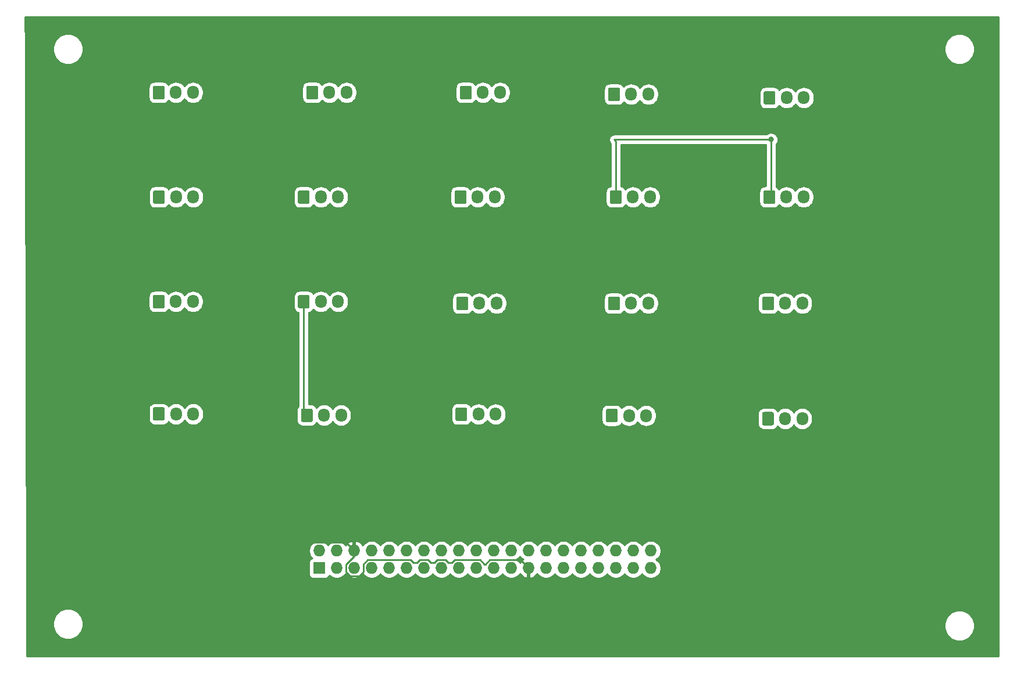
<source format=gbr>
G04 #@! TF.GenerationSoftware,KiCad,Pcbnew,5.1.5+dfsg1-2build2*
G04 #@! TF.CreationDate,2020-12-13T15:53:48+04:00*
G04 #@! TF.ProjectId,raspberryButton1,72617370-6265-4727-9279-427574746f6e,rev?*
G04 #@! TF.SameCoordinates,Original*
G04 #@! TF.FileFunction,Copper,L2,Bot*
G04 #@! TF.FilePolarity,Positive*
%FSLAX46Y46*%
G04 Gerber Fmt 4.6, Leading zero omitted, Abs format (unit mm)*
G04 Created by KiCad (PCBNEW 5.1.5+dfsg1-2build2) date 2020-12-13 15:53:48*
%MOMM*%
%LPD*%
G04 APERTURE LIST*
%ADD10O,1.700000X1.950000*%
%ADD11C,0.100000*%
%ADD12R,1.727200X1.727200*%
%ADD13O,1.727200X1.727200*%
%ADD14C,0.800000*%
%ADD15C,0.250000*%
%ADD16C,0.254000*%
G04 APERTURE END LIST*
D10*
X111954320Y-91561920D03*
X109454320Y-91561920D03*
G04 #@! TA.AperFunction,ComponentPad*
D11*
G36*
X107578914Y-90588123D02*
G01*
X107603173Y-90591722D01*
X107626962Y-90597681D01*
X107650053Y-90605943D01*
X107672222Y-90616428D01*
X107693257Y-90629036D01*
X107712955Y-90643645D01*
X107731126Y-90660114D01*
X107747595Y-90678285D01*
X107762204Y-90697983D01*
X107774812Y-90719018D01*
X107785297Y-90741187D01*
X107793559Y-90764278D01*
X107799518Y-90788067D01*
X107803117Y-90812326D01*
X107804320Y-90836820D01*
X107804320Y-92287020D01*
X107803117Y-92311514D01*
X107799518Y-92335773D01*
X107793559Y-92359562D01*
X107785297Y-92382653D01*
X107774812Y-92404822D01*
X107762204Y-92425857D01*
X107747595Y-92445555D01*
X107731126Y-92463726D01*
X107712955Y-92480195D01*
X107693257Y-92494804D01*
X107672222Y-92507412D01*
X107650053Y-92517897D01*
X107626962Y-92526159D01*
X107603173Y-92532118D01*
X107578914Y-92535717D01*
X107554420Y-92536920D01*
X106354220Y-92536920D01*
X106329726Y-92535717D01*
X106305467Y-92532118D01*
X106281678Y-92526159D01*
X106258587Y-92517897D01*
X106236418Y-92507412D01*
X106215383Y-92494804D01*
X106195685Y-92480195D01*
X106177514Y-92463726D01*
X106161045Y-92445555D01*
X106146436Y-92425857D01*
X106133828Y-92404822D01*
X106123343Y-92382653D01*
X106115081Y-92359562D01*
X106109122Y-92335773D01*
X106105523Y-92311514D01*
X106104320Y-92287020D01*
X106104320Y-90836820D01*
X106105523Y-90812326D01*
X106109122Y-90788067D01*
X106115081Y-90764278D01*
X106123343Y-90741187D01*
X106133828Y-90719018D01*
X106146436Y-90697983D01*
X106161045Y-90678285D01*
X106177514Y-90660114D01*
X106195685Y-90643645D01*
X106215383Y-90629036D01*
X106236418Y-90616428D01*
X106258587Y-90605943D01*
X106281678Y-90597681D01*
X106305467Y-90591722D01*
X106329726Y-90588123D01*
X106354220Y-90586920D01*
X107554420Y-90586920D01*
X107578914Y-90588123D01*
G37*
G04 #@! TD.AperFunction*
G04 #@! TA.AperFunction,ComponentPad*
G36*
X129124594Y-90780203D02*
G01*
X129148853Y-90783802D01*
X129172642Y-90789761D01*
X129195733Y-90798023D01*
X129217902Y-90808508D01*
X129238937Y-90821116D01*
X129258635Y-90835725D01*
X129276806Y-90852194D01*
X129293275Y-90870365D01*
X129307884Y-90890063D01*
X129320492Y-90911098D01*
X129330977Y-90933267D01*
X129339239Y-90956358D01*
X129345198Y-90980147D01*
X129348797Y-91004406D01*
X129350000Y-91028900D01*
X129350000Y-92479100D01*
X129348797Y-92503594D01*
X129345198Y-92527853D01*
X129339239Y-92551642D01*
X129330977Y-92574733D01*
X129320492Y-92596902D01*
X129307884Y-92617937D01*
X129293275Y-92637635D01*
X129276806Y-92655806D01*
X129258635Y-92672275D01*
X129238937Y-92686884D01*
X129217902Y-92699492D01*
X129195733Y-92709977D01*
X129172642Y-92718239D01*
X129148853Y-92724198D01*
X129124594Y-92727797D01*
X129100100Y-92729000D01*
X127899900Y-92729000D01*
X127875406Y-92727797D01*
X127851147Y-92724198D01*
X127827358Y-92718239D01*
X127804267Y-92709977D01*
X127782098Y-92699492D01*
X127761063Y-92686884D01*
X127741365Y-92672275D01*
X127723194Y-92655806D01*
X127706725Y-92637635D01*
X127692116Y-92617937D01*
X127679508Y-92596902D01*
X127669023Y-92574733D01*
X127660761Y-92551642D01*
X127654802Y-92527853D01*
X127651203Y-92503594D01*
X127650000Y-92479100D01*
X127650000Y-91028900D01*
X127651203Y-91004406D01*
X127654802Y-90980147D01*
X127660761Y-90956358D01*
X127669023Y-90933267D01*
X127679508Y-90911098D01*
X127692116Y-90890063D01*
X127706725Y-90870365D01*
X127723194Y-90852194D01*
X127741365Y-90835725D01*
X127761063Y-90821116D01*
X127782098Y-90808508D01*
X127804267Y-90798023D01*
X127827358Y-90789761D01*
X127851147Y-90783802D01*
X127875406Y-90780203D01*
X127899900Y-90779000D01*
X129100100Y-90779000D01*
X129124594Y-90780203D01*
G37*
G04 #@! TD.AperFunction*
D10*
X131000000Y-91754000D03*
X133500000Y-91754000D03*
X156000000Y-91600000D03*
X153500000Y-91600000D03*
G04 #@! TA.AperFunction,ComponentPad*
D11*
G36*
X151624594Y-90626203D02*
G01*
X151648853Y-90629802D01*
X151672642Y-90635761D01*
X151695733Y-90644023D01*
X151717902Y-90654508D01*
X151738937Y-90667116D01*
X151758635Y-90681725D01*
X151776806Y-90698194D01*
X151793275Y-90716365D01*
X151807884Y-90736063D01*
X151820492Y-90757098D01*
X151830977Y-90779267D01*
X151839239Y-90802358D01*
X151845198Y-90826147D01*
X151848797Y-90850406D01*
X151850000Y-90874900D01*
X151850000Y-92325100D01*
X151848797Y-92349594D01*
X151845198Y-92373853D01*
X151839239Y-92397642D01*
X151830977Y-92420733D01*
X151820492Y-92442902D01*
X151807884Y-92463937D01*
X151793275Y-92483635D01*
X151776806Y-92501806D01*
X151758635Y-92518275D01*
X151738937Y-92532884D01*
X151717902Y-92545492D01*
X151695733Y-92555977D01*
X151672642Y-92564239D01*
X151648853Y-92570198D01*
X151624594Y-92573797D01*
X151600100Y-92575000D01*
X150399900Y-92575000D01*
X150375406Y-92573797D01*
X150351147Y-92570198D01*
X150327358Y-92564239D01*
X150304267Y-92555977D01*
X150282098Y-92545492D01*
X150261063Y-92532884D01*
X150241365Y-92518275D01*
X150223194Y-92501806D01*
X150206725Y-92483635D01*
X150192116Y-92463937D01*
X150179508Y-92442902D01*
X150169023Y-92420733D01*
X150160761Y-92397642D01*
X150154802Y-92373853D01*
X150151203Y-92349594D01*
X150150000Y-92325100D01*
X150150000Y-90874900D01*
X150151203Y-90850406D01*
X150154802Y-90826147D01*
X150160761Y-90802358D01*
X150169023Y-90779267D01*
X150179508Y-90757098D01*
X150192116Y-90736063D01*
X150206725Y-90716365D01*
X150223194Y-90698194D01*
X150241365Y-90681725D01*
X150261063Y-90667116D01*
X150282098Y-90654508D01*
X150304267Y-90644023D01*
X150327358Y-90635761D01*
X150351147Y-90629802D01*
X150375406Y-90626203D01*
X150399900Y-90625000D01*
X151600100Y-90625000D01*
X151624594Y-90626203D01*
G37*
G04 #@! TD.AperFunction*
G04 #@! TA.AperFunction,ComponentPad*
G36*
X173524594Y-90826203D02*
G01*
X173548853Y-90829802D01*
X173572642Y-90835761D01*
X173595733Y-90844023D01*
X173617902Y-90854508D01*
X173638937Y-90867116D01*
X173658635Y-90881725D01*
X173676806Y-90898194D01*
X173693275Y-90916365D01*
X173707884Y-90936063D01*
X173720492Y-90957098D01*
X173730977Y-90979267D01*
X173739239Y-91002358D01*
X173745198Y-91026147D01*
X173748797Y-91050406D01*
X173750000Y-91074900D01*
X173750000Y-92525100D01*
X173748797Y-92549594D01*
X173745198Y-92573853D01*
X173739239Y-92597642D01*
X173730977Y-92620733D01*
X173720492Y-92642902D01*
X173707884Y-92663937D01*
X173693275Y-92683635D01*
X173676806Y-92701806D01*
X173658635Y-92718275D01*
X173638937Y-92732884D01*
X173617902Y-92745492D01*
X173595733Y-92755977D01*
X173572642Y-92764239D01*
X173548853Y-92770198D01*
X173524594Y-92773797D01*
X173500100Y-92775000D01*
X172299900Y-92775000D01*
X172275406Y-92773797D01*
X172251147Y-92770198D01*
X172227358Y-92764239D01*
X172204267Y-92755977D01*
X172182098Y-92745492D01*
X172161063Y-92732884D01*
X172141365Y-92718275D01*
X172123194Y-92701806D01*
X172106725Y-92683635D01*
X172092116Y-92663937D01*
X172079508Y-92642902D01*
X172069023Y-92620733D01*
X172060761Y-92597642D01*
X172054802Y-92573853D01*
X172051203Y-92549594D01*
X172050000Y-92525100D01*
X172050000Y-91074900D01*
X172051203Y-91050406D01*
X172054802Y-91026147D01*
X172060761Y-91002358D01*
X172069023Y-90979267D01*
X172079508Y-90957098D01*
X172092116Y-90936063D01*
X172106725Y-90916365D01*
X172123194Y-90898194D01*
X172141365Y-90881725D01*
X172161063Y-90867116D01*
X172182098Y-90854508D01*
X172204267Y-90844023D01*
X172227358Y-90835761D01*
X172251147Y-90829802D01*
X172275406Y-90826203D01*
X172299900Y-90825000D01*
X173500100Y-90825000D01*
X173524594Y-90826203D01*
G37*
G04 #@! TD.AperFunction*
D10*
X175400000Y-91800000D03*
X177900000Y-91800000D03*
X200638000Y-92254000D03*
X198138000Y-92254000D03*
G04 #@! TA.AperFunction,ComponentPad*
D11*
G36*
X196262594Y-91280203D02*
G01*
X196286853Y-91283802D01*
X196310642Y-91289761D01*
X196333733Y-91298023D01*
X196355902Y-91308508D01*
X196376937Y-91321116D01*
X196396635Y-91335725D01*
X196414806Y-91352194D01*
X196431275Y-91370365D01*
X196445884Y-91390063D01*
X196458492Y-91411098D01*
X196468977Y-91433267D01*
X196477239Y-91456358D01*
X196483198Y-91480147D01*
X196486797Y-91504406D01*
X196488000Y-91528900D01*
X196488000Y-92979100D01*
X196486797Y-93003594D01*
X196483198Y-93027853D01*
X196477239Y-93051642D01*
X196468977Y-93074733D01*
X196458492Y-93096902D01*
X196445884Y-93117937D01*
X196431275Y-93137635D01*
X196414806Y-93155806D01*
X196396635Y-93172275D01*
X196376937Y-93186884D01*
X196355902Y-93199492D01*
X196333733Y-93209977D01*
X196310642Y-93218239D01*
X196286853Y-93224198D01*
X196262594Y-93227797D01*
X196238100Y-93229000D01*
X195037900Y-93229000D01*
X195013406Y-93227797D01*
X194989147Y-93224198D01*
X194965358Y-93218239D01*
X194942267Y-93209977D01*
X194920098Y-93199492D01*
X194899063Y-93186884D01*
X194879365Y-93172275D01*
X194861194Y-93155806D01*
X194844725Y-93137635D01*
X194830116Y-93117937D01*
X194817508Y-93096902D01*
X194807023Y-93074733D01*
X194798761Y-93051642D01*
X194792802Y-93027853D01*
X194789203Y-93003594D01*
X194788000Y-92979100D01*
X194788000Y-91528900D01*
X194789203Y-91504406D01*
X194792802Y-91480147D01*
X194798761Y-91456358D01*
X194807023Y-91433267D01*
X194817508Y-91411098D01*
X194830116Y-91390063D01*
X194844725Y-91370365D01*
X194861194Y-91352194D01*
X194879365Y-91335725D01*
X194899063Y-91321116D01*
X194920098Y-91308508D01*
X194942267Y-91298023D01*
X194965358Y-91289761D01*
X194989147Y-91283802D01*
X195013406Y-91280203D01*
X195037900Y-91279000D01*
X196238100Y-91279000D01*
X196262594Y-91280203D01*
G37*
G04 #@! TD.AperFunction*
G04 #@! TA.AperFunction,ComponentPad*
G36*
X107558594Y-74210203D02*
G01*
X107582853Y-74213802D01*
X107606642Y-74219761D01*
X107629733Y-74228023D01*
X107651902Y-74238508D01*
X107672937Y-74251116D01*
X107692635Y-74265725D01*
X107710806Y-74282194D01*
X107727275Y-74300365D01*
X107741884Y-74320063D01*
X107754492Y-74341098D01*
X107764977Y-74363267D01*
X107773239Y-74386358D01*
X107779198Y-74410147D01*
X107782797Y-74434406D01*
X107784000Y-74458900D01*
X107784000Y-75909100D01*
X107782797Y-75933594D01*
X107779198Y-75957853D01*
X107773239Y-75981642D01*
X107764977Y-76004733D01*
X107754492Y-76026902D01*
X107741884Y-76047937D01*
X107727275Y-76067635D01*
X107710806Y-76085806D01*
X107692635Y-76102275D01*
X107672937Y-76116884D01*
X107651902Y-76129492D01*
X107629733Y-76139977D01*
X107606642Y-76148239D01*
X107582853Y-76154198D01*
X107558594Y-76157797D01*
X107534100Y-76159000D01*
X106333900Y-76159000D01*
X106309406Y-76157797D01*
X106285147Y-76154198D01*
X106261358Y-76148239D01*
X106238267Y-76139977D01*
X106216098Y-76129492D01*
X106195063Y-76116884D01*
X106175365Y-76102275D01*
X106157194Y-76085806D01*
X106140725Y-76067635D01*
X106126116Y-76047937D01*
X106113508Y-76026902D01*
X106103023Y-76004733D01*
X106094761Y-75981642D01*
X106088802Y-75957853D01*
X106085203Y-75933594D01*
X106084000Y-75909100D01*
X106084000Y-74458900D01*
X106085203Y-74434406D01*
X106088802Y-74410147D01*
X106094761Y-74386358D01*
X106103023Y-74363267D01*
X106113508Y-74341098D01*
X106126116Y-74320063D01*
X106140725Y-74300365D01*
X106157194Y-74282194D01*
X106175365Y-74265725D01*
X106195063Y-74251116D01*
X106216098Y-74238508D01*
X106238267Y-74228023D01*
X106261358Y-74219761D01*
X106285147Y-74213802D01*
X106309406Y-74210203D01*
X106333900Y-74209000D01*
X107534100Y-74209000D01*
X107558594Y-74210203D01*
G37*
G04 #@! TD.AperFunction*
D10*
X109434000Y-75184000D03*
X111934000Y-75184000D03*
X133056000Y-75184000D03*
X130556000Y-75184000D03*
G04 #@! TA.AperFunction,ComponentPad*
D11*
G36*
X128680594Y-74210203D02*
G01*
X128704853Y-74213802D01*
X128728642Y-74219761D01*
X128751733Y-74228023D01*
X128773902Y-74238508D01*
X128794937Y-74251116D01*
X128814635Y-74265725D01*
X128832806Y-74282194D01*
X128849275Y-74300365D01*
X128863884Y-74320063D01*
X128876492Y-74341098D01*
X128886977Y-74363267D01*
X128895239Y-74386358D01*
X128901198Y-74410147D01*
X128904797Y-74434406D01*
X128906000Y-74458900D01*
X128906000Y-75909100D01*
X128904797Y-75933594D01*
X128901198Y-75957853D01*
X128895239Y-75981642D01*
X128886977Y-76004733D01*
X128876492Y-76026902D01*
X128863884Y-76047937D01*
X128849275Y-76067635D01*
X128832806Y-76085806D01*
X128814635Y-76102275D01*
X128794937Y-76116884D01*
X128773902Y-76129492D01*
X128751733Y-76139977D01*
X128728642Y-76148239D01*
X128704853Y-76154198D01*
X128680594Y-76157797D01*
X128656100Y-76159000D01*
X127455900Y-76159000D01*
X127431406Y-76157797D01*
X127407147Y-76154198D01*
X127383358Y-76148239D01*
X127360267Y-76139977D01*
X127338098Y-76129492D01*
X127317063Y-76116884D01*
X127297365Y-76102275D01*
X127279194Y-76085806D01*
X127262725Y-76067635D01*
X127248116Y-76047937D01*
X127235508Y-76026902D01*
X127225023Y-76004733D01*
X127216761Y-75981642D01*
X127210802Y-75957853D01*
X127207203Y-75933594D01*
X127206000Y-75909100D01*
X127206000Y-74458900D01*
X127207203Y-74434406D01*
X127210802Y-74410147D01*
X127216761Y-74386358D01*
X127225023Y-74363267D01*
X127235508Y-74341098D01*
X127248116Y-74320063D01*
X127262725Y-74300365D01*
X127279194Y-74282194D01*
X127297365Y-74265725D01*
X127317063Y-74251116D01*
X127338098Y-74238508D01*
X127360267Y-74228023D01*
X127383358Y-74219761D01*
X127407147Y-74213802D01*
X127431406Y-74210203D01*
X127455900Y-74209000D01*
X128656100Y-74209000D01*
X128680594Y-74210203D01*
G37*
G04 #@! TD.AperFunction*
G04 #@! TA.AperFunction,ComponentPad*
G36*
X151754594Y-74464203D02*
G01*
X151778853Y-74467802D01*
X151802642Y-74473761D01*
X151825733Y-74482023D01*
X151847902Y-74492508D01*
X151868937Y-74505116D01*
X151888635Y-74519725D01*
X151906806Y-74536194D01*
X151923275Y-74554365D01*
X151937884Y-74574063D01*
X151950492Y-74595098D01*
X151960977Y-74617267D01*
X151969239Y-74640358D01*
X151975198Y-74664147D01*
X151978797Y-74688406D01*
X151980000Y-74712900D01*
X151980000Y-76163100D01*
X151978797Y-76187594D01*
X151975198Y-76211853D01*
X151969239Y-76235642D01*
X151960977Y-76258733D01*
X151950492Y-76280902D01*
X151937884Y-76301937D01*
X151923275Y-76321635D01*
X151906806Y-76339806D01*
X151888635Y-76356275D01*
X151868937Y-76370884D01*
X151847902Y-76383492D01*
X151825733Y-76393977D01*
X151802642Y-76402239D01*
X151778853Y-76408198D01*
X151754594Y-76411797D01*
X151730100Y-76413000D01*
X150529900Y-76413000D01*
X150505406Y-76411797D01*
X150481147Y-76408198D01*
X150457358Y-76402239D01*
X150434267Y-76393977D01*
X150412098Y-76383492D01*
X150391063Y-76370884D01*
X150371365Y-76356275D01*
X150353194Y-76339806D01*
X150336725Y-76321635D01*
X150322116Y-76301937D01*
X150309508Y-76280902D01*
X150299023Y-76258733D01*
X150290761Y-76235642D01*
X150284802Y-76211853D01*
X150281203Y-76187594D01*
X150280000Y-76163100D01*
X150280000Y-74712900D01*
X150281203Y-74688406D01*
X150284802Y-74664147D01*
X150290761Y-74640358D01*
X150299023Y-74617267D01*
X150309508Y-74595098D01*
X150322116Y-74574063D01*
X150336725Y-74554365D01*
X150353194Y-74536194D01*
X150371365Y-74519725D01*
X150391063Y-74505116D01*
X150412098Y-74492508D01*
X150434267Y-74482023D01*
X150457358Y-74473761D01*
X150481147Y-74467802D01*
X150505406Y-74464203D01*
X150529900Y-74463000D01*
X151730100Y-74463000D01*
X151754594Y-74464203D01*
G37*
G04 #@! TD.AperFunction*
D10*
X153630000Y-75438000D03*
X156130000Y-75438000D03*
X178228000Y-75438000D03*
X175728000Y-75438000D03*
G04 #@! TA.AperFunction,ComponentPad*
D11*
G36*
X173852594Y-74464203D02*
G01*
X173876853Y-74467802D01*
X173900642Y-74473761D01*
X173923733Y-74482023D01*
X173945902Y-74492508D01*
X173966937Y-74505116D01*
X173986635Y-74519725D01*
X174004806Y-74536194D01*
X174021275Y-74554365D01*
X174035884Y-74574063D01*
X174048492Y-74595098D01*
X174058977Y-74617267D01*
X174067239Y-74640358D01*
X174073198Y-74664147D01*
X174076797Y-74688406D01*
X174078000Y-74712900D01*
X174078000Y-76163100D01*
X174076797Y-76187594D01*
X174073198Y-76211853D01*
X174067239Y-76235642D01*
X174058977Y-76258733D01*
X174048492Y-76280902D01*
X174035884Y-76301937D01*
X174021275Y-76321635D01*
X174004806Y-76339806D01*
X173986635Y-76356275D01*
X173966937Y-76370884D01*
X173945902Y-76383492D01*
X173923733Y-76393977D01*
X173900642Y-76402239D01*
X173876853Y-76408198D01*
X173852594Y-76411797D01*
X173828100Y-76413000D01*
X172627900Y-76413000D01*
X172603406Y-76411797D01*
X172579147Y-76408198D01*
X172555358Y-76402239D01*
X172532267Y-76393977D01*
X172510098Y-76383492D01*
X172489063Y-76370884D01*
X172469365Y-76356275D01*
X172451194Y-76339806D01*
X172434725Y-76321635D01*
X172420116Y-76301937D01*
X172407508Y-76280902D01*
X172397023Y-76258733D01*
X172388761Y-76235642D01*
X172382802Y-76211853D01*
X172379203Y-76187594D01*
X172378000Y-76163100D01*
X172378000Y-74712900D01*
X172379203Y-74688406D01*
X172382802Y-74664147D01*
X172388761Y-74640358D01*
X172397023Y-74617267D01*
X172407508Y-74595098D01*
X172420116Y-74574063D01*
X172434725Y-74554365D01*
X172451194Y-74536194D01*
X172469365Y-74519725D01*
X172489063Y-74505116D01*
X172510098Y-74492508D01*
X172532267Y-74482023D01*
X172555358Y-74473761D01*
X172579147Y-74467802D01*
X172603406Y-74464203D01*
X172627900Y-74463000D01*
X173828100Y-74463000D01*
X173852594Y-74464203D01*
G37*
G04 #@! TD.AperFunction*
G04 #@! TA.AperFunction,ComponentPad*
G36*
X196284594Y-74464203D02*
G01*
X196308853Y-74467802D01*
X196332642Y-74473761D01*
X196355733Y-74482023D01*
X196377902Y-74492508D01*
X196398937Y-74505116D01*
X196418635Y-74519725D01*
X196436806Y-74536194D01*
X196453275Y-74554365D01*
X196467884Y-74574063D01*
X196480492Y-74595098D01*
X196490977Y-74617267D01*
X196499239Y-74640358D01*
X196505198Y-74664147D01*
X196508797Y-74688406D01*
X196510000Y-74712900D01*
X196510000Y-76163100D01*
X196508797Y-76187594D01*
X196505198Y-76211853D01*
X196499239Y-76235642D01*
X196490977Y-76258733D01*
X196480492Y-76280902D01*
X196467884Y-76301937D01*
X196453275Y-76321635D01*
X196436806Y-76339806D01*
X196418635Y-76356275D01*
X196398937Y-76370884D01*
X196377902Y-76383492D01*
X196355733Y-76393977D01*
X196332642Y-76402239D01*
X196308853Y-76408198D01*
X196284594Y-76411797D01*
X196260100Y-76413000D01*
X195059900Y-76413000D01*
X195035406Y-76411797D01*
X195011147Y-76408198D01*
X194987358Y-76402239D01*
X194964267Y-76393977D01*
X194942098Y-76383492D01*
X194921063Y-76370884D01*
X194901365Y-76356275D01*
X194883194Y-76339806D01*
X194866725Y-76321635D01*
X194852116Y-76301937D01*
X194839508Y-76280902D01*
X194829023Y-76258733D01*
X194820761Y-76235642D01*
X194814802Y-76211853D01*
X194811203Y-76187594D01*
X194810000Y-76163100D01*
X194810000Y-74712900D01*
X194811203Y-74688406D01*
X194814802Y-74664147D01*
X194820761Y-74640358D01*
X194829023Y-74617267D01*
X194839508Y-74595098D01*
X194852116Y-74574063D01*
X194866725Y-74554365D01*
X194883194Y-74536194D01*
X194901365Y-74519725D01*
X194921063Y-74505116D01*
X194942098Y-74492508D01*
X194964267Y-74482023D01*
X194987358Y-74473761D01*
X195011147Y-74467802D01*
X195035406Y-74464203D01*
X195059900Y-74463000D01*
X196260100Y-74463000D01*
X196284594Y-74464203D01*
G37*
G04 #@! TD.AperFunction*
D10*
X198160000Y-75438000D03*
X200660000Y-75438000D03*
X111974000Y-59944000D03*
X109474000Y-59944000D03*
G04 #@! TA.AperFunction,ComponentPad*
D11*
G36*
X107598594Y-58970203D02*
G01*
X107622853Y-58973802D01*
X107646642Y-58979761D01*
X107669733Y-58988023D01*
X107691902Y-58998508D01*
X107712937Y-59011116D01*
X107732635Y-59025725D01*
X107750806Y-59042194D01*
X107767275Y-59060365D01*
X107781884Y-59080063D01*
X107794492Y-59101098D01*
X107804977Y-59123267D01*
X107813239Y-59146358D01*
X107819198Y-59170147D01*
X107822797Y-59194406D01*
X107824000Y-59218900D01*
X107824000Y-60669100D01*
X107822797Y-60693594D01*
X107819198Y-60717853D01*
X107813239Y-60741642D01*
X107804977Y-60764733D01*
X107794492Y-60786902D01*
X107781884Y-60807937D01*
X107767275Y-60827635D01*
X107750806Y-60845806D01*
X107732635Y-60862275D01*
X107712937Y-60876884D01*
X107691902Y-60889492D01*
X107669733Y-60899977D01*
X107646642Y-60908239D01*
X107622853Y-60914198D01*
X107598594Y-60917797D01*
X107574100Y-60919000D01*
X106373900Y-60919000D01*
X106349406Y-60917797D01*
X106325147Y-60914198D01*
X106301358Y-60908239D01*
X106278267Y-60899977D01*
X106256098Y-60889492D01*
X106235063Y-60876884D01*
X106215365Y-60862275D01*
X106197194Y-60845806D01*
X106180725Y-60827635D01*
X106166116Y-60807937D01*
X106153508Y-60786902D01*
X106143023Y-60764733D01*
X106134761Y-60741642D01*
X106128802Y-60717853D01*
X106125203Y-60693594D01*
X106124000Y-60669100D01*
X106124000Y-59218900D01*
X106125203Y-59194406D01*
X106128802Y-59170147D01*
X106134761Y-59146358D01*
X106143023Y-59123267D01*
X106153508Y-59101098D01*
X106166116Y-59080063D01*
X106180725Y-59060365D01*
X106197194Y-59042194D01*
X106215365Y-59025725D01*
X106235063Y-59011116D01*
X106256098Y-58998508D01*
X106278267Y-58988023D01*
X106301358Y-58979761D01*
X106325147Y-58973802D01*
X106349406Y-58970203D01*
X106373900Y-58969000D01*
X107574100Y-58969000D01*
X107598594Y-58970203D01*
G37*
G04 #@! TD.AperFunction*
G04 #@! TA.AperFunction,ComponentPad*
G36*
X128680594Y-58970203D02*
G01*
X128704853Y-58973802D01*
X128728642Y-58979761D01*
X128751733Y-58988023D01*
X128773902Y-58998508D01*
X128794937Y-59011116D01*
X128814635Y-59025725D01*
X128832806Y-59042194D01*
X128849275Y-59060365D01*
X128863884Y-59080063D01*
X128876492Y-59101098D01*
X128886977Y-59123267D01*
X128895239Y-59146358D01*
X128901198Y-59170147D01*
X128904797Y-59194406D01*
X128906000Y-59218900D01*
X128906000Y-60669100D01*
X128904797Y-60693594D01*
X128901198Y-60717853D01*
X128895239Y-60741642D01*
X128886977Y-60764733D01*
X128876492Y-60786902D01*
X128863884Y-60807937D01*
X128849275Y-60827635D01*
X128832806Y-60845806D01*
X128814635Y-60862275D01*
X128794937Y-60876884D01*
X128773902Y-60889492D01*
X128751733Y-60899977D01*
X128728642Y-60908239D01*
X128704853Y-60914198D01*
X128680594Y-60917797D01*
X128656100Y-60919000D01*
X127455900Y-60919000D01*
X127431406Y-60917797D01*
X127407147Y-60914198D01*
X127383358Y-60908239D01*
X127360267Y-60899977D01*
X127338098Y-60889492D01*
X127317063Y-60876884D01*
X127297365Y-60862275D01*
X127279194Y-60845806D01*
X127262725Y-60827635D01*
X127248116Y-60807937D01*
X127235508Y-60786902D01*
X127225023Y-60764733D01*
X127216761Y-60741642D01*
X127210802Y-60717853D01*
X127207203Y-60693594D01*
X127206000Y-60669100D01*
X127206000Y-59218900D01*
X127207203Y-59194406D01*
X127210802Y-59170147D01*
X127216761Y-59146358D01*
X127225023Y-59123267D01*
X127235508Y-59101098D01*
X127248116Y-59080063D01*
X127262725Y-59060365D01*
X127279194Y-59042194D01*
X127297365Y-59025725D01*
X127317063Y-59011116D01*
X127338098Y-58998508D01*
X127360267Y-58988023D01*
X127383358Y-58979761D01*
X127407147Y-58973802D01*
X127431406Y-58970203D01*
X127455900Y-58969000D01*
X128656100Y-58969000D01*
X128680594Y-58970203D01*
G37*
G04 #@! TD.AperFunction*
D10*
X130556000Y-59944000D03*
X133056000Y-59944000D03*
G04 #@! TA.AperFunction,ComponentPad*
D11*
G36*
X151500594Y-58970203D02*
G01*
X151524853Y-58973802D01*
X151548642Y-58979761D01*
X151571733Y-58988023D01*
X151593902Y-58998508D01*
X151614937Y-59011116D01*
X151634635Y-59025725D01*
X151652806Y-59042194D01*
X151669275Y-59060365D01*
X151683884Y-59080063D01*
X151696492Y-59101098D01*
X151706977Y-59123267D01*
X151715239Y-59146358D01*
X151721198Y-59170147D01*
X151724797Y-59194406D01*
X151726000Y-59218900D01*
X151726000Y-60669100D01*
X151724797Y-60693594D01*
X151721198Y-60717853D01*
X151715239Y-60741642D01*
X151706977Y-60764733D01*
X151696492Y-60786902D01*
X151683884Y-60807937D01*
X151669275Y-60827635D01*
X151652806Y-60845806D01*
X151634635Y-60862275D01*
X151614937Y-60876884D01*
X151593902Y-60889492D01*
X151571733Y-60899977D01*
X151548642Y-60908239D01*
X151524853Y-60914198D01*
X151500594Y-60917797D01*
X151476100Y-60919000D01*
X150275900Y-60919000D01*
X150251406Y-60917797D01*
X150227147Y-60914198D01*
X150203358Y-60908239D01*
X150180267Y-60899977D01*
X150158098Y-60889492D01*
X150137063Y-60876884D01*
X150117365Y-60862275D01*
X150099194Y-60845806D01*
X150082725Y-60827635D01*
X150068116Y-60807937D01*
X150055508Y-60786902D01*
X150045023Y-60764733D01*
X150036761Y-60741642D01*
X150030802Y-60717853D01*
X150027203Y-60693594D01*
X150026000Y-60669100D01*
X150026000Y-59218900D01*
X150027203Y-59194406D01*
X150030802Y-59170147D01*
X150036761Y-59146358D01*
X150045023Y-59123267D01*
X150055508Y-59101098D01*
X150068116Y-59080063D01*
X150082725Y-59060365D01*
X150099194Y-59042194D01*
X150117365Y-59025725D01*
X150137063Y-59011116D01*
X150158098Y-58998508D01*
X150180267Y-58988023D01*
X150203358Y-58979761D01*
X150227147Y-58973802D01*
X150251406Y-58970203D01*
X150275900Y-58969000D01*
X151476100Y-58969000D01*
X151500594Y-58970203D01*
G37*
G04 #@! TD.AperFunction*
D10*
X153376000Y-59944000D03*
X155876000Y-59944000D03*
X178482000Y-59944000D03*
X175982000Y-59944000D03*
G04 #@! TA.AperFunction,ComponentPad*
D11*
G36*
X174106594Y-58970203D02*
G01*
X174130853Y-58973802D01*
X174154642Y-58979761D01*
X174177733Y-58988023D01*
X174199902Y-58998508D01*
X174220937Y-59011116D01*
X174240635Y-59025725D01*
X174258806Y-59042194D01*
X174275275Y-59060365D01*
X174289884Y-59080063D01*
X174302492Y-59101098D01*
X174312977Y-59123267D01*
X174321239Y-59146358D01*
X174327198Y-59170147D01*
X174330797Y-59194406D01*
X174332000Y-59218900D01*
X174332000Y-60669100D01*
X174330797Y-60693594D01*
X174327198Y-60717853D01*
X174321239Y-60741642D01*
X174312977Y-60764733D01*
X174302492Y-60786902D01*
X174289884Y-60807937D01*
X174275275Y-60827635D01*
X174258806Y-60845806D01*
X174240635Y-60862275D01*
X174220937Y-60876884D01*
X174199902Y-60889492D01*
X174177733Y-60899977D01*
X174154642Y-60908239D01*
X174130853Y-60914198D01*
X174106594Y-60917797D01*
X174082100Y-60919000D01*
X172881900Y-60919000D01*
X172857406Y-60917797D01*
X172833147Y-60914198D01*
X172809358Y-60908239D01*
X172786267Y-60899977D01*
X172764098Y-60889492D01*
X172743063Y-60876884D01*
X172723365Y-60862275D01*
X172705194Y-60845806D01*
X172688725Y-60827635D01*
X172674116Y-60807937D01*
X172661508Y-60786902D01*
X172651023Y-60764733D01*
X172642761Y-60741642D01*
X172636802Y-60717853D01*
X172633203Y-60693594D01*
X172632000Y-60669100D01*
X172632000Y-59218900D01*
X172633203Y-59194406D01*
X172636802Y-59170147D01*
X172642761Y-59146358D01*
X172651023Y-59123267D01*
X172661508Y-59101098D01*
X172674116Y-59080063D01*
X172688725Y-59060365D01*
X172705194Y-59042194D01*
X172723365Y-59025725D01*
X172743063Y-59011116D01*
X172764098Y-58998508D01*
X172786267Y-58988023D01*
X172809358Y-58979761D01*
X172833147Y-58973802D01*
X172857406Y-58970203D01*
X172881900Y-58969000D01*
X174082100Y-58969000D01*
X174106594Y-58970203D01*
G37*
G04 #@! TD.AperFunction*
G04 #@! TA.AperFunction,ComponentPad*
G36*
X196458594Y-58970203D02*
G01*
X196482853Y-58973802D01*
X196506642Y-58979761D01*
X196529733Y-58988023D01*
X196551902Y-58998508D01*
X196572937Y-59011116D01*
X196592635Y-59025725D01*
X196610806Y-59042194D01*
X196627275Y-59060365D01*
X196641884Y-59080063D01*
X196654492Y-59101098D01*
X196664977Y-59123267D01*
X196673239Y-59146358D01*
X196679198Y-59170147D01*
X196682797Y-59194406D01*
X196684000Y-59218900D01*
X196684000Y-60669100D01*
X196682797Y-60693594D01*
X196679198Y-60717853D01*
X196673239Y-60741642D01*
X196664977Y-60764733D01*
X196654492Y-60786902D01*
X196641884Y-60807937D01*
X196627275Y-60827635D01*
X196610806Y-60845806D01*
X196592635Y-60862275D01*
X196572937Y-60876884D01*
X196551902Y-60889492D01*
X196529733Y-60899977D01*
X196506642Y-60908239D01*
X196482853Y-60914198D01*
X196458594Y-60917797D01*
X196434100Y-60919000D01*
X195233900Y-60919000D01*
X195209406Y-60917797D01*
X195185147Y-60914198D01*
X195161358Y-60908239D01*
X195138267Y-60899977D01*
X195116098Y-60889492D01*
X195095063Y-60876884D01*
X195075365Y-60862275D01*
X195057194Y-60845806D01*
X195040725Y-60827635D01*
X195026116Y-60807937D01*
X195013508Y-60786902D01*
X195003023Y-60764733D01*
X194994761Y-60741642D01*
X194988802Y-60717853D01*
X194985203Y-60693594D01*
X194984000Y-60669100D01*
X194984000Y-59218900D01*
X194985203Y-59194406D01*
X194988802Y-59170147D01*
X194994761Y-59146358D01*
X195003023Y-59123267D01*
X195013508Y-59101098D01*
X195026116Y-59080063D01*
X195040725Y-59060365D01*
X195057194Y-59042194D01*
X195075365Y-59025725D01*
X195095063Y-59011116D01*
X195116098Y-58998508D01*
X195138267Y-58988023D01*
X195161358Y-58979761D01*
X195185147Y-58973802D01*
X195209406Y-58970203D01*
X195233900Y-58969000D01*
X196434100Y-58969000D01*
X196458594Y-58970203D01*
G37*
G04 #@! TD.AperFunction*
D10*
X198334000Y-59944000D03*
X200834000Y-59944000D03*
X111934000Y-44704000D03*
X109434000Y-44704000D03*
G04 #@! TA.AperFunction,ComponentPad*
D11*
G36*
X107558594Y-43730203D02*
G01*
X107582853Y-43733802D01*
X107606642Y-43739761D01*
X107629733Y-43748023D01*
X107651902Y-43758508D01*
X107672937Y-43771116D01*
X107692635Y-43785725D01*
X107710806Y-43802194D01*
X107727275Y-43820365D01*
X107741884Y-43840063D01*
X107754492Y-43861098D01*
X107764977Y-43883267D01*
X107773239Y-43906358D01*
X107779198Y-43930147D01*
X107782797Y-43954406D01*
X107784000Y-43978900D01*
X107784000Y-45429100D01*
X107782797Y-45453594D01*
X107779198Y-45477853D01*
X107773239Y-45501642D01*
X107764977Y-45524733D01*
X107754492Y-45546902D01*
X107741884Y-45567937D01*
X107727275Y-45587635D01*
X107710806Y-45605806D01*
X107692635Y-45622275D01*
X107672937Y-45636884D01*
X107651902Y-45649492D01*
X107629733Y-45659977D01*
X107606642Y-45668239D01*
X107582853Y-45674198D01*
X107558594Y-45677797D01*
X107534100Y-45679000D01*
X106333900Y-45679000D01*
X106309406Y-45677797D01*
X106285147Y-45674198D01*
X106261358Y-45668239D01*
X106238267Y-45659977D01*
X106216098Y-45649492D01*
X106195063Y-45636884D01*
X106175365Y-45622275D01*
X106157194Y-45605806D01*
X106140725Y-45587635D01*
X106126116Y-45567937D01*
X106113508Y-45546902D01*
X106103023Y-45524733D01*
X106094761Y-45501642D01*
X106088802Y-45477853D01*
X106085203Y-45453594D01*
X106084000Y-45429100D01*
X106084000Y-43978900D01*
X106085203Y-43954406D01*
X106088802Y-43930147D01*
X106094761Y-43906358D01*
X106103023Y-43883267D01*
X106113508Y-43861098D01*
X106126116Y-43840063D01*
X106140725Y-43820365D01*
X106157194Y-43802194D01*
X106175365Y-43785725D01*
X106195063Y-43771116D01*
X106216098Y-43758508D01*
X106238267Y-43748023D01*
X106261358Y-43739761D01*
X106285147Y-43733802D01*
X106309406Y-43730203D01*
X106333900Y-43729000D01*
X107534100Y-43729000D01*
X107558594Y-43730203D01*
G37*
G04 #@! TD.AperFunction*
D10*
X134286000Y-44704000D03*
X131786000Y-44704000D03*
G04 #@! TA.AperFunction,ComponentPad*
D11*
G36*
X129910594Y-43730203D02*
G01*
X129934853Y-43733802D01*
X129958642Y-43739761D01*
X129981733Y-43748023D01*
X130003902Y-43758508D01*
X130024937Y-43771116D01*
X130044635Y-43785725D01*
X130062806Y-43802194D01*
X130079275Y-43820365D01*
X130093884Y-43840063D01*
X130106492Y-43861098D01*
X130116977Y-43883267D01*
X130125239Y-43906358D01*
X130131198Y-43930147D01*
X130134797Y-43954406D01*
X130136000Y-43978900D01*
X130136000Y-45429100D01*
X130134797Y-45453594D01*
X130131198Y-45477853D01*
X130125239Y-45501642D01*
X130116977Y-45524733D01*
X130106492Y-45546902D01*
X130093884Y-45567937D01*
X130079275Y-45587635D01*
X130062806Y-45605806D01*
X130044635Y-45622275D01*
X130024937Y-45636884D01*
X130003902Y-45649492D01*
X129981733Y-45659977D01*
X129958642Y-45668239D01*
X129934853Y-45674198D01*
X129910594Y-45677797D01*
X129886100Y-45679000D01*
X128685900Y-45679000D01*
X128661406Y-45677797D01*
X128637147Y-45674198D01*
X128613358Y-45668239D01*
X128590267Y-45659977D01*
X128568098Y-45649492D01*
X128547063Y-45636884D01*
X128527365Y-45622275D01*
X128509194Y-45605806D01*
X128492725Y-45587635D01*
X128478116Y-45567937D01*
X128465508Y-45546902D01*
X128455023Y-45524733D01*
X128446761Y-45501642D01*
X128440802Y-45477853D01*
X128437203Y-45453594D01*
X128436000Y-45429100D01*
X128436000Y-43978900D01*
X128437203Y-43954406D01*
X128440802Y-43930147D01*
X128446761Y-43906358D01*
X128455023Y-43883267D01*
X128465508Y-43861098D01*
X128478116Y-43840063D01*
X128492725Y-43820365D01*
X128509194Y-43802194D01*
X128527365Y-43785725D01*
X128547063Y-43771116D01*
X128568098Y-43758508D01*
X128590267Y-43748023D01*
X128613358Y-43739761D01*
X128637147Y-43733802D01*
X128661406Y-43730203D01*
X128685900Y-43729000D01*
X129886100Y-43729000D01*
X129910594Y-43730203D01*
G37*
G04 #@! TD.AperFunction*
G04 #@! TA.AperFunction,ComponentPad*
G36*
X152262594Y-43730203D02*
G01*
X152286853Y-43733802D01*
X152310642Y-43739761D01*
X152333733Y-43748023D01*
X152355902Y-43758508D01*
X152376937Y-43771116D01*
X152396635Y-43785725D01*
X152414806Y-43802194D01*
X152431275Y-43820365D01*
X152445884Y-43840063D01*
X152458492Y-43861098D01*
X152468977Y-43883267D01*
X152477239Y-43906358D01*
X152483198Y-43930147D01*
X152486797Y-43954406D01*
X152488000Y-43978900D01*
X152488000Y-45429100D01*
X152486797Y-45453594D01*
X152483198Y-45477853D01*
X152477239Y-45501642D01*
X152468977Y-45524733D01*
X152458492Y-45546902D01*
X152445884Y-45567937D01*
X152431275Y-45587635D01*
X152414806Y-45605806D01*
X152396635Y-45622275D01*
X152376937Y-45636884D01*
X152355902Y-45649492D01*
X152333733Y-45659977D01*
X152310642Y-45668239D01*
X152286853Y-45674198D01*
X152262594Y-45677797D01*
X152238100Y-45679000D01*
X151037900Y-45679000D01*
X151013406Y-45677797D01*
X150989147Y-45674198D01*
X150965358Y-45668239D01*
X150942267Y-45659977D01*
X150920098Y-45649492D01*
X150899063Y-45636884D01*
X150879365Y-45622275D01*
X150861194Y-45605806D01*
X150844725Y-45587635D01*
X150830116Y-45567937D01*
X150817508Y-45546902D01*
X150807023Y-45524733D01*
X150798761Y-45501642D01*
X150792802Y-45477853D01*
X150789203Y-45453594D01*
X150788000Y-45429100D01*
X150788000Y-43978900D01*
X150789203Y-43954406D01*
X150792802Y-43930147D01*
X150798761Y-43906358D01*
X150807023Y-43883267D01*
X150817508Y-43861098D01*
X150830116Y-43840063D01*
X150844725Y-43820365D01*
X150861194Y-43802194D01*
X150879365Y-43785725D01*
X150899063Y-43771116D01*
X150920098Y-43758508D01*
X150942267Y-43748023D01*
X150965358Y-43739761D01*
X150989147Y-43733802D01*
X151013406Y-43730203D01*
X151037900Y-43729000D01*
X152238100Y-43729000D01*
X152262594Y-43730203D01*
G37*
G04 #@! TD.AperFunction*
D10*
X154138000Y-44704000D03*
X156638000Y-44704000D03*
G04 #@! TA.AperFunction,ComponentPad*
D11*
G36*
X173852594Y-43984203D02*
G01*
X173876853Y-43987802D01*
X173900642Y-43993761D01*
X173923733Y-44002023D01*
X173945902Y-44012508D01*
X173966937Y-44025116D01*
X173986635Y-44039725D01*
X174004806Y-44056194D01*
X174021275Y-44074365D01*
X174035884Y-44094063D01*
X174048492Y-44115098D01*
X174058977Y-44137267D01*
X174067239Y-44160358D01*
X174073198Y-44184147D01*
X174076797Y-44208406D01*
X174078000Y-44232900D01*
X174078000Y-45683100D01*
X174076797Y-45707594D01*
X174073198Y-45731853D01*
X174067239Y-45755642D01*
X174058977Y-45778733D01*
X174048492Y-45800902D01*
X174035884Y-45821937D01*
X174021275Y-45841635D01*
X174004806Y-45859806D01*
X173986635Y-45876275D01*
X173966937Y-45890884D01*
X173945902Y-45903492D01*
X173923733Y-45913977D01*
X173900642Y-45922239D01*
X173876853Y-45928198D01*
X173852594Y-45931797D01*
X173828100Y-45933000D01*
X172627900Y-45933000D01*
X172603406Y-45931797D01*
X172579147Y-45928198D01*
X172555358Y-45922239D01*
X172532267Y-45913977D01*
X172510098Y-45903492D01*
X172489063Y-45890884D01*
X172469365Y-45876275D01*
X172451194Y-45859806D01*
X172434725Y-45841635D01*
X172420116Y-45821937D01*
X172407508Y-45800902D01*
X172397023Y-45778733D01*
X172388761Y-45755642D01*
X172382802Y-45731853D01*
X172379203Y-45707594D01*
X172378000Y-45683100D01*
X172378000Y-44232900D01*
X172379203Y-44208406D01*
X172382802Y-44184147D01*
X172388761Y-44160358D01*
X172397023Y-44137267D01*
X172407508Y-44115098D01*
X172420116Y-44094063D01*
X172434725Y-44074365D01*
X172451194Y-44056194D01*
X172469365Y-44039725D01*
X172489063Y-44025116D01*
X172510098Y-44012508D01*
X172532267Y-44002023D01*
X172555358Y-43993761D01*
X172579147Y-43987802D01*
X172603406Y-43984203D01*
X172627900Y-43983000D01*
X173828100Y-43983000D01*
X173852594Y-43984203D01*
G37*
G04 #@! TD.AperFunction*
D10*
X175728000Y-44958000D03*
X178228000Y-44958000D03*
X200874000Y-45466000D03*
X198374000Y-45466000D03*
G04 #@! TA.AperFunction,ComponentPad*
D11*
G36*
X196498594Y-44492203D02*
G01*
X196522853Y-44495802D01*
X196546642Y-44501761D01*
X196569733Y-44510023D01*
X196591902Y-44520508D01*
X196612937Y-44533116D01*
X196632635Y-44547725D01*
X196650806Y-44564194D01*
X196667275Y-44582365D01*
X196681884Y-44602063D01*
X196694492Y-44623098D01*
X196704977Y-44645267D01*
X196713239Y-44668358D01*
X196719198Y-44692147D01*
X196722797Y-44716406D01*
X196724000Y-44740900D01*
X196724000Y-46191100D01*
X196722797Y-46215594D01*
X196719198Y-46239853D01*
X196713239Y-46263642D01*
X196704977Y-46286733D01*
X196694492Y-46308902D01*
X196681884Y-46329937D01*
X196667275Y-46349635D01*
X196650806Y-46367806D01*
X196632635Y-46384275D01*
X196612937Y-46398884D01*
X196591902Y-46411492D01*
X196569733Y-46421977D01*
X196546642Y-46430239D01*
X196522853Y-46436198D01*
X196498594Y-46439797D01*
X196474100Y-46441000D01*
X195273900Y-46441000D01*
X195249406Y-46439797D01*
X195225147Y-46436198D01*
X195201358Y-46430239D01*
X195178267Y-46421977D01*
X195156098Y-46411492D01*
X195135063Y-46398884D01*
X195115365Y-46384275D01*
X195097194Y-46367806D01*
X195080725Y-46349635D01*
X195066116Y-46329937D01*
X195053508Y-46308902D01*
X195043023Y-46286733D01*
X195034761Y-46263642D01*
X195028802Y-46239853D01*
X195025203Y-46215594D01*
X195024000Y-46191100D01*
X195024000Y-44740900D01*
X195025203Y-44716406D01*
X195028802Y-44692147D01*
X195034761Y-44668358D01*
X195043023Y-44645267D01*
X195053508Y-44623098D01*
X195066116Y-44602063D01*
X195080725Y-44582365D01*
X195097194Y-44564194D01*
X195115365Y-44547725D01*
X195135063Y-44533116D01*
X195156098Y-44520508D01*
X195178267Y-44510023D01*
X195201358Y-44501761D01*
X195225147Y-44495802D01*
X195249406Y-44492203D01*
X195273900Y-44491000D01*
X196474100Y-44491000D01*
X196498594Y-44492203D01*
G37*
G04 #@! TD.AperFunction*
D12*
X130302000Y-114046000D03*
D13*
X130302000Y-111506000D03*
X132842000Y-114046000D03*
X132842000Y-111506000D03*
X135382000Y-114046000D03*
X135382000Y-111506000D03*
X137922000Y-114046000D03*
X137922000Y-111506000D03*
X140462000Y-114046000D03*
X140462000Y-111506000D03*
X143002000Y-114046000D03*
X143002000Y-111506000D03*
X145542000Y-114046000D03*
X145542000Y-111506000D03*
X148082000Y-114046000D03*
X148082000Y-111506000D03*
X150622000Y-114046000D03*
X150622000Y-111506000D03*
X153162000Y-114046000D03*
X153162000Y-111506000D03*
X155702000Y-114046000D03*
X155702000Y-111506000D03*
X158242000Y-114046000D03*
X158242000Y-111506000D03*
X160782000Y-114046000D03*
X160782000Y-111506000D03*
X163322000Y-114046000D03*
X163322000Y-111506000D03*
X165862000Y-114046000D03*
X165862000Y-111506000D03*
X168402000Y-114046000D03*
X168402000Y-111506000D03*
X170942000Y-114046000D03*
X170942000Y-111506000D03*
X173482000Y-114046000D03*
X173482000Y-111506000D03*
X176022000Y-114046000D03*
X176022000Y-111506000D03*
X178562000Y-114046000D03*
X178562000Y-111506000D03*
D14*
X196088000Y-51562000D03*
X119126000Y-107442000D03*
X120904000Y-77724000D03*
X120904000Y-63246000D03*
X122174000Y-48260000D03*
X143510000Y-48768000D03*
X143510000Y-64008000D03*
X142240000Y-77978000D03*
X164842000Y-95000000D03*
X166370000Y-48260000D03*
X187452000Y-48514000D03*
X209296000Y-49022000D03*
X168910000Y-70358000D03*
X189738000Y-69850000D03*
X206756000Y-69850000D03*
X187650000Y-94940000D03*
X207264000Y-98806000D03*
X141224000Y-94996000D03*
D15*
X128056000Y-91310000D02*
X128500000Y-91754000D01*
X128056000Y-75184000D02*
X128056000Y-91310000D01*
X196088000Y-59690000D02*
X195834000Y-59944000D01*
X196088000Y-51562000D02*
X196088000Y-59690000D01*
X196088000Y-51562000D02*
X173228000Y-51562000D01*
X173482000Y-51816000D02*
X173482000Y-59944000D01*
X173228000Y-51562000D02*
X173482000Y-51816000D01*
X134193399Y-110317399D02*
X122001399Y-110317399D01*
X135382000Y-111506000D02*
X134193399Y-110317399D01*
X122001399Y-110317399D02*
X119126000Y-107442000D01*
X119126000Y-107442000D02*
X119126000Y-107442000D01*
X120904000Y-105664000D02*
X120904000Y-77724000D01*
X119126000Y-107442000D02*
X120904000Y-105664000D01*
X121303999Y-63645999D02*
X120904000Y-63246000D01*
X121303999Y-77324001D02*
X121303999Y-63645999D01*
X120904000Y-77724000D02*
X121303999Y-77324001D01*
X155131471Y-112857399D02*
X159593399Y-112857399D01*
X159918401Y-113182401D02*
X160782000Y-114046000D01*
X154513399Y-113475471D02*
X155131471Y-112857399D01*
X154350601Y-113475471D02*
X154513399Y-113475471D01*
X153732529Y-112857399D02*
X154350601Y-113475471D01*
X148671399Y-112857399D02*
X149098000Y-113284000D01*
X149624870Y-113284000D02*
X150051471Y-112857399D01*
X147511471Y-112857399D02*
X148671399Y-112857399D01*
X147084870Y-113284000D02*
X147511471Y-112857399D01*
X146539130Y-113284000D02*
X147084870Y-113284000D01*
X144544870Y-113284000D02*
X144971471Y-112857399D01*
X143999130Y-113284000D02*
X144544870Y-113284000D01*
X143572529Y-112857399D02*
X143999130Y-113284000D01*
X149098000Y-113284000D02*
X149624870Y-113284000D01*
X146112529Y-112857399D02*
X146539130Y-113284000D01*
X137351471Y-112857399D02*
X143572529Y-112857399D01*
X136733399Y-114616529D02*
X136733399Y-113475471D01*
X136115327Y-115234601D02*
X136733399Y-114616529D01*
X134811471Y-115234601D02*
X136115327Y-115234601D01*
X134193399Y-114616529D02*
X134811471Y-115234601D01*
X150051471Y-112857399D02*
X153732529Y-112857399D01*
X144971471Y-112857399D02*
X146112529Y-112857399D01*
X134193399Y-113475471D02*
X134193399Y-114616529D01*
X135382000Y-112286870D02*
X134193399Y-113475471D01*
X159593399Y-112857399D02*
X159918401Y-113182401D01*
X136733399Y-113475471D02*
X137351471Y-112857399D01*
X135382000Y-111506000D02*
X135382000Y-112286870D01*
X189738000Y-69850000D02*
X206756000Y-69850000D01*
D16*
G36*
X229235000Y-126873000D02*
G01*
X87756656Y-126873000D01*
X87743289Y-121953872D01*
X91491000Y-121953872D01*
X91491000Y-122394128D01*
X91576890Y-122825925D01*
X91745369Y-123232669D01*
X91989962Y-123598729D01*
X92301271Y-123910038D01*
X92667331Y-124154631D01*
X93074075Y-124323110D01*
X93505872Y-124409000D01*
X93946128Y-124409000D01*
X94377925Y-124323110D01*
X94784669Y-124154631D01*
X95150729Y-123910038D01*
X95462038Y-123598729D01*
X95706631Y-123232669D01*
X95875110Y-122825925D01*
X95961000Y-122394128D01*
X95961000Y-122207872D01*
X221285000Y-122207872D01*
X221285000Y-122648128D01*
X221370890Y-123079925D01*
X221539369Y-123486669D01*
X221783962Y-123852729D01*
X222095271Y-124164038D01*
X222461331Y-124408631D01*
X222868075Y-124577110D01*
X223299872Y-124663000D01*
X223740128Y-124663000D01*
X224171925Y-124577110D01*
X224578669Y-124408631D01*
X224944729Y-124164038D01*
X225256038Y-123852729D01*
X225500631Y-123486669D01*
X225669110Y-123079925D01*
X225755000Y-122648128D01*
X225755000Y-122207872D01*
X225669110Y-121776075D01*
X225500631Y-121369331D01*
X225256038Y-121003271D01*
X224944729Y-120691962D01*
X224578669Y-120447369D01*
X224171925Y-120278890D01*
X223740128Y-120193000D01*
X223299872Y-120193000D01*
X222868075Y-120278890D01*
X222461331Y-120447369D01*
X222095271Y-120691962D01*
X221783962Y-121003271D01*
X221539369Y-121369331D01*
X221370890Y-121776075D01*
X221285000Y-122207872D01*
X95961000Y-122207872D01*
X95961000Y-121953872D01*
X95875110Y-121522075D01*
X95706631Y-121115331D01*
X95462038Y-120749271D01*
X95150729Y-120437962D01*
X94784669Y-120193369D01*
X94377925Y-120024890D01*
X93946128Y-119939000D01*
X93505872Y-119939000D01*
X93074075Y-120024890D01*
X92667331Y-120193369D01*
X92301271Y-120437962D01*
X91989962Y-120749271D01*
X91745369Y-121115331D01*
X91576890Y-121522075D01*
X91491000Y-121953872D01*
X87743289Y-121953872D01*
X87719454Y-113182400D01*
X128800328Y-113182400D01*
X128800328Y-114909600D01*
X128812588Y-115034082D01*
X128848898Y-115153780D01*
X128907863Y-115264094D01*
X128987215Y-115360785D01*
X129083906Y-115440137D01*
X129194220Y-115499102D01*
X129313918Y-115535412D01*
X129438400Y-115547672D01*
X131165600Y-115547672D01*
X131290082Y-115535412D01*
X131409780Y-115499102D01*
X131520094Y-115440137D01*
X131616785Y-115360785D01*
X131696137Y-115264094D01*
X131755102Y-115153780D01*
X131772636Y-115095977D01*
X131886698Y-115210039D01*
X132132147Y-115374042D01*
X132404875Y-115487010D01*
X132694401Y-115544600D01*
X132989599Y-115544600D01*
X133279125Y-115487010D01*
X133551853Y-115374042D01*
X133797302Y-115210039D01*
X134006039Y-115001302D01*
X134112000Y-114842719D01*
X134217961Y-115001302D01*
X134426698Y-115210039D01*
X134672147Y-115374042D01*
X134944875Y-115487010D01*
X135234401Y-115544600D01*
X135529599Y-115544600D01*
X135819125Y-115487010D01*
X136091853Y-115374042D01*
X136337302Y-115210039D01*
X136546039Y-115001302D01*
X136652000Y-114842719D01*
X136757961Y-115001302D01*
X136966698Y-115210039D01*
X137212147Y-115374042D01*
X137484875Y-115487010D01*
X137774401Y-115544600D01*
X138069599Y-115544600D01*
X138359125Y-115487010D01*
X138631853Y-115374042D01*
X138877302Y-115210039D01*
X139086039Y-115001302D01*
X139192000Y-114842719D01*
X139297961Y-115001302D01*
X139506698Y-115210039D01*
X139752147Y-115374042D01*
X140024875Y-115487010D01*
X140314401Y-115544600D01*
X140609599Y-115544600D01*
X140899125Y-115487010D01*
X141171853Y-115374042D01*
X141417302Y-115210039D01*
X141626039Y-115001302D01*
X141732000Y-114842719D01*
X141837961Y-115001302D01*
X142046698Y-115210039D01*
X142292147Y-115374042D01*
X142564875Y-115487010D01*
X142854401Y-115544600D01*
X143149599Y-115544600D01*
X143439125Y-115487010D01*
X143711853Y-115374042D01*
X143957302Y-115210039D01*
X144166039Y-115001302D01*
X144272000Y-114842719D01*
X144377961Y-115001302D01*
X144586698Y-115210039D01*
X144832147Y-115374042D01*
X145104875Y-115487010D01*
X145394401Y-115544600D01*
X145689599Y-115544600D01*
X145979125Y-115487010D01*
X146251853Y-115374042D01*
X146497302Y-115210039D01*
X146706039Y-115001302D01*
X146812000Y-114842719D01*
X146917961Y-115001302D01*
X147126698Y-115210039D01*
X147372147Y-115374042D01*
X147644875Y-115487010D01*
X147934401Y-115544600D01*
X148229599Y-115544600D01*
X148519125Y-115487010D01*
X148791853Y-115374042D01*
X149037302Y-115210039D01*
X149246039Y-115001302D01*
X149352000Y-114842719D01*
X149457961Y-115001302D01*
X149666698Y-115210039D01*
X149912147Y-115374042D01*
X150184875Y-115487010D01*
X150474401Y-115544600D01*
X150769599Y-115544600D01*
X151059125Y-115487010D01*
X151331853Y-115374042D01*
X151577302Y-115210039D01*
X151786039Y-115001302D01*
X151892000Y-114842719D01*
X151997961Y-115001302D01*
X152206698Y-115210039D01*
X152452147Y-115374042D01*
X152724875Y-115487010D01*
X153014401Y-115544600D01*
X153309599Y-115544600D01*
X153599125Y-115487010D01*
X153871853Y-115374042D01*
X154117302Y-115210039D01*
X154326039Y-115001302D01*
X154432000Y-114842719D01*
X154537961Y-115001302D01*
X154746698Y-115210039D01*
X154992147Y-115374042D01*
X155264875Y-115487010D01*
X155554401Y-115544600D01*
X155849599Y-115544600D01*
X156139125Y-115487010D01*
X156411853Y-115374042D01*
X156657302Y-115210039D01*
X156866039Y-115001302D01*
X156972000Y-114842719D01*
X157077961Y-115001302D01*
X157286698Y-115210039D01*
X157532147Y-115374042D01*
X157804875Y-115487010D01*
X158094401Y-115544600D01*
X158389599Y-115544600D01*
X158679125Y-115487010D01*
X158951853Y-115374042D01*
X159197302Y-115210039D01*
X159406039Y-115001302D01*
X159516559Y-114835897D01*
X159575183Y-114934488D01*
X159771707Y-115152854D01*
X160007056Y-115328684D01*
X160272186Y-115455222D01*
X160422974Y-115500958D01*
X160655000Y-115379817D01*
X160655000Y-114173000D01*
X160635000Y-114173000D01*
X160635000Y-113919000D01*
X160655000Y-113919000D01*
X160655000Y-113899000D01*
X160909000Y-113899000D01*
X160909000Y-113919000D01*
X160929000Y-113919000D01*
X160929000Y-114173000D01*
X160909000Y-114173000D01*
X160909000Y-115379817D01*
X161141026Y-115500958D01*
X161291814Y-115455222D01*
X161556944Y-115328684D01*
X161792293Y-115152854D01*
X161988817Y-114934488D01*
X162047441Y-114835897D01*
X162157961Y-115001302D01*
X162366698Y-115210039D01*
X162612147Y-115374042D01*
X162884875Y-115487010D01*
X163174401Y-115544600D01*
X163469599Y-115544600D01*
X163759125Y-115487010D01*
X164031853Y-115374042D01*
X164277302Y-115210039D01*
X164486039Y-115001302D01*
X164592000Y-114842719D01*
X164697961Y-115001302D01*
X164906698Y-115210039D01*
X165152147Y-115374042D01*
X165424875Y-115487010D01*
X165714401Y-115544600D01*
X166009599Y-115544600D01*
X166299125Y-115487010D01*
X166571853Y-115374042D01*
X166817302Y-115210039D01*
X167026039Y-115001302D01*
X167132000Y-114842719D01*
X167237961Y-115001302D01*
X167446698Y-115210039D01*
X167692147Y-115374042D01*
X167964875Y-115487010D01*
X168254401Y-115544600D01*
X168549599Y-115544600D01*
X168839125Y-115487010D01*
X169111853Y-115374042D01*
X169357302Y-115210039D01*
X169566039Y-115001302D01*
X169672000Y-114842719D01*
X169777961Y-115001302D01*
X169986698Y-115210039D01*
X170232147Y-115374042D01*
X170504875Y-115487010D01*
X170794401Y-115544600D01*
X171089599Y-115544600D01*
X171379125Y-115487010D01*
X171651853Y-115374042D01*
X171897302Y-115210039D01*
X172106039Y-115001302D01*
X172212000Y-114842719D01*
X172317961Y-115001302D01*
X172526698Y-115210039D01*
X172772147Y-115374042D01*
X173044875Y-115487010D01*
X173334401Y-115544600D01*
X173629599Y-115544600D01*
X173919125Y-115487010D01*
X174191853Y-115374042D01*
X174437302Y-115210039D01*
X174646039Y-115001302D01*
X174752000Y-114842719D01*
X174857961Y-115001302D01*
X175066698Y-115210039D01*
X175312147Y-115374042D01*
X175584875Y-115487010D01*
X175874401Y-115544600D01*
X176169599Y-115544600D01*
X176459125Y-115487010D01*
X176731853Y-115374042D01*
X176977302Y-115210039D01*
X177186039Y-115001302D01*
X177292000Y-114842719D01*
X177397961Y-115001302D01*
X177606698Y-115210039D01*
X177852147Y-115374042D01*
X178124875Y-115487010D01*
X178414401Y-115544600D01*
X178709599Y-115544600D01*
X178999125Y-115487010D01*
X179271853Y-115374042D01*
X179517302Y-115210039D01*
X179726039Y-115001302D01*
X179890042Y-114755853D01*
X180003010Y-114483125D01*
X180060600Y-114193599D01*
X180060600Y-113898401D01*
X180003010Y-113608875D01*
X179890042Y-113336147D01*
X179726039Y-113090698D01*
X179517302Y-112881961D01*
X179358719Y-112776000D01*
X179517302Y-112670039D01*
X179726039Y-112461302D01*
X179890042Y-112215853D01*
X180003010Y-111943125D01*
X180060600Y-111653599D01*
X180060600Y-111358401D01*
X180003010Y-111068875D01*
X179890042Y-110796147D01*
X179726039Y-110550698D01*
X179517302Y-110341961D01*
X179271853Y-110177958D01*
X178999125Y-110064990D01*
X178709599Y-110007400D01*
X178414401Y-110007400D01*
X178124875Y-110064990D01*
X177852147Y-110177958D01*
X177606698Y-110341961D01*
X177397961Y-110550698D01*
X177292000Y-110709281D01*
X177186039Y-110550698D01*
X176977302Y-110341961D01*
X176731853Y-110177958D01*
X176459125Y-110064990D01*
X176169599Y-110007400D01*
X175874401Y-110007400D01*
X175584875Y-110064990D01*
X175312147Y-110177958D01*
X175066698Y-110341961D01*
X174857961Y-110550698D01*
X174752000Y-110709281D01*
X174646039Y-110550698D01*
X174437302Y-110341961D01*
X174191853Y-110177958D01*
X173919125Y-110064990D01*
X173629599Y-110007400D01*
X173334401Y-110007400D01*
X173044875Y-110064990D01*
X172772147Y-110177958D01*
X172526698Y-110341961D01*
X172317961Y-110550698D01*
X172212000Y-110709281D01*
X172106039Y-110550698D01*
X171897302Y-110341961D01*
X171651853Y-110177958D01*
X171379125Y-110064990D01*
X171089599Y-110007400D01*
X170794401Y-110007400D01*
X170504875Y-110064990D01*
X170232147Y-110177958D01*
X169986698Y-110341961D01*
X169777961Y-110550698D01*
X169672000Y-110709281D01*
X169566039Y-110550698D01*
X169357302Y-110341961D01*
X169111853Y-110177958D01*
X168839125Y-110064990D01*
X168549599Y-110007400D01*
X168254401Y-110007400D01*
X167964875Y-110064990D01*
X167692147Y-110177958D01*
X167446698Y-110341961D01*
X167237961Y-110550698D01*
X167132000Y-110709281D01*
X167026039Y-110550698D01*
X166817302Y-110341961D01*
X166571853Y-110177958D01*
X166299125Y-110064990D01*
X166009599Y-110007400D01*
X165714401Y-110007400D01*
X165424875Y-110064990D01*
X165152147Y-110177958D01*
X164906698Y-110341961D01*
X164697961Y-110550698D01*
X164592000Y-110709281D01*
X164486039Y-110550698D01*
X164277302Y-110341961D01*
X164031853Y-110177958D01*
X163759125Y-110064990D01*
X163469599Y-110007400D01*
X163174401Y-110007400D01*
X162884875Y-110064990D01*
X162612147Y-110177958D01*
X162366698Y-110341961D01*
X162157961Y-110550698D01*
X162052000Y-110709281D01*
X161946039Y-110550698D01*
X161737302Y-110341961D01*
X161491853Y-110177958D01*
X161219125Y-110064990D01*
X160929599Y-110007400D01*
X160634401Y-110007400D01*
X160344875Y-110064990D01*
X160072147Y-110177958D01*
X159826698Y-110341961D01*
X159617961Y-110550698D01*
X159512000Y-110709281D01*
X159406039Y-110550698D01*
X159197302Y-110341961D01*
X158951853Y-110177958D01*
X158679125Y-110064990D01*
X158389599Y-110007400D01*
X158094401Y-110007400D01*
X157804875Y-110064990D01*
X157532147Y-110177958D01*
X157286698Y-110341961D01*
X157077961Y-110550698D01*
X156972000Y-110709281D01*
X156866039Y-110550698D01*
X156657302Y-110341961D01*
X156411853Y-110177958D01*
X156139125Y-110064990D01*
X155849599Y-110007400D01*
X155554401Y-110007400D01*
X155264875Y-110064990D01*
X154992147Y-110177958D01*
X154746698Y-110341961D01*
X154537961Y-110550698D01*
X154432000Y-110709281D01*
X154326039Y-110550698D01*
X154117302Y-110341961D01*
X153871853Y-110177958D01*
X153599125Y-110064990D01*
X153309599Y-110007400D01*
X153014401Y-110007400D01*
X152724875Y-110064990D01*
X152452147Y-110177958D01*
X152206698Y-110341961D01*
X151997961Y-110550698D01*
X151892000Y-110709281D01*
X151786039Y-110550698D01*
X151577302Y-110341961D01*
X151331853Y-110177958D01*
X151059125Y-110064990D01*
X150769599Y-110007400D01*
X150474401Y-110007400D01*
X150184875Y-110064990D01*
X149912147Y-110177958D01*
X149666698Y-110341961D01*
X149457961Y-110550698D01*
X149352000Y-110709281D01*
X149246039Y-110550698D01*
X149037302Y-110341961D01*
X148791853Y-110177958D01*
X148519125Y-110064990D01*
X148229599Y-110007400D01*
X147934401Y-110007400D01*
X147644875Y-110064990D01*
X147372147Y-110177958D01*
X147126698Y-110341961D01*
X146917961Y-110550698D01*
X146812000Y-110709281D01*
X146706039Y-110550698D01*
X146497302Y-110341961D01*
X146251853Y-110177958D01*
X145979125Y-110064990D01*
X145689599Y-110007400D01*
X145394401Y-110007400D01*
X145104875Y-110064990D01*
X144832147Y-110177958D01*
X144586698Y-110341961D01*
X144377961Y-110550698D01*
X144272000Y-110709281D01*
X144166039Y-110550698D01*
X143957302Y-110341961D01*
X143711853Y-110177958D01*
X143439125Y-110064990D01*
X143149599Y-110007400D01*
X142854401Y-110007400D01*
X142564875Y-110064990D01*
X142292147Y-110177958D01*
X142046698Y-110341961D01*
X141837961Y-110550698D01*
X141732000Y-110709281D01*
X141626039Y-110550698D01*
X141417302Y-110341961D01*
X141171853Y-110177958D01*
X140899125Y-110064990D01*
X140609599Y-110007400D01*
X140314401Y-110007400D01*
X140024875Y-110064990D01*
X139752147Y-110177958D01*
X139506698Y-110341961D01*
X139297961Y-110550698D01*
X139192000Y-110709281D01*
X139086039Y-110550698D01*
X138877302Y-110341961D01*
X138631853Y-110177958D01*
X138359125Y-110064990D01*
X138069599Y-110007400D01*
X137774401Y-110007400D01*
X137484875Y-110064990D01*
X137212147Y-110177958D01*
X136966698Y-110341961D01*
X136757961Y-110550698D01*
X136647441Y-110716103D01*
X136588817Y-110617512D01*
X136392293Y-110399146D01*
X136156944Y-110223316D01*
X135891814Y-110096778D01*
X135741026Y-110051042D01*
X135509000Y-110172183D01*
X135509000Y-111379000D01*
X135529000Y-111379000D01*
X135529000Y-111633000D01*
X135509000Y-111633000D01*
X135509000Y-111653000D01*
X135255000Y-111653000D01*
X135255000Y-111633000D01*
X135235000Y-111633000D01*
X135235000Y-111379000D01*
X135255000Y-111379000D01*
X135255000Y-110172183D01*
X135022974Y-110051042D01*
X134872186Y-110096778D01*
X134607056Y-110223316D01*
X134371707Y-110399146D01*
X134175183Y-110617512D01*
X134116559Y-110716103D01*
X134006039Y-110550698D01*
X133797302Y-110341961D01*
X133551853Y-110177958D01*
X133279125Y-110064990D01*
X132989599Y-110007400D01*
X132694401Y-110007400D01*
X132404875Y-110064990D01*
X132132147Y-110177958D01*
X131886698Y-110341961D01*
X131677961Y-110550698D01*
X131572000Y-110709281D01*
X131466039Y-110550698D01*
X131257302Y-110341961D01*
X131011853Y-110177958D01*
X130739125Y-110064990D01*
X130449599Y-110007400D01*
X130154401Y-110007400D01*
X129864875Y-110064990D01*
X129592147Y-110177958D01*
X129346698Y-110341961D01*
X129137961Y-110550698D01*
X128973958Y-110796147D01*
X128860990Y-111068875D01*
X128803400Y-111358401D01*
X128803400Y-111653599D01*
X128860990Y-111943125D01*
X128973958Y-112215853D01*
X129137961Y-112461302D01*
X129252023Y-112575364D01*
X129194220Y-112592898D01*
X129083906Y-112651863D01*
X128987215Y-112731215D01*
X128907863Y-112827906D01*
X128848898Y-112938220D01*
X128812588Y-113057918D01*
X128800328Y-113182400D01*
X87719454Y-113182400D01*
X87658733Y-90836820D01*
X105466248Y-90836820D01*
X105466248Y-92287020D01*
X105483310Y-92460255D01*
X105533841Y-92626832D01*
X105615898Y-92780351D01*
X105726329Y-92914911D01*
X105860889Y-93025342D01*
X106014408Y-93107399D01*
X106180985Y-93157930D01*
X106354220Y-93174992D01*
X107554420Y-93174992D01*
X107727655Y-93157930D01*
X107894232Y-93107399D01*
X108047751Y-93025342D01*
X108182311Y-92914911D01*
X108292742Y-92780351D01*
X108347122Y-92678613D01*
X108399186Y-92742054D01*
X108625307Y-92927626D01*
X108883287Y-93065519D01*
X109163210Y-93150433D01*
X109454320Y-93179105D01*
X109745431Y-93150433D01*
X110025354Y-93065519D01*
X110283334Y-92927626D01*
X110509454Y-92742054D01*
X110695026Y-92515934D01*
X110704320Y-92498546D01*
X110713614Y-92515934D01*
X110899186Y-92742054D01*
X111125307Y-92927626D01*
X111383287Y-93065519D01*
X111663210Y-93150433D01*
X111954320Y-93179105D01*
X112245431Y-93150433D01*
X112525354Y-93065519D01*
X112783334Y-92927626D01*
X113009454Y-92742054D01*
X113195026Y-92515934D01*
X113332919Y-92257953D01*
X113417833Y-91978030D01*
X113439320Y-91759869D01*
X113439320Y-91363970D01*
X113417833Y-91145809D01*
X113332919Y-90865886D01*
X113195026Y-90607906D01*
X113009454Y-90381786D01*
X112783333Y-90196214D01*
X112525353Y-90058321D01*
X112245430Y-89973407D01*
X111954320Y-89944735D01*
X111663209Y-89973407D01*
X111383286Y-90058321D01*
X111125306Y-90196214D01*
X110899186Y-90381786D01*
X110713614Y-90607907D01*
X110704320Y-90625294D01*
X110695026Y-90607906D01*
X110509454Y-90381786D01*
X110283333Y-90196214D01*
X110025353Y-90058321D01*
X109745430Y-89973407D01*
X109454320Y-89944735D01*
X109163209Y-89973407D01*
X108883286Y-90058321D01*
X108625306Y-90196214D01*
X108399186Y-90381786D01*
X108347122Y-90445227D01*
X108292742Y-90343489D01*
X108182311Y-90208929D01*
X108047751Y-90098498D01*
X107894232Y-90016441D01*
X107727655Y-89965910D01*
X107554420Y-89948848D01*
X106354220Y-89948848D01*
X106180985Y-89965910D01*
X106014408Y-90016441D01*
X105860889Y-90098498D01*
X105726329Y-90208929D01*
X105615898Y-90343489D01*
X105533841Y-90497008D01*
X105483310Y-90663585D01*
X105466248Y-90836820D01*
X87658733Y-90836820D01*
X87614227Y-74458900D01*
X105445928Y-74458900D01*
X105445928Y-75909100D01*
X105462990Y-76082335D01*
X105513521Y-76248912D01*
X105595578Y-76402431D01*
X105706009Y-76536991D01*
X105840569Y-76647422D01*
X105994088Y-76729479D01*
X106160665Y-76780010D01*
X106333900Y-76797072D01*
X107534100Y-76797072D01*
X107707335Y-76780010D01*
X107873912Y-76729479D01*
X108027431Y-76647422D01*
X108161991Y-76536991D01*
X108272422Y-76402431D01*
X108326802Y-76300693D01*
X108378866Y-76364134D01*
X108604987Y-76549706D01*
X108862967Y-76687599D01*
X109142890Y-76772513D01*
X109434000Y-76801185D01*
X109725111Y-76772513D01*
X110005034Y-76687599D01*
X110263014Y-76549706D01*
X110489134Y-76364134D01*
X110674706Y-76138014D01*
X110684000Y-76120626D01*
X110693294Y-76138014D01*
X110878866Y-76364134D01*
X111104987Y-76549706D01*
X111362967Y-76687599D01*
X111642890Y-76772513D01*
X111934000Y-76801185D01*
X112225111Y-76772513D01*
X112505034Y-76687599D01*
X112763014Y-76549706D01*
X112989134Y-76364134D01*
X113174706Y-76138014D01*
X113312599Y-75880033D01*
X113397513Y-75600110D01*
X113419000Y-75381949D01*
X113419000Y-74986050D01*
X113397513Y-74767889D01*
X113312599Y-74487966D01*
X113297063Y-74458900D01*
X126567928Y-74458900D01*
X126567928Y-75909100D01*
X126584990Y-76082335D01*
X126635521Y-76248912D01*
X126717578Y-76402431D01*
X126828009Y-76536991D01*
X126962569Y-76647422D01*
X127116088Y-76729479D01*
X127282665Y-76780010D01*
X127296000Y-76781323D01*
X127296001Y-90381319D01*
X127272009Y-90401009D01*
X127161578Y-90535569D01*
X127079521Y-90689088D01*
X127028990Y-90855665D01*
X127011928Y-91028900D01*
X127011928Y-92479100D01*
X127028990Y-92652335D01*
X127079521Y-92818912D01*
X127161578Y-92972431D01*
X127272009Y-93106991D01*
X127406569Y-93217422D01*
X127560088Y-93299479D01*
X127726665Y-93350010D01*
X127899900Y-93367072D01*
X129100100Y-93367072D01*
X129273335Y-93350010D01*
X129439912Y-93299479D01*
X129593431Y-93217422D01*
X129727991Y-93106991D01*
X129838422Y-92972431D01*
X129892802Y-92870693D01*
X129944866Y-92934134D01*
X130170987Y-93119706D01*
X130428967Y-93257599D01*
X130708890Y-93342513D01*
X131000000Y-93371185D01*
X131291111Y-93342513D01*
X131571034Y-93257599D01*
X131829014Y-93119706D01*
X132055134Y-92934134D01*
X132240706Y-92708014D01*
X132250000Y-92690626D01*
X132259294Y-92708014D01*
X132444866Y-92934134D01*
X132670987Y-93119706D01*
X132928967Y-93257599D01*
X133208890Y-93342513D01*
X133500000Y-93371185D01*
X133791111Y-93342513D01*
X134071034Y-93257599D01*
X134329014Y-93119706D01*
X134555134Y-92934134D01*
X134740706Y-92708014D01*
X134878599Y-92450033D01*
X134963513Y-92170110D01*
X134985000Y-91951949D01*
X134985000Y-91556050D01*
X134963513Y-91337889D01*
X134878599Y-91057966D01*
X134780749Y-90874900D01*
X149511928Y-90874900D01*
X149511928Y-92325100D01*
X149528990Y-92498335D01*
X149579521Y-92664912D01*
X149661578Y-92818431D01*
X149772009Y-92952991D01*
X149906569Y-93063422D01*
X150060088Y-93145479D01*
X150226665Y-93196010D01*
X150399900Y-93213072D01*
X151600100Y-93213072D01*
X151773335Y-93196010D01*
X151939912Y-93145479D01*
X152093431Y-93063422D01*
X152227991Y-92952991D01*
X152338422Y-92818431D01*
X152392802Y-92716693D01*
X152444866Y-92780134D01*
X152670987Y-92965706D01*
X152928967Y-93103599D01*
X153208890Y-93188513D01*
X153500000Y-93217185D01*
X153791111Y-93188513D01*
X154071034Y-93103599D01*
X154329014Y-92965706D01*
X154555134Y-92780134D01*
X154740706Y-92554014D01*
X154750000Y-92536626D01*
X154759294Y-92554014D01*
X154944866Y-92780134D01*
X155170987Y-92965706D01*
X155428967Y-93103599D01*
X155708890Y-93188513D01*
X156000000Y-93217185D01*
X156291111Y-93188513D01*
X156571034Y-93103599D01*
X156829014Y-92965706D01*
X157055134Y-92780134D01*
X157240706Y-92554014D01*
X157378599Y-92296033D01*
X157463513Y-92016110D01*
X157485000Y-91797949D01*
X157485000Y-91402050D01*
X157463513Y-91183889D01*
X157430452Y-91074900D01*
X171411928Y-91074900D01*
X171411928Y-92525100D01*
X171428990Y-92698335D01*
X171479521Y-92864912D01*
X171561578Y-93018431D01*
X171672009Y-93152991D01*
X171806569Y-93263422D01*
X171960088Y-93345479D01*
X172126665Y-93396010D01*
X172299900Y-93413072D01*
X173500100Y-93413072D01*
X173673335Y-93396010D01*
X173839912Y-93345479D01*
X173993431Y-93263422D01*
X174127991Y-93152991D01*
X174238422Y-93018431D01*
X174292802Y-92916693D01*
X174344866Y-92980134D01*
X174570987Y-93165706D01*
X174828967Y-93303599D01*
X175108890Y-93388513D01*
X175400000Y-93417185D01*
X175691111Y-93388513D01*
X175971034Y-93303599D01*
X176229014Y-93165706D01*
X176455134Y-92980134D01*
X176640706Y-92754014D01*
X176650000Y-92736626D01*
X176659294Y-92754014D01*
X176844866Y-92980134D01*
X177070987Y-93165706D01*
X177328967Y-93303599D01*
X177608890Y-93388513D01*
X177900000Y-93417185D01*
X178191111Y-93388513D01*
X178471034Y-93303599D01*
X178729014Y-93165706D01*
X178955134Y-92980134D01*
X179140706Y-92754014D01*
X179278599Y-92496033D01*
X179363513Y-92216110D01*
X179385000Y-91997949D01*
X179385000Y-91602050D01*
X179377796Y-91528900D01*
X194149928Y-91528900D01*
X194149928Y-92979100D01*
X194166990Y-93152335D01*
X194217521Y-93318912D01*
X194299578Y-93472431D01*
X194410009Y-93606991D01*
X194544569Y-93717422D01*
X194698088Y-93799479D01*
X194864665Y-93850010D01*
X195037900Y-93867072D01*
X196238100Y-93867072D01*
X196411335Y-93850010D01*
X196577912Y-93799479D01*
X196731431Y-93717422D01*
X196865991Y-93606991D01*
X196976422Y-93472431D01*
X197030802Y-93370693D01*
X197082866Y-93434134D01*
X197308987Y-93619706D01*
X197566967Y-93757599D01*
X197846890Y-93842513D01*
X198138000Y-93871185D01*
X198429111Y-93842513D01*
X198709034Y-93757599D01*
X198967014Y-93619706D01*
X199193134Y-93434134D01*
X199378706Y-93208014D01*
X199388000Y-93190626D01*
X199397294Y-93208014D01*
X199582866Y-93434134D01*
X199808987Y-93619706D01*
X200066967Y-93757599D01*
X200346890Y-93842513D01*
X200638000Y-93871185D01*
X200929111Y-93842513D01*
X201209034Y-93757599D01*
X201467014Y-93619706D01*
X201693134Y-93434134D01*
X201878706Y-93208014D01*
X202016599Y-92950033D01*
X202101513Y-92670110D01*
X202123000Y-92451949D01*
X202123000Y-92056050D01*
X202101513Y-91837889D01*
X202016599Y-91557966D01*
X201878706Y-91299986D01*
X201693134Y-91073866D01*
X201467013Y-90888294D01*
X201209033Y-90750401D01*
X200929110Y-90665487D01*
X200638000Y-90636815D01*
X200346889Y-90665487D01*
X200066966Y-90750401D01*
X199808986Y-90888294D01*
X199582866Y-91073866D01*
X199397294Y-91299987D01*
X199388000Y-91317374D01*
X199378706Y-91299986D01*
X199193134Y-91073866D01*
X198967013Y-90888294D01*
X198709033Y-90750401D01*
X198429110Y-90665487D01*
X198138000Y-90636815D01*
X197846889Y-90665487D01*
X197566966Y-90750401D01*
X197308986Y-90888294D01*
X197082866Y-91073866D01*
X197030802Y-91137307D01*
X196976422Y-91035569D01*
X196865991Y-90901009D01*
X196731431Y-90790578D01*
X196577912Y-90708521D01*
X196411335Y-90657990D01*
X196238100Y-90640928D01*
X195037900Y-90640928D01*
X194864665Y-90657990D01*
X194698088Y-90708521D01*
X194544569Y-90790578D01*
X194410009Y-90901009D01*
X194299578Y-91035569D01*
X194217521Y-91189088D01*
X194166990Y-91355665D01*
X194149928Y-91528900D01*
X179377796Y-91528900D01*
X179363513Y-91383889D01*
X179278599Y-91103966D01*
X179140706Y-90845986D01*
X178955134Y-90619866D01*
X178729013Y-90434294D01*
X178471033Y-90296401D01*
X178191110Y-90211487D01*
X177900000Y-90182815D01*
X177608889Y-90211487D01*
X177328966Y-90296401D01*
X177070986Y-90434294D01*
X176844866Y-90619866D01*
X176659294Y-90845987D01*
X176650000Y-90863374D01*
X176640706Y-90845986D01*
X176455134Y-90619866D01*
X176229013Y-90434294D01*
X175971033Y-90296401D01*
X175691110Y-90211487D01*
X175400000Y-90182815D01*
X175108889Y-90211487D01*
X174828966Y-90296401D01*
X174570986Y-90434294D01*
X174344866Y-90619866D01*
X174292802Y-90683307D01*
X174238422Y-90581569D01*
X174127991Y-90447009D01*
X173993431Y-90336578D01*
X173839912Y-90254521D01*
X173673335Y-90203990D01*
X173500100Y-90186928D01*
X172299900Y-90186928D01*
X172126665Y-90203990D01*
X171960088Y-90254521D01*
X171806569Y-90336578D01*
X171672009Y-90447009D01*
X171561578Y-90581569D01*
X171479521Y-90735088D01*
X171428990Y-90901665D01*
X171411928Y-91074900D01*
X157430452Y-91074900D01*
X157378599Y-90903966D01*
X157240706Y-90645986D01*
X157055134Y-90419866D01*
X156829013Y-90234294D01*
X156571033Y-90096401D01*
X156291110Y-90011487D01*
X156000000Y-89982815D01*
X155708889Y-90011487D01*
X155428966Y-90096401D01*
X155170986Y-90234294D01*
X154944866Y-90419866D01*
X154759294Y-90645987D01*
X154750000Y-90663374D01*
X154740706Y-90645986D01*
X154555134Y-90419866D01*
X154329013Y-90234294D01*
X154071033Y-90096401D01*
X153791110Y-90011487D01*
X153500000Y-89982815D01*
X153208889Y-90011487D01*
X152928966Y-90096401D01*
X152670986Y-90234294D01*
X152444866Y-90419866D01*
X152392802Y-90483307D01*
X152338422Y-90381569D01*
X152227991Y-90247009D01*
X152093431Y-90136578D01*
X151939912Y-90054521D01*
X151773335Y-90003990D01*
X151600100Y-89986928D01*
X150399900Y-89986928D01*
X150226665Y-90003990D01*
X150060088Y-90054521D01*
X149906569Y-90136578D01*
X149772009Y-90247009D01*
X149661578Y-90381569D01*
X149579521Y-90535088D01*
X149528990Y-90701665D01*
X149511928Y-90874900D01*
X134780749Y-90874900D01*
X134740706Y-90799986D01*
X134555134Y-90573866D01*
X134329013Y-90388294D01*
X134071033Y-90250401D01*
X133791110Y-90165487D01*
X133500000Y-90136815D01*
X133208889Y-90165487D01*
X132928966Y-90250401D01*
X132670986Y-90388294D01*
X132444866Y-90573866D01*
X132259294Y-90799987D01*
X132250000Y-90817374D01*
X132240706Y-90799986D01*
X132055134Y-90573866D01*
X131829013Y-90388294D01*
X131571033Y-90250401D01*
X131291110Y-90165487D01*
X131000000Y-90136815D01*
X130708889Y-90165487D01*
X130428966Y-90250401D01*
X130170986Y-90388294D01*
X129944866Y-90573866D01*
X129892802Y-90637307D01*
X129838422Y-90535569D01*
X129727991Y-90401009D01*
X129593431Y-90290578D01*
X129439912Y-90208521D01*
X129273335Y-90157990D01*
X129100100Y-90140928D01*
X128816000Y-90140928D01*
X128816000Y-76781323D01*
X128829335Y-76780010D01*
X128995912Y-76729479D01*
X129149431Y-76647422D01*
X129283991Y-76536991D01*
X129394422Y-76402431D01*
X129448802Y-76300693D01*
X129500866Y-76364134D01*
X129726987Y-76549706D01*
X129984967Y-76687599D01*
X130264890Y-76772513D01*
X130556000Y-76801185D01*
X130847111Y-76772513D01*
X131127034Y-76687599D01*
X131385014Y-76549706D01*
X131611134Y-76364134D01*
X131796706Y-76138014D01*
X131806000Y-76120626D01*
X131815294Y-76138014D01*
X132000866Y-76364134D01*
X132226987Y-76549706D01*
X132484967Y-76687599D01*
X132764890Y-76772513D01*
X133056000Y-76801185D01*
X133347111Y-76772513D01*
X133627034Y-76687599D01*
X133885014Y-76549706D01*
X134111134Y-76364134D01*
X134296706Y-76138014D01*
X134434599Y-75880033D01*
X134519513Y-75600110D01*
X134541000Y-75381949D01*
X134541000Y-74986050D01*
X134519513Y-74767889D01*
X134502833Y-74712900D01*
X149641928Y-74712900D01*
X149641928Y-76163100D01*
X149658990Y-76336335D01*
X149709521Y-76502912D01*
X149791578Y-76656431D01*
X149902009Y-76790991D01*
X150036569Y-76901422D01*
X150190088Y-76983479D01*
X150356665Y-77034010D01*
X150529900Y-77051072D01*
X151730100Y-77051072D01*
X151903335Y-77034010D01*
X152069912Y-76983479D01*
X152223431Y-76901422D01*
X152357991Y-76790991D01*
X152468422Y-76656431D01*
X152522802Y-76554693D01*
X152574866Y-76618134D01*
X152800987Y-76803706D01*
X153058967Y-76941599D01*
X153338890Y-77026513D01*
X153630000Y-77055185D01*
X153921111Y-77026513D01*
X154201034Y-76941599D01*
X154459014Y-76803706D01*
X154685134Y-76618134D01*
X154870706Y-76392014D01*
X154880000Y-76374626D01*
X154889294Y-76392014D01*
X155074866Y-76618134D01*
X155300987Y-76803706D01*
X155558967Y-76941599D01*
X155838890Y-77026513D01*
X156130000Y-77055185D01*
X156421111Y-77026513D01*
X156701034Y-76941599D01*
X156959014Y-76803706D01*
X157185134Y-76618134D01*
X157370706Y-76392014D01*
X157508599Y-76134033D01*
X157593513Y-75854110D01*
X157615000Y-75635949D01*
X157615000Y-75240050D01*
X157593513Y-75021889D01*
X157508599Y-74741966D01*
X157493063Y-74712900D01*
X171739928Y-74712900D01*
X171739928Y-76163100D01*
X171756990Y-76336335D01*
X171807521Y-76502912D01*
X171889578Y-76656431D01*
X172000009Y-76790991D01*
X172134569Y-76901422D01*
X172288088Y-76983479D01*
X172454665Y-77034010D01*
X172627900Y-77051072D01*
X173828100Y-77051072D01*
X174001335Y-77034010D01*
X174167912Y-76983479D01*
X174321431Y-76901422D01*
X174455991Y-76790991D01*
X174566422Y-76656431D01*
X174620802Y-76554693D01*
X174672866Y-76618134D01*
X174898987Y-76803706D01*
X175156967Y-76941599D01*
X175436890Y-77026513D01*
X175728000Y-77055185D01*
X176019111Y-77026513D01*
X176299034Y-76941599D01*
X176557014Y-76803706D01*
X176783134Y-76618134D01*
X176968706Y-76392014D01*
X176978000Y-76374626D01*
X176987294Y-76392014D01*
X177172866Y-76618134D01*
X177398987Y-76803706D01*
X177656967Y-76941599D01*
X177936890Y-77026513D01*
X178228000Y-77055185D01*
X178519111Y-77026513D01*
X178799034Y-76941599D01*
X179057014Y-76803706D01*
X179283134Y-76618134D01*
X179468706Y-76392014D01*
X179606599Y-76134033D01*
X179691513Y-75854110D01*
X179713000Y-75635949D01*
X179713000Y-75240050D01*
X179691513Y-75021889D01*
X179606599Y-74741966D01*
X179591063Y-74712900D01*
X194171928Y-74712900D01*
X194171928Y-76163100D01*
X194188990Y-76336335D01*
X194239521Y-76502912D01*
X194321578Y-76656431D01*
X194432009Y-76790991D01*
X194566569Y-76901422D01*
X194720088Y-76983479D01*
X194886665Y-77034010D01*
X195059900Y-77051072D01*
X196260100Y-77051072D01*
X196433335Y-77034010D01*
X196599912Y-76983479D01*
X196753431Y-76901422D01*
X196887991Y-76790991D01*
X196998422Y-76656431D01*
X197052802Y-76554693D01*
X197104866Y-76618134D01*
X197330987Y-76803706D01*
X197588967Y-76941599D01*
X197868890Y-77026513D01*
X198160000Y-77055185D01*
X198451111Y-77026513D01*
X198731034Y-76941599D01*
X198989014Y-76803706D01*
X199215134Y-76618134D01*
X199400706Y-76392014D01*
X199410000Y-76374626D01*
X199419294Y-76392014D01*
X199604866Y-76618134D01*
X199830987Y-76803706D01*
X200088967Y-76941599D01*
X200368890Y-77026513D01*
X200660000Y-77055185D01*
X200951111Y-77026513D01*
X201231034Y-76941599D01*
X201489014Y-76803706D01*
X201715134Y-76618134D01*
X201900706Y-76392014D01*
X202038599Y-76134033D01*
X202123513Y-75854110D01*
X202145000Y-75635949D01*
X202145000Y-75240050D01*
X202123513Y-75021889D01*
X202038599Y-74741966D01*
X201900706Y-74483986D01*
X201715134Y-74257866D01*
X201489013Y-74072294D01*
X201231033Y-73934401D01*
X200951110Y-73849487D01*
X200660000Y-73820815D01*
X200368889Y-73849487D01*
X200088966Y-73934401D01*
X199830986Y-74072294D01*
X199604866Y-74257866D01*
X199419294Y-74483987D01*
X199410000Y-74501374D01*
X199400706Y-74483986D01*
X199215134Y-74257866D01*
X198989013Y-74072294D01*
X198731033Y-73934401D01*
X198451110Y-73849487D01*
X198160000Y-73820815D01*
X197868889Y-73849487D01*
X197588966Y-73934401D01*
X197330986Y-74072294D01*
X197104866Y-74257866D01*
X197052802Y-74321307D01*
X196998422Y-74219569D01*
X196887991Y-74085009D01*
X196753431Y-73974578D01*
X196599912Y-73892521D01*
X196433335Y-73841990D01*
X196260100Y-73824928D01*
X195059900Y-73824928D01*
X194886665Y-73841990D01*
X194720088Y-73892521D01*
X194566569Y-73974578D01*
X194432009Y-74085009D01*
X194321578Y-74219569D01*
X194239521Y-74373088D01*
X194188990Y-74539665D01*
X194171928Y-74712900D01*
X179591063Y-74712900D01*
X179468706Y-74483986D01*
X179283134Y-74257866D01*
X179057013Y-74072294D01*
X178799033Y-73934401D01*
X178519110Y-73849487D01*
X178228000Y-73820815D01*
X177936889Y-73849487D01*
X177656966Y-73934401D01*
X177398986Y-74072294D01*
X177172866Y-74257866D01*
X176987294Y-74483987D01*
X176978000Y-74501374D01*
X176968706Y-74483986D01*
X176783134Y-74257866D01*
X176557013Y-74072294D01*
X176299033Y-73934401D01*
X176019110Y-73849487D01*
X175728000Y-73820815D01*
X175436889Y-73849487D01*
X175156966Y-73934401D01*
X174898986Y-74072294D01*
X174672866Y-74257866D01*
X174620802Y-74321307D01*
X174566422Y-74219569D01*
X174455991Y-74085009D01*
X174321431Y-73974578D01*
X174167912Y-73892521D01*
X174001335Y-73841990D01*
X173828100Y-73824928D01*
X172627900Y-73824928D01*
X172454665Y-73841990D01*
X172288088Y-73892521D01*
X172134569Y-73974578D01*
X172000009Y-74085009D01*
X171889578Y-74219569D01*
X171807521Y-74373088D01*
X171756990Y-74539665D01*
X171739928Y-74712900D01*
X157493063Y-74712900D01*
X157370706Y-74483986D01*
X157185134Y-74257866D01*
X156959013Y-74072294D01*
X156701033Y-73934401D01*
X156421110Y-73849487D01*
X156130000Y-73820815D01*
X155838889Y-73849487D01*
X155558966Y-73934401D01*
X155300986Y-74072294D01*
X155074866Y-74257866D01*
X154889294Y-74483987D01*
X154880000Y-74501374D01*
X154870706Y-74483986D01*
X154685134Y-74257866D01*
X154459013Y-74072294D01*
X154201033Y-73934401D01*
X153921110Y-73849487D01*
X153630000Y-73820815D01*
X153338889Y-73849487D01*
X153058966Y-73934401D01*
X152800986Y-74072294D01*
X152574866Y-74257866D01*
X152522802Y-74321307D01*
X152468422Y-74219569D01*
X152357991Y-74085009D01*
X152223431Y-73974578D01*
X152069912Y-73892521D01*
X151903335Y-73841990D01*
X151730100Y-73824928D01*
X150529900Y-73824928D01*
X150356665Y-73841990D01*
X150190088Y-73892521D01*
X150036569Y-73974578D01*
X149902009Y-74085009D01*
X149791578Y-74219569D01*
X149709521Y-74373088D01*
X149658990Y-74539665D01*
X149641928Y-74712900D01*
X134502833Y-74712900D01*
X134434599Y-74487966D01*
X134296706Y-74229986D01*
X134111134Y-74003866D01*
X133885013Y-73818294D01*
X133627033Y-73680401D01*
X133347110Y-73595487D01*
X133056000Y-73566815D01*
X132764889Y-73595487D01*
X132484966Y-73680401D01*
X132226986Y-73818294D01*
X132000866Y-74003866D01*
X131815294Y-74229987D01*
X131806000Y-74247374D01*
X131796706Y-74229986D01*
X131611134Y-74003866D01*
X131385013Y-73818294D01*
X131127033Y-73680401D01*
X130847110Y-73595487D01*
X130556000Y-73566815D01*
X130264889Y-73595487D01*
X129984966Y-73680401D01*
X129726986Y-73818294D01*
X129500866Y-74003866D01*
X129448802Y-74067307D01*
X129394422Y-73965569D01*
X129283991Y-73831009D01*
X129149431Y-73720578D01*
X128995912Y-73638521D01*
X128829335Y-73587990D01*
X128656100Y-73570928D01*
X127455900Y-73570928D01*
X127282665Y-73587990D01*
X127116088Y-73638521D01*
X126962569Y-73720578D01*
X126828009Y-73831009D01*
X126717578Y-73965569D01*
X126635521Y-74119088D01*
X126584990Y-74285665D01*
X126567928Y-74458900D01*
X113297063Y-74458900D01*
X113174706Y-74229986D01*
X112989134Y-74003866D01*
X112763013Y-73818294D01*
X112505033Y-73680401D01*
X112225110Y-73595487D01*
X111934000Y-73566815D01*
X111642889Y-73595487D01*
X111362966Y-73680401D01*
X111104986Y-73818294D01*
X110878866Y-74003866D01*
X110693294Y-74229987D01*
X110684000Y-74247374D01*
X110674706Y-74229986D01*
X110489134Y-74003866D01*
X110263013Y-73818294D01*
X110005033Y-73680401D01*
X109725110Y-73595487D01*
X109434000Y-73566815D01*
X109142889Y-73595487D01*
X108862966Y-73680401D01*
X108604986Y-73818294D01*
X108378866Y-74003866D01*
X108326802Y-74067307D01*
X108272422Y-73965569D01*
X108161991Y-73831009D01*
X108027431Y-73720578D01*
X107873912Y-73638521D01*
X107707335Y-73587990D01*
X107534100Y-73570928D01*
X106333900Y-73570928D01*
X106160665Y-73587990D01*
X105994088Y-73638521D01*
X105840569Y-73720578D01*
X105706009Y-73831009D01*
X105595578Y-73965569D01*
X105513521Y-74119088D01*
X105462990Y-74285665D01*
X105445928Y-74458900D01*
X87614227Y-74458900D01*
X87572814Y-59218900D01*
X105485928Y-59218900D01*
X105485928Y-60669100D01*
X105502990Y-60842335D01*
X105553521Y-61008912D01*
X105635578Y-61162431D01*
X105746009Y-61296991D01*
X105880569Y-61407422D01*
X106034088Y-61489479D01*
X106200665Y-61540010D01*
X106373900Y-61557072D01*
X107574100Y-61557072D01*
X107747335Y-61540010D01*
X107913912Y-61489479D01*
X108067431Y-61407422D01*
X108201991Y-61296991D01*
X108312422Y-61162431D01*
X108366802Y-61060693D01*
X108418866Y-61124134D01*
X108644987Y-61309706D01*
X108902967Y-61447599D01*
X109182890Y-61532513D01*
X109474000Y-61561185D01*
X109765111Y-61532513D01*
X110045034Y-61447599D01*
X110303014Y-61309706D01*
X110529134Y-61124134D01*
X110714706Y-60898014D01*
X110724000Y-60880626D01*
X110733294Y-60898014D01*
X110918866Y-61124134D01*
X111144987Y-61309706D01*
X111402967Y-61447599D01*
X111682890Y-61532513D01*
X111974000Y-61561185D01*
X112265111Y-61532513D01*
X112545034Y-61447599D01*
X112803014Y-61309706D01*
X113029134Y-61124134D01*
X113214706Y-60898014D01*
X113352599Y-60640033D01*
X113437513Y-60360110D01*
X113459000Y-60141949D01*
X113459000Y-59746050D01*
X113437513Y-59527889D01*
X113352599Y-59247966D01*
X113337063Y-59218900D01*
X126567928Y-59218900D01*
X126567928Y-60669100D01*
X126584990Y-60842335D01*
X126635521Y-61008912D01*
X126717578Y-61162431D01*
X126828009Y-61296991D01*
X126962569Y-61407422D01*
X127116088Y-61489479D01*
X127282665Y-61540010D01*
X127455900Y-61557072D01*
X128656100Y-61557072D01*
X128829335Y-61540010D01*
X128995912Y-61489479D01*
X129149431Y-61407422D01*
X129283991Y-61296991D01*
X129394422Y-61162431D01*
X129448802Y-61060693D01*
X129500866Y-61124134D01*
X129726987Y-61309706D01*
X129984967Y-61447599D01*
X130264890Y-61532513D01*
X130556000Y-61561185D01*
X130847111Y-61532513D01*
X131127034Y-61447599D01*
X131385014Y-61309706D01*
X131611134Y-61124134D01*
X131796706Y-60898014D01*
X131806000Y-60880626D01*
X131815294Y-60898014D01*
X132000866Y-61124134D01*
X132226987Y-61309706D01*
X132484967Y-61447599D01*
X132764890Y-61532513D01*
X133056000Y-61561185D01*
X133347111Y-61532513D01*
X133627034Y-61447599D01*
X133885014Y-61309706D01*
X134111134Y-61124134D01*
X134296706Y-60898014D01*
X134434599Y-60640033D01*
X134519513Y-60360110D01*
X134541000Y-60141949D01*
X134541000Y-59746050D01*
X134519513Y-59527889D01*
X134434599Y-59247966D01*
X134419063Y-59218900D01*
X149387928Y-59218900D01*
X149387928Y-60669100D01*
X149404990Y-60842335D01*
X149455521Y-61008912D01*
X149537578Y-61162431D01*
X149648009Y-61296991D01*
X149782569Y-61407422D01*
X149936088Y-61489479D01*
X150102665Y-61540010D01*
X150275900Y-61557072D01*
X151476100Y-61557072D01*
X151649335Y-61540010D01*
X151815912Y-61489479D01*
X151969431Y-61407422D01*
X152103991Y-61296991D01*
X152214422Y-61162431D01*
X152268802Y-61060693D01*
X152320866Y-61124134D01*
X152546987Y-61309706D01*
X152804967Y-61447599D01*
X153084890Y-61532513D01*
X153376000Y-61561185D01*
X153667111Y-61532513D01*
X153947034Y-61447599D01*
X154205014Y-61309706D01*
X154431134Y-61124134D01*
X154616706Y-60898014D01*
X154626000Y-60880626D01*
X154635294Y-60898014D01*
X154820866Y-61124134D01*
X155046987Y-61309706D01*
X155304967Y-61447599D01*
X155584890Y-61532513D01*
X155876000Y-61561185D01*
X156167111Y-61532513D01*
X156447034Y-61447599D01*
X156705014Y-61309706D01*
X156931134Y-61124134D01*
X157116706Y-60898014D01*
X157254599Y-60640033D01*
X157339513Y-60360110D01*
X157361000Y-60141949D01*
X157361000Y-59746050D01*
X157339513Y-59527889D01*
X157254599Y-59247966D01*
X157239063Y-59218900D01*
X171993928Y-59218900D01*
X171993928Y-60669100D01*
X172010990Y-60842335D01*
X172061521Y-61008912D01*
X172143578Y-61162431D01*
X172254009Y-61296991D01*
X172388569Y-61407422D01*
X172542088Y-61489479D01*
X172708665Y-61540010D01*
X172881900Y-61557072D01*
X174082100Y-61557072D01*
X174255335Y-61540010D01*
X174421912Y-61489479D01*
X174575431Y-61407422D01*
X174709991Y-61296991D01*
X174820422Y-61162431D01*
X174874802Y-61060693D01*
X174926866Y-61124134D01*
X175152987Y-61309706D01*
X175410967Y-61447599D01*
X175690890Y-61532513D01*
X175982000Y-61561185D01*
X176273111Y-61532513D01*
X176553034Y-61447599D01*
X176811014Y-61309706D01*
X177037134Y-61124134D01*
X177222706Y-60898014D01*
X177232000Y-60880626D01*
X177241294Y-60898014D01*
X177426866Y-61124134D01*
X177652987Y-61309706D01*
X177910967Y-61447599D01*
X178190890Y-61532513D01*
X178482000Y-61561185D01*
X178773111Y-61532513D01*
X179053034Y-61447599D01*
X179311014Y-61309706D01*
X179537134Y-61124134D01*
X179722706Y-60898014D01*
X179860599Y-60640033D01*
X179945513Y-60360110D01*
X179967000Y-60141949D01*
X179967000Y-59746050D01*
X179945513Y-59527889D01*
X179860599Y-59247966D01*
X179722706Y-58989986D01*
X179537134Y-58763866D01*
X179311013Y-58578294D01*
X179053033Y-58440401D01*
X178773110Y-58355487D01*
X178482000Y-58326815D01*
X178190889Y-58355487D01*
X177910966Y-58440401D01*
X177652986Y-58578294D01*
X177426866Y-58763866D01*
X177241294Y-58989987D01*
X177232000Y-59007374D01*
X177222706Y-58989986D01*
X177037134Y-58763866D01*
X176811013Y-58578294D01*
X176553033Y-58440401D01*
X176273110Y-58355487D01*
X175982000Y-58326815D01*
X175690889Y-58355487D01*
X175410966Y-58440401D01*
X175152986Y-58578294D01*
X174926866Y-58763866D01*
X174874802Y-58827307D01*
X174820422Y-58725569D01*
X174709991Y-58591009D01*
X174575431Y-58480578D01*
X174421912Y-58398521D01*
X174255335Y-58347990D01*
X174242000Y-58346677D01*
X174242000Y-52322000D01*
X195328000Y-52322000D01*
X195328001Y-58330928D01*
X195233900Y-58330928D01*
X195060665Y-58347990D01*
X194894088Y-58398521D01*
X194740569Y-58480578D01*
X194606009Y-58591009D01*
X194495578Y-58725569D01*
X194413521Y-58879088D01*
X194362990Y-59045665D01*
X194345928Y-59218900D01*
X194345928Y-60669100D01*
X194362990Y-60842335D01*
X194413521Y-61008912D01*
X194495578Y-61162431D01*
X194606009Y-61296991D01*
X194740569Y-61407422D01*
X194894088Y-61489479D01*
X195060665Y-61540010D01*
X195233900Y-61557072D01*
X196434100Y-61557072D01*
X196607335Y-61540010D01*
X196773912Y-61489479D01*
X196927431Y-61407422D01*
X197061991Y-61296991D01*
X197172422Y-61162431D01*
X197226802Y-61060693D01*
X197278866Y-61124134D01*
X197504987Y-61309706D01*
X197762967Y-61447599D01*
X198042890Y-61532513D01*
X198334000Y-61561185D01*
X198625111Y-61532513D01*
X198905034Y-61447599D01*
X199163014Y-61309706D01*
X199389134Y-61124134D01*
X199574706Y-60898014D01*
X199584000Y-60880626D01*
X199593294Y-60898014D01*
X199778866Y-61124134D01*
X200004987Y-61309706D01*
X200262967Y-61447599D01*
X200542890Y-61532513D01*
X200834000Y-61561185D01*
X201125111Y-61532513D01*
X201405034Y-61447599D01*
X201663014Y-61309706D01*
X201889134Y-61124134D01*
X202074706Y-60898014D01*
X202212599Y-60640033D01*
X202297513Y-60360110D01*
X202319000Y-60141949D01*
X202319000Y-59746050D01*
X202297513Y-59527889D01*
X202212599Y-59247966D01*
X202074706Y-58989986D01*
X201889134Y-58763866D01*
X201663013Y-58578294D01*
X201405033Y-58440401D01*
X201125110Y-58355487D01*
X200834000Y-58326815D01*
X200542889Y-58355487D01*
X200262966Y-58440401D01*
X200004986Y-58578294D01*
X199778866Y-58763866D01*
X199593294Y-58989987D01*
X199584000Y-59007374D01*
X199574706Y-58989986D01*
X199389134Y-58763866D01*
X199163013Y-58578294D01*
X198905033Y-58440401D01*
X198625110Y-58355487D01*
X198334000Y-58326815D01*
X198042889Y-58355487D01*
X197762966Y-58440401D01*
X197504986Y-58578294D01*
X197278866Y-58763866D01*
X197226802Y-58827307D01*
X197172422Y-58725569D01*
X197061991Y-58591009D01*
X196927431Y-58480578D01*
X196848000Y-58438122D01*
X196848000Y-52265711D01*
X196891937Y-52221774D01*
X197005205Y-52052256D01*
X197083226Y-51863898D01*
X197123000Y-51663939D01*
X197123000Y-51460061D01*
X197083226Y-51260102D01*
X197005205Y-51071744D01*
X196891937Y-50902226D01*
X196747774Y-50758063D01*
X196578256Y-50644795D01*
X196389898Y-50566774D01*
X196189939Y-50527000D01*
X195986061Y-50527000D01*
X195786102Y-50566774D01*
X195597744Y-50644795D01*
X195428226Y-50758063D01*
X195384289Y-50802000D01*
X173265322Y-50802000D01*
X173228000Y-50798324D01*
X173190678Y-50802000D01*
X173190667Y-50802000D01*
X173079014Y-50812997D01*
X172935753Y-50856454D01*
X172803724Y-50927026D01*
X172687999Y-51021999D01*
X172593026Y-51137724D01*
X172522454Y-51269753D01*
X172478997Y-51413014D01*
X172464323Y-51562000D01*
X172478997Y-51710986D01*
X172522454Y-51854247D01*
X172593026Y-51986276D01*
X172687999Y-52102001D01*
X172717003Y-52125804D01*
X172722000Y-52130801D01*
X172722001Y-58346677D01*
X172708665Y-58347990D01*
X172542088Y-58398521D01*
X172388569Y-58480578D01*
X172254009Y-58591009D01*
X172143578Y-58725569D01*
X172061521Y-58879088D01*
X172010990Y-59045665D01*
X171993928Y-59218900D01*
X157239063Y-59218900D01*
X157116706Y-58989986D01*
X156931134Y-58763866D01*
X156705013Y-58578294D01*
X156447033Y-58440401D01*
X156167110Y-58355487D01*
X155876000Y-58326815D01*
X155584889Y-58355487D01*
X155304966Y-58440401D01*
X155046986Y-58578294D01*
X154820866Y-58763866D01*
X154635294Y-58989987D01*
X154626000Y-59007374D01*
X154616706Y-58989986D01*
X154431134Y-58763866D01*
X154205013Y-58578294D01*
X153947033Y-58440401D01*
X153667110Y-58355487D01*
X153376000Y-58326815D01*
X153084889Y-58355487D01*
X152804966Y-58440401D01*
X152546986Y-58578294D01*
X152320866Y-58763866D01*
X152268802Y-58827307D01*
X152214422Y-58725569D01*
X152103991Y-58591009D01*
X151969431Y-58480578D01*
X151815912Y-58398521D01*
X151649335Y-58347990D01*
X151476100Y-58330928D01*
X150275900Y-58330928D01*
X150102665Y-58347990D01*
X149936088Y-58398521D01*
X149782569Y-58480578D01*
X149648009Y-58591009D01*
X149537578Y-58725569D01*
X149455521Y-58879088D01*
X149404990Y-59045665D01*
X149387928Y-59218900D01*
X134419063Y-59218900D01*
X134296706Y-58989986D01*
X134111134Y-58763866D01*
X133885013Y-58578294D01*
X133627033Y-58440401D01*
X133347110Y-58355487D01*
X133056000Y-58326815D01*
X132764889Y-58355487D01*
X132484966Y-58440401D01*
X132226986Y-58578294D01*
X132000866Y-58763866D01*
X131815294Y-58989987D01*
X131806000Y-59007374D01*
X131796706Y-58989986D01*
X131611134Y-58763866D01*
X131385013Y-58578294D01*
X131127033Y-58440401D01*
X130847110Y-58355487D01*
X130556000Y-58326815D01*
X130264889Y-58355487D01*
X129984966Y-58440401D01*
X129726986Y-58578294D01*
X129500866Y-58763866D01*
X129448802Y-58827307D01*
X129394422Y-58725569D01*
X129283991Y-58591009D01*
X129149431Y-58480578D01*
X128995912Y-58398521D01*
X128829335Y-58347990D01*
X128656100Y-58330928D01*
X127455900Y-58330928D01*
X127282665Y-58347990D01*
X127116088Y-58398521D01*
X126962569Y-58480578D01*
X126828009Y-58591009D01*
X126717578Y-58725569D01*
X126635521Y-58879088D01*
X126584990Y-59045665D01*
X126567928Y-59218900D01*
X113337063Y-59218900D01*
X113214706Y-58989986D01*
X113029134Y-58763866D01*
X112803013Y-58578294D01*
X112545033Y-58440401D01*
X112265110Y-58355487D01*
X111974000Y-58326815D01*
X111682889Y-58355487D01*
X111402966Y-58440401D01*
X111144986Y-58578294D01*
X110918866Y-58763866D01*
X110733294Y-58989987D01*
X110724000Y-59007374D01*
X110714706Y-58989986D01*
X110529134Y-58763866D01*
X110303013Y-58578294D01*
X110045033Y-58440401D01*
X109765110Y-58355487D01*
X109474000Y-58326815D01*
X109182889Y-58355487D01*
X108902966Y-58440401D01*
X108644986Y-58578294D01*
X108418866Y-58763866D01*
X108366802Y-58827307D01*
X108312422Y-58725569D01*
X108201991Y-58591009D01*
X108067431Y-58480578D01*
X107913912Y-58398521D01*
X107747335Y-58347990D01*
X107574100Y-58330928D01*
X106373900Y-58330928D01*
X106200665Y-58347990D01*
X106034088Y-58398521D01*
X105880569Y-58480578D01*
X105746009Y-58591009D01*
X105635578Y-58725569D01*
X105553521Y-58879088D01*
X105502990Y-59045665D01*
X105485928Y-59218900D01*
X87572814Y-59218900D01*
X87531401Y-43978900D01*
X105445928Y-43978900D01*
X105445928Y-45429100D01*
X105462990Y-45602335D01*
X105513521Y-45768912D01*
X105595578Y-45922431D01*
X105706009Y-46056991D01*
X105840569Y-46167422D01*
X105994088Y-46249479D01*
X106160665Y-46300010D01*
X106333900Y-46317072D01*
X107534100Y-46317072D01*
X107707335Y-46300010D01*
X107873912Y-46249479D01*
X108027431Y-46167422D01*
X108161991Y-46056991D01*
X108272422Y-45922431D01*
X108326802Y-45820693D01*
X108378866Y-45884134D01*
X108604987Y-46069706D01*
X108862967Y-46207599D01*
X109142890Y-46292513D01*
X109434000Y-46321185D01*
X109725111Y-46292513D01*
X110005034Y-46207599D01*
X110263014Y-46069706D01*
X110489134Y-45884134D01*
X110674706Y-45658014D01*
X110684000Y-45640626D01*
X110693294Y-45658014D01*
X110878866Y-45884134D01*
X111104987Y-46069706D01*
X111362967Y-46207599D01*
X111642890Y-46292513D01*
X111934000Y-46321185D01*
X112225111Y-46292513D01*
X112505034Y-46207599D01*
X112763014Y-46069706D01*
X112989134Y-45884134D01*
X113174706Y-45658014D01*
X113312599Y-45400033D01*
X113397513Y-45120110D01*
X113419000Y-44901949D01*
X113419000Y-44506050D01*
X113397513Y-44287889D01*
X113312599Y-44007966D01*
X113297063Y-43978900D01*
X127797928Y-43978900D01*
X127797928Y-45429100D01*
X127814990Y-45602335D01*
X127865521Y-45768912D01*
X127947578Y-45922431D01*
X128058009Y-46056991D01*
X128192569Y-46167422D01*
X128346088Y-46249479D01*
X128512665Y-46300010D01*
X128685900Y-46317072D01*
X129886100Y-46317072D01*
X130059335Y-46300010D01*
X130225912Y-46249479D01*
X130379431Y-46167422D01*
X130513991Y-46056991D01*
X130624422Y-45922431D01*
X130678802Y-45820693D01*
X130730866Y-45884134D01*
X130956987Y-46069706D01*
X131214967Y-46207599D01*
X131494890Y-46292513D01*
X131786000Y-46321185D01*
X132077111Y-46292513D01*
X132357034Y-46207599D01*
X132615014Y-46069706D01*
X132841134Y-45884134D01*
X133026706Y-45658014D01*
X133036000Y-45640626D01*
X133045294Y-45658014D01*
X133230866Y-45884134D01*
X133456987Y-46069706D01*
X133714967Y-46207599D01*
X133994890Y-46292513D01*
X134286000Y-46321185D01*
X134577111Y-46292513D01*
X134857034Y-46207599D01*
X135115014Y-46069706D01*
X135341134Y-45884134D01*
X135526706Y-45658014D01*
X135664599Y-45400033D01*
X135749513Y-45120110D01*
X135771000Y-44901949D01*
X135771000Y-44506050D01*
X135749513Y-44287889D01*
X135664599Y-44007966D01*
X135649063Y-43978900D01*
X150149928Y-43978900D01*
X150149928Y-45429100D01*
X150166990Y-45602335D01*
X150217521Y-45768912D01*
X150299578Y-45922431D01*
X150410009Y-46056991D01*
X150544569Y-46167422D01*
X150698088Y-46249479D01*
X150864665Y-46300010D01*
X151037900Y-46317072D01*
X152238100Y-46317072D01*
X152411335Y-46300010D01*
X152577912Y-46249479D01*
X152731431Y-46167422D01*
X152865991Y-46056991D01*
X152976422Y-45922431D01*
X153030802Y-45820693D01*
X153082866Y-45884134D01*
X153308987Y-46069706D01*
X153566967Y-46207599D01*
X153846890Y-46292513D01*
X154138000Y-46321185D01*
X154429111Y-46292513D01*
X154709034Y-46207599D01*
X154967014Y-46069706D01*
X155193134Y-45884134D01*
X155378706Y-45658014D01*
X155388000Y-45640626D01*
X155397294Y-45658014D01*
X155582866Y-45884134D01*
X155808987Y-46069706D01*
X156066967Y-46207599D01*
X156346890Y-46292513D01*
X156638000Y-46321185D01*
X156929111Y-46292513D01*
X157209034Y-46207599D01*
X157467014Y-46069706D01*
X157693134Y-45884134D01*
X157878706Y-45658014D01*
X158016599Y-45400033D01*
X158101513Y-45120110D01*
X158123000Y-44901949D01*
X158123000Y-44506050D01*
X158101513Y-44287889D01*
X158084833Y-44232900D01*
X171739928Y-44232900D01*
X171739928Y-45683100D01*
X171756990Y-45856335D01*
X171807521Y-46022912D01*
X171889578Y-46176431D01*
X172000009Y-46310991D01*
X172134569Y-46421422D01*
X172288088Y-46503479D01*
X172454665Y-46554010D01*
X172627900Y-46571072D01*
X173828100Y-46571072D01*
X174001335Y-46554010D01*
X174167912Y-46503479D01*
X174321431Y-46421422D01*
X174455991Y-46310991D01*
X174566422Y-46176431D01*
X174620802Y-46074693D01*
X174672866Y-46138134D01*
X174898987Y-46323706D01*
X175156967Y-46461599D01*
X175436890Y-46546513D01*
X175728000Y-46575185D01*
X176019111Y-46546513D01*
X176299034Y-46461599D01*
X176557014Y-46323706D01*
X176783134Y-46138134D01*
X176968706Y-45912014D01*
X176978000Y-45894626D01*
X176987294Y-45912014D01*
X177172866Y-46138134D01*
X177398987Y-46323706D01*
X177656967Y-46461599D01*
X177936890Y-46546513D01*
X178228000Y-46575185D01*
X178519111Y-46546513D01*
X178799034Y-46461599D01*
X179057014Y-46323706D01*
X179283134Y-46138134D01*
X179468706Y-45912014D01*
X179606599Y-45654033D01*
X179691513Y-45374110D01*
X179713000Y-45155949D01*
X179713000Y-44760050D01*
X179711114Y-44740900D01*
X194385928Y-44740900D01*
X194385928Y-46191100D01*
X194402990Y-46364335D01*
X194453521Y-46530912D01*
X194535578Y-46684431D01*
X194646009Y-46818991D01*
X194780569Y-46929422D01*
X194934088Y-47011479D01*
X195100665Y-47062010D01*
X195273900Y-47079072D01*
X196474100Y-47079072D01*
X196647335Y-47062010D01*
X196813912Y-47011479D01*
X196967431Y-46929422D01*
X197101991Y-46818991D01*
X197212422Y-46684431D01*
X197266802Y-46582693D01*
X197318866Y-46646134D01*
X197544987Y-46831706D01*
X197802967Y-46969599D01*
X198082890Y-47054513D01*
X198374000Y-47083185D01*
X198665111Y-47054513D01*
X198945034Y-46969599D01*
X199203014Y-46831706D01*
X199429134Y-46646134D01*
X199614706Y-46420014D01*
X199624000Y-46402626D01*
X199633294Y-46420014D01*
X199818866Y-46646134D01*
X200044987Y-46831706D01*
X200302967Y-46969599D01*
X200582890Y-47054513D01*
X200874000Y-47083185D01*
X201165111Y-47054513D01*
X201445034Y-46969599D01*
X201703014Y-46831706D01*
X201929134Y-46646134D01*
X202114706Y-46420014D01*
X202252599Y-46162033D01*
X202337513Y-45882110D01*
X202359000Y-45663949D01*
X202359000Y-45268050D01*
X202337513Y-45049889D01*
X202252599Y-44769966D01*
X202114706Y-44511986D01*
X201929134Y-44285866D01*
X201703013Y-44100294D01*
X201445033Y-43962401D01*
X201165110Y-43877487D01*
X200874000Y-43848815D01*
X200582889Y-43877487D01*
X200302966Y-43962401D01*
X200044986Y-44100294D01*
X199818866Y-44285866D01*
X199633294Y-44511987D01*
X199624000Y-44529374D01*
X199614706Y-44511986D01*
X199429134Y-44285866D01*
X199203013Y-44100294D01*
X198945033Y-43962401D01*
X198665110Y-43877487D01*
X198374000Y-43848815D01*
X198082889Y-43877487D01*
X197802966Y-43962401D01*
X197544986Y-44100294D01*
X197318866Y-44285866D01*
X197266802Y-44349307D01*
X197212422Y-44247569D01*
X197101991Y-44113009D01*
X196967431Y-44002578D01*
X196813912Y-43920521D01*
X196647335Y-43869990D01*
X196474100Y-43852928D01*
X195273900Y-43852928D01*
X195100665Y-43869990D01*
X194934088Y-43920521D01*
X194780569Y-44002578D01*
X194646009Y-44113009D01*
X194535578Y-44247569D01*
X194453521Y-44401088D01*
X194402990Y-44567665D01*
X194385928Y-44740900D01*
X179711114Y-44740900D01*
X179691513Y-44541889D01*
X179606599Y-44261966D01*
X179468706Y-44003986D01*
X179283134Y-43777866D01*
X179057013Y-43592294D01*
X178799033Y-43454401D01*
X178519110Y-43369487D01*
X178228000Y-43340815D01*
X177936889Y-43369487D01*
X177656966Y-43454401D01*
X177398986Y-43592294D01*
X177172866Y-43777866D01*
X176987294Y-44003987D01*
X176978000Y-44021374D01*
X176968706Y-44003986D01*
X176783134Y-43777866D01*
X176557013Y-43592294D01*
X176299033Y-43454401D01*
X176019110Y-43369487D01*
X175728000Y-43340815D01*
X175436889Y-43369487D01*
X175156966Y-43454401D01*
X174898986Y-43592294D01*
X174672866Y-43777866D01*
X174620802Y-43841307D01*
X174566422Y-43739569D01*
X174455991Y-43605009D01*
X174321431Y-43494578D01*
X174167912Y-43412521D01*
X174001335Y-43361990D01*
X173828100Y-43344928D01*
X172627900Y-43344928D01*
X172454665Y-43361990D01*
X172288088Y-43412521D01*
X172134569Y-43494578D01*
X172000009Y-43605009D01*
X171889578Y-43739569D01*
X171807521Y-43893088D01*
X171756990Y-44059665D01*
X171739928Y-44232900D01*
X158084833Y-44232900D01*
X158016599Y-44007966D01*
X157878706Y-43749986D01*
X157693134Y-43523866D01*
X157467013Y-43338294D01*
X157209033Y-43200401D01*
X156929110Y-43115487D01*
X156638000Y-43086815D01*
X156346889Y-43115487D01*
X156066966Y-43200401D01*
X155808986Y-43338294D01*
X155582866Y-43523866D01*
X155397294Y-43749987D01*
X155388000Y-43767374D01*
X155378706Y-43749986D01*
X155193134Y-43523866D01*
X154967013Y-43338294D01*
X154709033Y-43200401D01*
X154429110Y-43115487D01*
X154138000Y-43086815D01*
X153846889Y-43115487D01*
X153566966Y-43200401D01*
X153308986Y-43338294D01*
X153082866Y-43523866D01*
X153030802Y-43587307D01*
X152976422Y-43485569D01*
X152865991Y-43351009D01*
X152731431Y-43240578D01*
X152577912Y-43158521D01*
X152411335Y-43107990D01*
X152238100Y-43090928D01*
X151037900Y-43090928D01*
X150864665Y-43107990D01*
X150698088Y-43158521D01*
X150544569Y-43240578D01*
X150410009Y-43351009D01*
X150299578Y-43485569D01*
X150217521Y-43639088D01*
X150166990Y-43805665D01*
X150149928Y-43978900D01*
X135649063Y-43978900D01*
X135526706Y-43749986D01*
X135341134Y-43523866D01*
X135115013Y-43338294D01*
X134857033Y-43200401D01*
X134577110Y-43115487D01*
X134286000Y-43086815D01*
X133994889Y-43115487D01*
X133714966Y-43200401D01*
X133456986Y-43338294D01*
X133230866Y-43523866D01*
X133045294Y-43749987D01*
X133036000Y-43767374D01*
X133026706Y-43749986D01*
X132841134Y-43523866D01*
X132615013Y-43338294D01*
X132357033Y-43200401D01*
X132077110Y-43115487D01*
X131786000Y-43086815D01*
X131494889Y-43115487D01*
X131214966Y-43200401D01*
X130956986Y-43338294D01*
X130730866Y-43523866D01*
X130678802Y-43587307D01*
X130624422Y-43485569D01*
X130513991Y-43351009D01*
X130379431Y-43240578D01*
X130225912Y-43158521D01*
X130059335Y-43107990D01*
X129886100Y-43090928D01*
X128685900Y-43090928D01*
X128512665Y-43107990D01*
X128346088Y-43158521D01*
X128192569Y-43240578D01*
X128058009Y-43351009D01*
X127947578Y-43485569D01*
X127865521Y-43639088D01*
X127814990Y-43805665D01*
X127797928Y-43978900D01*
X113297063Y-43978900D01*
X113174706Y-43749986D01*
X112989134Y-43523866D01*
X112763013Y-43338294D01*
X112505033Y-43200401D01*
X112225110Y-43115487D01*
X111934000Y-43086815D01*
X111642889Y-43115487D01*
X111362966Y-43200401D01*
X111104986Y-43338294D01*
X110878866Y-43523866D01*
X110693294Y-43749987D01*
X110684000Y-43767374D01*
X110674706Y-43749986D01*
X110489134Y-43523866D01*
X110263013Y-43338294D01*
X110005033Y-43200401D01*
X109725110Y-43115487D01*
X109434000Y-43086815D01*
X109142889Y-43115487D01*
X108862966Y-43200401D01*
X108604986Y-43338294D01*
X108378866Y-43523866D01*
X108326802Y-43587307D01*
X108272422Y-43485569D01*
X108161991Y-43351009D01*
X108027431Y-43240578D01*
X107873912Y-43158521D01*
X107707335Y-43107990D01*
X107534100Y-43090928D01*
X106333900Y-43090928D01*
X106160665Y-43107990D01*
X105994088Y-43158521D01*
X105840569Y-43240578D01*
X105706009Y-43351009D01*
X105595578Y-43485569D01*
X105513521Y-43639088D01*
X105462990Y-43805665D01*
X105445928Y-43978900D01*
X87531401Y-43978900D01*
X87515517Y-38133872D01*
X91491000Y-38133872D01*
X91491000Y-38574128D01*
X91576890Y-39005925D01*
X91745369Y-39412669D01*
X91989962Y-39778729D01*
X92301271Y-40090038D01*
X92667331Y-40334631D01*
X93074075Y-40503110D01*
X93505872Y-40589000D01*
X93946128Y-40589000D01*
X94377925Y-40503110D01*
X94784669Y-40334631D01*
X95150729Y-40090038D01*
X95462038Y-39778729D01*
X95706631Y-39412669D01*
X95875110Y-39005925D01*
X95961000Y-38574128D01*
X95961000Y-38133872D01*
X221285000Y-38133872D01*
X221285000Y-38574128D01*
X221370890Y-39005925D01*
X221539369Y-39412669D01*
X221783962Y-39778729D01*
X222095271Y-40090038D01*
X222461331Y-40334631D01*
X222868075Y-40503110D01*
X223299872Y-40589000D01*
X223740128Y-40589000D01*
X224171925Y-40503110D01*
X224578669Y-40334631D01*
X224944729Y-40090038D01*
X225256038Y-39778729D01*
X225500631Y-39412669D01*
X225669110Y-39005925D01*
X225755000Y-38574128D01*
X225755000Y-38133872D01*
X225669110Y-37702075D01*
X225500631Y-37295331D01*
X225256038Y-36929271D01*
X224944729Y-36617962D01*
X224578669Y-36373369D01*
X224171925Y-36204890D01*
X223740128Y-36119000D01*
X223299872Y-36119000D01*
X222868075Y-36204890D01*
X222461331Y-36373369D01*
X222095271Y-36617962D01*
X221783962Y-36929271D01*
X221539369Y-37295331D01*
X221370890Y-37702075D01*
X221285000Y-38133872D01*
X95961000Y-38133872D01*
X95875110Y-37702075D01*
X95706631Y-37295331D01*
X95462038Y-36929271D01*
X95150729Y-36617962D01*
X94784669Y-36373369D01*
X94377925Y-36204890D01*
X93946128Y-36119000D01*
X93505872Y-36119000D01*
X93074075Y-36204890D01*
X92667331Y-36373369D01*
X92301271Y-36617962D01*
X91989962Y-36929271D01*
X91745369Y-37295331D01*
X91576890Y-37702075D01*
X91491000Y-38133872D01*
X87515517Y-38133872D01*
X87503346Y-33655000D01*
X229235000Y-33655000D01*
X229235000Y-126873000D01*
G37*
X229235000Y-126873000D02*
X87756656Y-126873000D01*
X87743289Y-121953872D01*
X91491000Y-121953872D01*
X91491000Y-122394128D01*
X91576890Y-122825925D01*
X91745369Y-123232669D01*
X91989962Y-123598729D01*
X92301271Y-123910038D01*
X92667331Y-124154631D01*
X93074075Y-124323110D01*
X93505872Y-124409000D01*
X93946128Y-124409000D01*
X94377925Y-124323110D01*
X94784669Y-124154631D01*
X95150729Y-123910038D01*
X95462038Y-123598729D01*
X95706631Y-123232669D01*
X95875110Y-122825925D01*
X95961000Y-122394128D01*
X95961000Y-122207872D01*
X221285000Y-122207872D01*
X221285000Y-122648128D01*
X221370890Y-123079925D01*
X221539369Y-123486669D01*
X221783962Y-123852729D01*
X222095271Y-124164038D01*
X222461331Y-124408631D01*
X222868075Y-124577110D01*
X223299872Y-124663000D01*
X223740128Y-124663000D01*
X224171925Y-124577110D01*
X224578669Y-124408631D01*
X224944729Y-124164038D01*
X225256038Y-123852729D01*
X225500631Y-123486669D01*
X225669110Y-123079925D01*
X225755000Y-122648128D01*
X225755000Y-122207872D01*
X225669110Y-121776075D01*
X225500631Y-121369331D01*
X225256038Y-121003271D01*
X224944729Y-120691962D01*
X224578669Y-120447369D01*
X224171925Y-120278890D01*
X223740128Y-120193000D01*
X223299872Y-120193000D01*
X222868075Y-120278890D01*
X222461331Y-120447369D01*
X222095271Y-120691962D01*
X221783962Y-121003271D01*
X221539369Y-121369331D01*
X221370890Y-121776075D01*
X221285000Y-122207872D01*
X95961000Y-122207872D01*
X95961000Y-121953872D01*
X95875110Y-121522075D01*
X95706631Y-121115331D01*
X95462038Y-120749271D01*
X95150729Y-120437962D01*
X94784669Y-120193369D01*
X94377925Y-120024890D01*
X93946128Y-119939000D01*
X93505872Y-119939000D01*
X93074075Y-120024890D01*
X92667331Y-120193369D01*
X92301271Y-120437962D01*
X91989962Y-120749271D01*
X91745369Y-121115331D01*
X91576890Y-121522075D01*
X91491000Y-121953872D01*
X87743289Y-121953872D01*
X87719454Y-113182400D01*
X128800328Y-113182400D01*
X128800328Y-114909600D01*
X128812588Y-115034082D01*
X128848898Y-115153780D01*
X128907863Y-115264094D01*
X128987215Y-115360785D01*
X129083906Y-115440137D01*
X129194220Y-115499102D01*
X129313918Y-115535412D01*
X129438400Y-115547672D01*
X131165600Y-115547672D01*
X131290082Y-115535412D01*
X131409780Y-115499102D01*
X131520094Y-115440137D01*
X131616785Y-115360785D01*
X131696137Y-115264094D01*
X131755102Y-115153780D01*
X131772636Y-115095977D01*
X131886698Y-115210039D01*
X132132147Y-115374042D01*
X132404875Y-115487010D01*
X132694401Y-115544600D01*
X132989599Y-115544600D01*
X133279125Y-115487010D01*
X133551853Y-115374042D01*
X133797302Y-115210039D01*
X134006039Y-115001302D01*
X134112000Y-114842719D01*
X134217961Y-115001302D01*
X134426698Y-115210039D01*
X134672147Y-115374042D01*
X134944875Y-115487010D01*
X135234401Y-115544600D01*
X135529599Y-115544600D01*
X135819125Y-115487010D01*
X136091853Y-115374042D01*
X136337302Y-115210039D01*
X136546039Y-115001302D01*
X136652000Y-114842719D01*
X136757961Y-115001302D01*
X136966698Y-115210039D01*
X137212147Y-115374042D01*
X137484875Y-115487010D01*
X137774401Y-115544600D01*
X138069599Y-115544600D01*
X138359125Y-115487010D01*
X138631853Y-115374042D01*
X138877302Y-115210039D01*
X139086039Y-115001302D01*
X139192000Y-114842719D01*
X139297961Y-115001302D01*
X139506698Y-115210039D01*
X139752147Y-115374042D01*
X140024875Y-115487010D01*
X140314401Y-115544600D01*
X140609599Y-115544600D01*
X140899125Y-115487010D01*
X141171853Y-115374042D01*
X141417302Y-115210039D01*
X141626039Y-115001302D01*
X141732000Y-114842719D01*
X141837961Y-115001302D01*
X142046698Y-115210039D01*
X142292147Y-115374042D01*
X142564875Y-115487010D01*
X142854401Y-115544600D01*
X143149599Y-115544600D01*
X143439125Y-115487010D01*
X143711853Y-115374042D01*
X143957302Y-115210039D01*
X144166039Y-115001302D01*
X144272000Y-114842719D01*
X144377961Y-115001302D01*
X144586698Y-115210039D01*
X144832147Y-115374042D01*
X145104875Y-115487010D01*
X145394401Y-115544600D01*
X145689599Y-115544600D01*
X145979125Y-115487010D01*
X146251853Y-115374042D01*
X146497302Y-115210039D01*
X146706039Y-115001302D01*
X146812000Y-114842719D01*
X146917961Y-115001302D01*
X147126698Y-115210039D01*
X147372147Y-115374042D01*
X147644875Y-115487010D01*
X147934401Y-115544600D01*
X148229599Y-115544600D01*
X148519125Y-115487010D01*
X148791853Y-115374042D01*
X149037302Y-115210039D01*
X149246039Y-115001302D01*
X149352000Y-114842719D01*
X149457961Y-115001302D01*
X149666698Y-115210039D01*
X149912147Y-115374042D01*
X150184875Y-115487010D01*
X150474401Y-115544600D01*
X150769599Y-115544600D01*
X151059125Y-115487010D01*
X151331853Y-115374042D01*
X151577302Y-115210039D01*
X151786039Y-115001302D01*
X151892000Y-114842719D01*
X151997961Y-115001302D01*
X152206698Y-115210039D01*
X152452147Y-115374042D01*
X152724875Y-115487010D01*
X153014401Y-115544600D01*
X153309599Y-115544600D01*
X153599125Y-115487010D01*
X153871853Y-115374042D01*
X154117302Y-115210039D01*
X154326039Y-115001302D01*
X154432000Y-114842719D01*
X154537961Y-115001302D01*
X154746698Y-115210039D01*
X154992147Y-115374042D01*
X155264875Y-115487010D01*
X155554401Y-115544600D01*
X155849599Y-115544600D01*
X156139125Y-115487010D01*
X156411853Y-115374042D01*
X156657302Y-115210039D01*
X156866039Y-115001302D01*
X156972000Y-114842719D01*
X157077961Y-115001302D01*
X157286698Y-115210039D01*
X157532147Y-115374042D01*
X157804875Y-115487010D01*
X158094401Y-115544600D01*
X158389599Y-115544600D01*
X158679125Y-115487010D01*
X158951853Y-115374042D01*
X159197302Y-115210039D01*
X159406039Y-115001302D01*
X159516559Y-114835897D01*
X159575183Y-114934488D01*
X159771707Y-115152854D01*
X160007056Y-115328684D01*
X160272186Y-115455222D01*
X160422974Y-115500958D01*
X160655000Y-115379817D01*
X160655000Y-114173000D01*
X160635000Y-114173000D01*
X160635000Y-113919000D01*
X160655000Y-113919000D01*
X160655000Y-113899000D01*
X160909000Y-113899000D01*
X160909000Y-113919000D01*
X160929000Y-113919000D01*
X160929000Y-114173000D01*
X160909000Y-114173000D01*
X160909000Y-115379817D01*
X161141026Y-115500958D01*
X161291814Y-115455222D01*
X161556944Y-115328684D01*
X161792293Y-115152854D01*
X161988817Y-114934488D01*
X162047441Y-114835897D01*
X162157961Y-115001302D01*
X162366698Y-115210039D01*
X162612147Y-115374042D01*
X162884875Y-115487010D01*
X163174401Y-115544600D01*
X163469599Y-115544600D01*
X163759125Y-115487010D01*
X164031853Y-115374042D01*
X164277302Y-115210039D01*
X164486039Y-115001302D01*
X164592000Y-114842719D01*
X164697961Y-115001302D01*
X164906698Y-115210039D01*
X165152147Y-115374042D01*
X165424875Y-115487010D01*
X165714401Y-115544600D01*
X166009599Y-115544600D01*
X166299125Y-115487010D01*
X166571853Y-115374042D01*
X166817302Y-115210039D01*
X167026039Y-115001302D01*
X167132000Y-114842719D01*
X167237961Y-115001302D01*
X167446698Y-115210039D01*
X167692147Y-115374042D01*
X167964875Y-115487010D01*
X168254401Y-115544600D01*
X168549599Y-115544600D01*
X168839125Y-115487010D01*
X169111853Y-115374042D01*
X169357302Y-115210039D01*
X169566039Y-115001302D01*
X169672000Y-114842719D01*
X169777961Y-115001302D01*
X169986698Y-115210039D01*
X170232147Y-115374042D01*
X170504875Y-115487010D01*
X170794401Y-115544600D01*
X171089599Y-115544600D01*
X171379125Y-115487010D01*
X171651853Y-115374042D01*
X171897302Y-115210039D01*
X172106039Y-115001302D01*
X172212000Y-114842719D01*
X172317961Y-115001302D01*
X172526698Y-115210039D01*
X172772147Y-115374042D01*
X173044875Y-115487010D01*
X173334401Y-115544600D01*
X173629599Y-115544600D01*
X173919125Y-115487010D01*
X174191853Y-115374042D01*
X174437302Y-115210039D01*
X174646039Y-115001302D01*
X174752000Y-114842719D01*
X174857961Y-115001302D01*
X175066698Y-115210039D01*
X175312147Y-115374042D01*
X175584875Y-115487010D01*
X175874401Y-115544600D01*
X176169599Y-115544600D01*
X176459125Y-115487010D01*
X176731853Y-115374042D01*
X176977302Y-115210039D01*
X177186039Y-115001302D01*
X177292000Y-114842719D01*
X177397961Y-115001302D01*
X177606698Y-115210039D01*
X177852147Y-115374042D01*
X178124875Y-115487010D01*
X178414401Y-115544600D01*
X178709599Y-115544600D01*
X178999125Y-115487010D01*
X179271853Y-115374042D01*
X179517302Y-115210039D01*
X179726039Y-115001302D01*
X179890042Y-114755853D01*
X180003010Y-114483125D01*
X180060600Y-114193599D01*
X180060600Y-113898401D01*
X180003010Y-113608875D01*
X179890042Y-113336147D01*
X179726039Y-113090698D01*
X179517302Y-112881961D01*
X179358719Y-112776000D01*
X179517302Y-112670039D01*
X179726039Y-112461302D01*
X179890042Y-112215853D01*
X180003010Y-111943125D01*
X180060600Y-111653599D01*
X180060600Y-111358401D01*
X180003010Y-111068875D01*
X179890042Y-110796147D01*
X179726039Y-110550698D01*
X179517302Y-110341961D01*
X179271853Y-110177958D01*
X178999125Y-110064990D01*
X178709599Y-110007400D01*
X178414401Y-110007400D01*
X178124875Y-110064990D01*
X177852147Y-110177958D01*
X177606698Y-110341961D01*
X177397961Y-110550698D01*
X177292000Y-110709281D01*
X177186039Y-110550698D01*
X176977302Y-110341961D01*
X176731853Y-110177958D01*
X176459125Y-110064990D01*
X176169599Y-110007400D01*
X175874401Y-110007400D01*
X175584875Y-110064990D01*
X175312147Y-110177958D01*
X175066698Y-110341961D01*
X174857961Y-110550698D01*
X174752000Y-110709281D01*
X174646039Y-110550698D01*
X174437302Y-110341961D01*
X174191853Y-110177958D01*
X173919125Y-110064990D01*
X173629599Y-110007400D01*
X173334401Y-110007400D01*
X173044875Y-110064990D01*
X172772147Y-110177958D01*
X172526698Y-110341961D01*
X172317961Y-110550698D01*
X172212000Y-110709281D01*
X172106039Y-110550698D01*
X171897302Y-110341961D01*
X171651853Y-110177958D01*
X171379125Y-110064990D01*
X171089599Y-110007400D01*
X170794401Y-110007400D01*
X170504875Y-110064990D01*
X170232147Y-110177958D01*
X169986698Y-110341961D01*
X169777961Y-110550698D01*
X169672000Y-110709281D01*
X169566039Y-110550698D01*
X169357302Y-110341961D01*
X169111853Y-110177958D01*
X168839125Y-110064990D01*
X168549599Y-110007400D01*
X168254401Y-110007400D01*
X167964875Y-110064990D01*
X167692147Y-110177958D01*
X167446698Y-110341961D01*
X167237961Y-110550698D01*
X167132000Y-110709281D01*
X167026039Y-110550698D01*
X166817302Y-110341961D01*
X166571853Y-110177958D01*
X166299125Y-110064990D01*
X166009599Y-110007400D01*
X165714401Y-110007400D01*
X165424875Y-110064990D01*
X165152147Y-110177958D01*
X164906698Y-110341961D01*
X164697961Y-110550698D01*
X164592000Y-110709281D01*
X164486039Y-110550698D01*
X164277302Y-110341961D01*
X164031853Y-110177958D01*
X163759125Y-110064990D01*
X163469599Y-110007400D01*
X163174401Y-110007400D01*
X162884875Y-110064990D01*
X162612147Y-110177958D01*
X162366698Y-110341961D01*
X162157961Y-110550698D01*
X162052000Y-110709281D01*
X161946039Y-110550698D01*
X161737302Y-110341961D01*
X161491853Y-110177958D01*
X161219125Y-110064990D01*
X160929599Y-110007400D01*
X160634401Y-110007400D01*
X160344875Y-110064990D01*
X160072147Y-110177958D01*
X159826698Y-110341961D01*
X159617961Y-110550698D01*
X159512000Y-110709281D01*
X159406039Y-110550698D01*
X159197302Y-110341961D01*
X158951853Y-110177958D01*
X158679125Y-110064990D01*
X158389599Y-110007400D01*
X158094401Y-110007400D01*
X157804875Y-110064990D01*
X157532147Y-110177958D01*
X157286698Y-110341961D01*
X157077961Y-110550698D01*
X156972000Y-110709281D01*
X156866039Y-110550698D01*
X156657302Y-110341961D01*
X156411853Y-110177958D01*
X156139125Y-110064990D01*
X155849599Y-110007400D01*
X155554401Y-110007400D01*
X155264875Y-110064990D01*
X154992147Y-110177958D01*
X154746698Y-110341961D01*
X154537961Y-110550698D01*
X154432000Y-110709281D01*
X154326039Y-110550698D01*
X154117302Y-110341961D01*
X153871853Y-110177958D01*
X153599125Y-110064990D01*
X153309599Y-110007400D01*
X153014401Y-110007400D01*
X152724875Y-110064990D01*
X152452147Y-110177958D01*
X152206698Y-110341961D01*
X151997961Y-110550698D01*
X151892000Y-110709281D01*
X151786039Y-110550698D01*
X151577302Y-110341961D01*
X151331853Y-110177958D01*
X151059125Y-110064990D01*
X150769599Y-110007400D01*
X150474401Y-110007400D01*
X150184875Y-110064990D01*
X149912147Y-110177958D01*
X149666698Y-110341961D01*
X149457961Y-110550698D01*
X149352000Y-110709281D01*
X149246039Y-110550698D01*
X149037302Y-110341961D01*
X148791853Y-110177958D01*
X148519125Y-110064990D01*
X148229599Y-110007400D01*
X147934401Y-110007400D01*
X147644875Y-110064990D01*
X147372147Y-110177958D01*
X147126698Y-110341961D01*
X146917961Y-110550698D01*
X146812000Y-110709281D01*
X146706039Y-110550698D01*
X146497302Y-110341961D01*
X146251853Y-110177958D01*
X145979125Y-110064990D01*
X145689599Y-110007400D01*
X145394401Y-110007400D01*
X145104875Y-110064990D01*
X144832147Y-110177958D01*
X144586698Y-110341961D01*
X144377961Y-110550698D01*
X144272000Y-110709281D01*
X144166039Y-110550698D01*
X143957302Y-110341961D01*
X143711853Y-110177958D01*
X143439125Y-110064990D01*
X143149599Y-110007400D01*
X142854401Y-110007400D01*
X142564875Y-110064990D01*
X142292147Y-110177958D01*
X142046698Y-110341961D01*
X141837961Y-110550698D01*
X141732000Y-110709281D01*
X141626039Y-110550698D01*
X141417302Y-110341961D01*
X141171853Y-110177958D01*
X140899125Y-110064990D01*
X140609599Y-110007400D01*
X140314401Y-110007400D01*
X140024875Y-110064990D01*
X139752147Y-110177958D01*
X139506698Y-110341961D01*
X139297961Y-110550698D01*
X139192000Y-110709281D01*
X139086039Y-110550698D01*
X138877302Y-110341961D01*
X138631853Y-110177958D01*
X138359125Y-110064990D01*
X138069599Y-110007400D01*
X137774401Y-110007400D01*
X137484875Y-110064990D01*
X137212147Y-110177958D01*
X136966698Y-110341961D01*
X136757961Y-110550698D01*
X136647441Y-110716103D01*
X136588817Y-110617512D01*
X136392293Y-110399146D01*
X136156944Y-110223316D01*
X135891814Y-110096778D01*
X135741026Y-110051042D01*
X135509000Y-110172183D01*
X135509000Y-111379000D01*
X135529000Y-111379000D01*
X135529000Y-111633000D01*
X135509000Y-111633000D01*
X135509000Y-111653000D01*
X135255000Y-111653000D01*
X135255000Y-111633000D01*
X135235000Y-111633000D01*
X135235000Y-111379000D01*
X135255000Y-111379000D01*
X135255000Y-110172183D01*
X135022974Y-110051042D01*
X134872186Y-110096778D01*
X134607056Y-110223316D01*
X134371707Y-110399146D01*
X134175183Y-110617512D01*
X134116559Y-110716103D01*
X134006039Y-110550698D01*
X133797302Y-110341961D01*
X133551853Y-110177958D01*
X133279125Y-110064990D01*
X132989599Y-110007400D01*
X132694401Y-110007400D01*
X132404875Y-110064990D01*
X132132147Y-110177958D01*
X131886698Y-110341961D01*
X131677961Y-110550698D01*
X131572000Y-110709281D01*
X131466039Y-110550698D01*
X131257302Y-110341961D01*
X131011853Y-110177958D01*
X130739125Y-110064990D01*
X130449599Y-110007400D01*
X130154401Y-110007400D01*
X129864875Y-110064990D01*
X129592147Y-110177958D01*
X129346698Y-110341961D01*
X129137961Y-110550698D01*
X128973958Y-110796147D01*
X128860990Y-111068875D01*
X128803400Y-111358401D01*
X128803400Y-111653599D01*
X128860990Y-111943125D01*
X128973958Y-112215853D01*
X129137961Y-112461302D01*
X129252023Y-112575364D01*
X129194220Y-112592898D01*
X129083906Y-112651863D01*
X128987215Y-112731215D01*
X128907863Y-112827906D01*
X128848898Y-112938220D01*
X128812588Y-113057918D01*
X128800328Y-113182400D01*
X87719454Y-113182400D01*
X87658733Y-90836820D01*
X105466248Y-90836820D01*
X105466248Y-92287020D01*
X105483310Y-92460255D01*
X105533841Y-92626832D01*
X105615898Y-92780351D01*
X105726329Y-92914911D01*
X105860889Y-93025342D01*
X106014408Y-93107399D01*
X106180985Y-93157930D01*
X106354220Y-93174992D01*
X107554420Y-93174992D01*
X107727655Y-93157930D01*
X107894232Y-93107399D01*
X108047751Y-93025342D01*
X108182311Y-92914911D01*
X108292742Y-92780351D01*
X108347122Y-92678613D01*
X108399186Y-92742054D01*
X108625307Y-92927626D01*
X108883287Y-93065519D01*
X109163210Y-93150433D01*
X109454320Y-93179105D01*
X109745431Y-93150433D01*
X110025354Y-93065519D01*
X110283334Y-92927626D01*
X110509454Y-92742054D01*
X110695026Y-92515934D01*
X110704320Y-92498546D01*
X110713614Y-92515934D01*
X110899186Y-92742054D01*
X111125307Y-92927626D01*
X111383287Y-93065519D01*
X111663210Y-93150433D01*
X111954320Y-93179105D01*
X112245431Y-93150433D01*
X112525354Y-93065519D01*
X112783334Y-92927626D01*
X113009454Y-92742054D01*
X113195026Y-92515934D01*
X113332919Y-92257953D01*
X113417833Y-91978030D01*
X113439320Y-91759869D01*
X113439320Y-91363970D01*
X113417833Y-91145809D01*
X113332919Y-90865886D01*
X113195026Y-90607906D01*
X113009454Y-90381786D01*
X112783333Y-90196214D01*
X112525353Y-90058321D01*
X112245430Y-89973407D01*
X111954320Y-89944735D01*
X111663209Y-89973407D01*
X111383286Y-90058321D01*
X111125306Y-90196214D01*
X110899186Y-90381786D01*
X110713614Y-90607907D01*
X110704320Y-90625294D01*
X110695026Y-90607906D01*
X110509454Y-90381786D01*
X110283333Y-90196214D01*
X110025353Y-90058321D01*
X109745430Y-89973407D01*
X109454320Y-89944735D01*
X109163209Y-89973407D01*
X108883286Y-90058321D01*
X108625306Y-90196214D01*
X108399186Y-90381786D01*
X108347122Y-90445227D01*
X108292742Y-90343489D01*
X108182311Y-90208929D01*
X108047751Y-90098498D01*
X107894232Y-90016441D01*
X107727655Y-89965910D01*
X107554420Y-89948848D01*
X106354220Y-89948848D01*
X106180985Y-89965910D01*
X106014408Y-90016441D01*
X105860889Y-90098498D01*
X105726329Y-90208929D01*
X105615898Y-90343489D01*
X105533841Y-90497008D01*
X105483310Y-90663585D01*
X105466248Y-90836820D01*
X87658733Y-90836820D01*
X87614227Y-74458900D01*
X105445928Y-74458900D01*
X105445928Y-75909100D01*
X105462990Y-76082335D01*
X105513521Y-76248912D01*
X105595578Y-76402431D01*
X105706009Y-76536991D01*
X105840569Y-76647422D01*
X105994088Y-76729479D01*
X106160665Y-76780010D01*
X106333900Y-76797072D01*
X107534100Y-76797072D01*
X107707335Y-76780010D01*
X107873912Y-76729479D01*
X108027431Y-76647422D01*
X108161991Y-76536991D01*
X108272422Y-76402431D01*
X108326802Y-76300693D01*
X108378866Y-76364134D01*
X108604987Y-76549706D01*
X108862967Y-76687599D01*
X109142890Y-76772513D01*
X109434000Y-76801185D01*
X109725111Y-76772513D01*
X110005034Y-76687599D01*
X110263014Y-76549706D01*
X110489134Y-76364134D01*
X110674706Y-76138014D01*
X110684000Y-76120626D01*
X110693294Y-76138014D01*
X110878866Y-76364134D01*
X111104987Y-76549706D01*
X111362967Y-76687599D01*
X111642890Y-76772513D01*
X111934000Y-76801185D01*
X112225111Y-76772513D01*
X112505034Y-76687599D01*
X112763014Y-76549706D01*
X112989134Y-76364134D01*
X113174706Y-76138014D01*
X113312599Y-75880033D01*
X113397513Y-75600110D01*
X113419000Y-75381949D01*
X113419000Y-74986050D01*
X113397513Y-74767889D01*
X113312599Y-74487966D01*
X113297063Y-74458900D01*
X126567928Y-74458900D01*
X126567928Y-75909100D01*
X126584990Y-76082335D01*
X126635521Y-76248912D01*
X126717578Y-76402431D01*
X126828009Y-76536991D01*
X126962569Y-76647422D01*
X127116088Y-76729479D01*
X127282665Y-76780010D01*
X127296000Y-76781323D01*
X127296001Y-90381319D01*
X127272009Y-90401009D01*
X127161578Y-90535569D01*
X127079521Y-90689088D01*
X127028990Y-90855665D01*
X127011928Y-91028900D01*
X127011928Y-92479100D01*
X127028990Y-92652335D01*
X127079521Y-92818912D01*
X127161578Y-92972431D01*
X127272009Y-93106991D01*
X127406569Y-93217422D01*
X127560088Y-93299479D01*
X127726665Y-93350010D01*
X127899900Y-93367072D01*
X129100100Y-93367072D01*
X129273335Y-93350010D01*
X129439912Y-93299479D01*
X129593431Y-93217422D01*
X129727991Y-93106991D01*
X129838422Y-92972431D01*
X129892802Y-92870693D01*
X129944866Y-92934134D01*
X130170987Y-93119706D01*
X130428967Y-93257599D01*
X130708890Y-93342513D01*
X131000000Y-93371185D01*
X131291111Y-93342513D01*
X131571034Y-93257599D01*
X131829014Y-93119706D01*
X132055134Y-92934134D01*
X132240706Y-92708014D01*
X132250000Y-92690626D01*
X132259294Y-92708014D01*
X132444866Y-92934134D01*
X132670987Y-93119706D01*
X132928967Y-93257599D01*
X133208890Y-93342513D01*
X133500000Y-93371185D01*
X133791111Y-93342513D01*
X134071034Y-93257599D01*
X134329014Y-93119706D01*
X134555134Y-92934134D01*
X134740706Y-92708014D01*
X134878599Y-92450033D01*
X134963513Y-92170110D01*
X134985000Y-91951949D01*
X134985000Y-91556050D01*
X134963513Y-91337889D01*
X134878599Y-91057966D01*
X134780749Y-90874900D01*
X149511928Y-90874900D01*
X149511928Y-92325100D01*
X149528990Y-92498335D01*
X149579521Y-92664912D01*
X149661578Y-92818431D01*
X149772009Y-92952991D01*
X149906569Y-93063422D01*
X150060088Y-93145479D01*
X150226665Y-93196010D01*
X150399900Y-93213072D01*
X151600100Y-93213072D01*
X151773335Y-93196010D01*
X151939912Y-93145479D01*
X152093431Y-93063422D01*
X152227991Y-92952991D01*
X152338422Y-92818431D01*
X152392802Y-92716693D01*
X152444866Y-92780134D01*
X152670987Y-92965706D01*
X152928967Y-93103599D01*
X153208890Y-93188513D01*
X153500000Y-93217185D01*
X153791111Y-93188513D01*
X154071034Y-93103599D01*
X154329014Y-92965706D01*
X154555134Y-92780134D01*
X154740706Y-92554014D01*
X154750000Y-92536626D01*
X154759294Y-92554014D01*
X154944866Y-92780134D01*
X155170987Y-92965706D01*
X155428967Y-93103599D01*
X155708890Y-93188513D01*
X156000000Y-93217185D01*
X156291111Y-93188513D01*
X156571034Y-93103599D01*
X156829014Y-92965706D01*
X157055134Y-92780134D01*
X157240706Y-92554014D01*
X157378599Y-92296033D01*
X157463513Y-92016110D01*
X157485000Y-91797949D01*
X157485000Y-91402050D01*
X157463513Y-91183889D01*
X157430452Y-91074900D01*
X171411928Y-91074900D01*
X171411928Y-92525100D01*
X171428990Y-92698335D01*
X171479521Y-92864912D01*
X171561578Y-93018431D01*
X171672009Y-93152991D01*
X171806569Y-93263422D01*
X171960088Y-93345479D01*
X172126665Y-93396010D01*
X172299900Y-93413072D01*
X173500100Y-93413072D01*
X173673335Y-93396010D01*
X173839912Y-93345479D01*
X173993431Y-93263422D01*
X174127991Y-93152991D01*
X174238422Y-93018431D01*
X174292802Y-92916693D01*
X174344866Y-92980134D01*
X174570987Y-93165706D01*
X174828967Y-93303599D01*
X175108890Y-93388513D01*
X175400000Y-93417185D01*
X175691111Y-93388513D01*
X175971034Y-93303599D01*
X176229014Y-93165706D01*
X176455134Y-92980134D01*
X176640706Y-92754014D01*
X176650000Y-92736626D01*
X176659294Y-92754014D01*
X176844866Y-92980134D01*
X177070987Y-93165706D01*
X177328967Y-93303599D01*
X177608890Y-93388513D01*
X177900000Y-93417185D01*
X178191111Y-93388513D01*
X178471034Y-93303599D01*
X178729014Y-93165706D01*
X178955134Y-92980134D01*
X179140706Y-92754014D01*
X179278599Y-92496033D01*
X179363513Y-92216110D01*
X179385000Y-91997949D01*
X179385000Y-91602050D01*
X179377796Y-91528900D01*
X194149928Y-91528900D01*
X194149928Y-92979100D01*
X194166990Y-93152335D01*
X194217521Y-93318912D01*
X194299578Y-93472431D01*
X194410009Y-93606991D01*
X194544569Y-93717422D01*
X194698088Y-93799479D01*
X194864665Y-93850010D01*
X195037900Y-93867072D01*
X196238100Y-93867072D01*
X196411335Y-93850010D01*
X196577912Y-93799479D01*
X196731431Y-93717422D01*
X196865991Y-93606991D01*
X196976422Y-93472431D01*
X197030802Y-93370693D01*
X197082866Y-93434134D01*
X197308987Y-93619706D01*
X197566967Y-93757599D01*
X197846890Y-93842513D01*
X198138000Y-93871185D01*
X198429111Y-93842513D01*
X198709034Y-93757599D01*
X198967014Y-93619706D01*
X199193134Y-93434134D01*
X199378706Y-93208014D01*
X199388000Y-93190626D01*
X199397294Y-93208014D01*
X199582866Y-93434134D01*
X199808987Y-93619706D01*
X200066967Y-93757599D01*
X200346890Y-93842513D01*
X200638000Y-93871185D01*
X200929111Y-93842513D01*
X201209034Y-93757599D01*
X201467014Y-93619706D01*
X201693134Y-93434134D01*
X201878706Y-93208014D01*
X202016599Y-92950033D01*
X202101513Y-92670110D01*
X202123000Y-92451949D01*
X202123000Y-92056050D01*
X202101513Y-91837889D01*
X202016599Y-91557966D01*
X201878706Y-91299986D01*
X201693134Y-91073866D01*
X201467013Y-90888294D01*
X201209033Y-90750401D01*
X200929110Y-90665487D01*
X200638000Y-90636815D01*
X200346889Y-90665487D01*
X200066966Y-90750401D01*
X199808986Y-90888294D01*
X199582866Y-91073866D01*
X199397294Y-91299987D01*
X199388000Y-91317374D01*
X199378706Y-91299986D01*
X199193134Y-91073866D01*
X198967013Y-90888294D01*
X198709033Y-90750401D01*
X198429110Y-90665487D01*
X198138000Y-90636815D01*
X197846889Y-90665487D01*
X197566966Y-90750401D01*
X197308986Y-90888294D01*
X197082866Y-91073866D01*
X197030802Y-91137307D01*
X196976422Y-91035569D01*
X196865991Y-90901009D01*
X196731431Y-90790578D01*
X196577912Y-90708521D01*
X196411335Y-90657990D01*
X196238100Y-90640928D01*
X195037900Y-90640928D01*
X194864665Y-90657990D01*
X194698088Y-90708521D01*
X194544569Y-90790578D01*
X194410009Y-90901009D01*
X194299578Y-91035569D01*
X194217521Y-91189088D01*
X194166990Y-91355665D01*
X194149928Y-91528900D01*
X179377796Y-91528900D01*
X179363513Y-91383889D01*
X179278599Y-91103966D01*
X179140706Y-90845986D01*
X178955134Y-90619866D01*
X178729013Y-90434294D01*
X178471033Y-90296401D01*
X178191110Y-90211487D01*
X177900000Y-90182815D01*
X177608889Y-90211487D01*
X177328966Y-90296401D01*
X177070986Y-90434294D01*
X176844866Y-90619866D01*
X176659294Y-90845987D01*
X176650000Y-90863374D01*
X176640706Y-90845986D01*
X176455134Y-90619866D01*
X176229013Y-90434294D01*
X175971033Y-90296401D01*
X175691110Y-90211487D01*
X175400000Y-90182815D01*
X175108889Y-90211487D01*
X174828966Y-90296401D01*
X174570986Y-90434294D01*
X174344866Y-90619866D01*
X174292802Y-90683307D01*
X174238422Y-90581569D01*
X174127991Y-90447009D01*
X173993431Y-90336578D01*
X173839912Y-90254521D01*
X173673335Y-90203990D01*
X173500100Y-90186928D01*
X172299900Y-90186928D01*
X172126665Y-90203990D01*
X171960088Y-90254521D01*
X171806569Y-90336578D01*
X171672009Y-90447009D01*
X171561578Y-90581569D01*
X171479521Y-90735088D01*
X171428990Y-90901665D01*
X171411928Y-91074900D01*
X157430452Y-91074900D01*
X157378599Y-90903966D01*
X157240706Y-90645986D01*
X157055134Y-90419866D01*
X156829013Y-90234294D01*
X156571033Y-90096401D01*
X156291110Y-90011487D01*
X156000000Y-89982815D01*
X155708889Y-90011487D01*
X155428966Y-90096401D01*
X155170986Y-90234294D01*
X154944866Y-90419866D01*
X154759294Y-90645987D01*
X154750000Y-90663374D01*
X154740706Y-90645986D01*
X154555134Y-90419866D01*
X154329013Y-90234294D01*
X154071033Y-90096401D01*
X153791110Y-90011487D01*
X153500000Y-89982815D01*
X153208889Y-90011487D01*
X152928966Y-90096401D01*
X152670986Y-90234294D01*
X152444866Y-90419866D01*
X152392802Y-90483307D01*
X152338422Y-90381569D01*
X152227991Y-90247009D01*
X152093431Y-90136578D01*
X151939912Y-90054521D01*
X151773335Y-90003990D01*
X151600100Y-89986928D01*
X150399900Y-89986928D01*
X150226665Y-90003990D01*
X150060088Y-90054521D01*
X149906569Y-90136578D01*
X149772009Y-90247009D01*
X149661578Y-90381569D01*
X149579521Y-90535088D01*
X149528990Y-90701665D01*
X149511928Y-90874900D01*
X134780749Y-90874900D01*
X134740706Y-90799986D01*
X134555134Y-90573866D01*
X134329013Y-90388294D01*
X134071033Y-90250401D01*
X133791110Y-90165487D01*
X133500000Y-90136815D01*
X133208889Y-90165487D01*
X132928966Y-90250401D01*
X132670986Y-90388294D01*
X132444866Y-90573866D01*
X132259294Y-90799987D01*
X132250000Y-90817374D01*
X132240706Y-90799986D01*
X132055134Y-90573866D01*
X131829013Y-90388294D01*
X131571033Y-90250401D01*
X131291110Y-90165487D01*
X131000000Y-90136815D01*
X130708889Y-90165487D01*
X130428966Y-90250401D01*
X130170986Y-90388294D01*
X129944866Y-90573866D01*
X129892802Y-90637307D01*
X129838422Y-90535569D01*
X129727991Y-90401009D01*
X129593431Y-90290578D01*
X129439912Y-90208521D01*
X129273335Y-90157990D01*
X129100100Y-90140928D01*
X128816000Y-90140928D01*
X128816000Y-76781323D01*
X128829335Y-76780010D01*
X128995912Y-76729479D01*
X129149431Y-76647422D01*
X129283991Y-76536991D01*
X129394422Y-76402431D01*
X129448802Y-76300693D01*
X129500866Y-76364134D01*
X129726987Y-76549706D01*
X129984967Y-76687599D01*
X130264890Y-76772513D01*
X130556000Y-76801185D01*
X130847111Y-76772513D01*
X131127034Y-76687599D01*
X131385014Y-76549706D01*
X131611134Y-76364134D01*
X131796706Y-76138014D01*
X131806000Y-76120626D01*
X131815294Y-76138014D01*
X132000866Y-76364134D01*
X132226987Y-76549706D01*
X132484967Y-76687599D01*
X132764890Y-76772513D01*
X133056000Y-76801185D01*
X133347111Y-76772513D01*
X133627034Y-76687599D01*
X133885014Y-76549706D01*
X134111134Y-76364134D01*
X134296706Y-76138014D01*
X134434599Y-75880033D01*
X134519513Y-75600110D01*
X134541000Y-75381949D01*
X134541000Y-74986050D01*
X134519513Y-74767889D01*
X134502833Y-74712900D01*
X149641928Y-74712900D01*
X149641928Y-76163100D01*
X149658990Y-76336335D01*
X149709521Y-76502912D01*
X149791578Y-76656431D01*
X149902009Y-76790991D01*
X150036569Y-76901422D01*
X150190088Y-76983479D01*
X150356665Y-77034010D01*
X150529900Y-77051072D01*
X151730100Y-77051072D01*
X151903335Y-77034010D01*
X152069912Y-76983479D01*
X152223431Y-76901422D01*
X152357991Y-76790991D01*
X152468422Y-76656431D01*
X152522802Y-76554693D01*
X152574866Y-76618134D01*
X152800987Y-76803706D01*
X153058967Y-76941599D01*
X153338890Y-77026513D01*
X153630000Y-77055185D01*
X153921111Y-77026513D01*
X154201034Y-76941599D01*
X154459014Y-76803706D01*
X154685134Y-76618134D01*
X154870706Y-76392014D01*
X154880000Y-76374626D01*
X154889294Y-76392014D01*
X155074866Y-76618134D01*
X155300987Y-76803706D01*
X155558967Y-76941599D01*
X155838890Y-77026513D01*
X156130000Y-77055185D01*
X156421111Y-77026513D01*
X156701034Y-76941599D01*
X156959014Y-76803706D01*
X157185134Y-76618134D01*
X157370706Y-76392014D01*
X157508599Y-76134033D01*
X157593513Y-75854110D01*
X157615000Y-75635949D01*
X157615000Y-75240050D01*
X157593513Y-75021889D01*
X157508599Y-74741966D01*
X157493063Y-74712900D01*
X171739928Y-74712900D01*
X171739928Y-76163100D01*
X171756990Y-76336335D01*
X171807521Y-76502912D01*
X171889578Y-76656431D01*
X172000009Y-76790991D01*
X172134569Y-76901422D01*
X172288088Y-76983479D01*
X172454665Y-77034010D01*
X172627900Y-77051072D01*
X173828100Y-77051072D01*
X174001335Y-77034010D01*
X174167912Y-76983479D01*
X174321431Y-76901422D01*
X174455991Y-76790991D01*
X174566422Y-76656431D01*
X174620802Y-76554693D01*
X174672866Y-76618134D01*
X174898987Y-76803706D01*
X175156967Y-76941599D01*
X175436890Y-77026513D01*
X175728000Y-77055185D01*
X176019111Y-77026513D01*
X176299034Y-76941599D01*
X176557014Y-76803706D01*
X176783134Y-76618134D01*
X176968706Y-76392014D01*
X176978000Y-76374626D01*
X176987294Y-76392014D01*
X177172866Y-76618134D01*
X177398987Y-76803706D01*
X177656967Y-76941599D01*
X177936890Y-77026513D01*
X178228000Y-77055185D01*
X178519111Y-77026513D01*
X178799034Y-76941599D01*
X179057014Y-76803706D01*
X179283134Y-76618134D01*
X179468706Y-76392014D01*
X179606599Y-76134033D01*
X179691513Y-75854110D01*
X179713000Y-75635949D01*
X179713000Y-75240050D01*
X179691513Y-75021889D01*
X179606599Y-74741966D01*
X179591063Y-74712900D01*
X194171928Y-74712900D01*
X194171928Y-76163100D01*
X194188990Y-76336335D01*
X194239521Y-76502912D01*
X194321578Y-76656431D01*
X194432009Y-76790991D01*
X194566569Y-76901422D01*
X194720088Y-76983479D01*
X194886665Y-77034010D01*
X195059900Y-77051072D01*
X196260100Y-77051072D01*
X196433335Y-77034010D01*
X196599912Y-76983479D01*
X196753431Y-76901422D01*
X196887991Y-76790991D01*
X196998422Y-76656431D01*
X197052802Y-76554693D01*
X197104866Y-76618134D01*
X197330987Y-76803706D01*
X197588967Y-76941599D01*
X197868890Y-77026513D01*
X198160000Y-77055185D01*
X198451111Y-77026513D01*
X198731034Y-76941599D01*
X198989014Y-76803706D01*
X199215134Y-76618134D01*
X199400706Y-76392014D01*
X199410000Y-76374626D01*
X199419294Y-76392014D01*
X199604866Y-76618134D01*
X199830987Y-76803706D01*
X200088967Y-76941599D01*
X200368890Y-77026513D01*
X200660000Y-77055185D01*
X200951111Y-77026513D01*
X201231034Y-76941599D01*
X201489014Y-76803706D01*
X201715134Y-76618134D01*
X201900706Y-76392014D01*
X202038599Y-76134033D01*
X202123513Y-75854110D01*
X202145000Y-75635949D01*
X202145000Y-75240050D01*
X202123513Y-75021889D01*
X202038599Y-74741966D01*
X201900706Y-74483986D01*
X201715134Y-74257866D01*
X201489013Y-74072294D01*
X201231033Y-73934401D01*
X200951110Y-73849487D01*
X200660000Y-73820815D01*
X200368889Y-73849487D01*
X200088966Y-73934401D01*
X199830986Y-74072294D01*
X199604866Y-74257866D01*
X199419294Y-74483987D01*
X199410000Y-74501374D01*
X199400706Y-74483986D01*
X199215134Y-74257866D01*
X198989013Y-74072294D01*
X198731033Y-73934401D01*
X198451110Y-73849487D01*
X198160000Y-73820815D01*
X197868889Y-73849487D01*
X197588966Y-73934401D01*
X197330986Y-74072294D01*
X197104866Y-74257866D01*
X197052802Y-74321307D01*
X196998422Y-74219569D01*
X196887991Y-74085009D01*
X196753431Y-73974578D01*
X196599912Y-73892521D01*
X196433335Y-73841990D01*
X196260100Y-73824928D01*
X195059900Y-73824928D01*
X194886665Y-73841990D01*
X194720088Y-73892521D01*
X194566569Y-73974578D01*
X194432009Y-74085009D01*
X194321578Y-74219569D01*
X194239521Y-74373088D01*
X194188990Y-74539665D01*
X194171928Y-74712900D01*
X179591063Y-74712900D01*
X179468706Y-74483986D01*
X179283134Y-74257866D01*
X179057013Y-74072294D01*
X178799033Y-73934401D01*
X178519110Y-73849487D01*
X178228000Y-73820815D01*
X177936889Y-73849487D01*
X177656966Y-73934401D01*
X177398986Y-74072294D01*
X177172866Y-74257866D01*
X176987294Y-74483987D01*
X176978000Y-74501374D01*
X176968706Y-74483986D01*
X176783134Y-74257866D01*
X176557013Y-74072294D01*
X176299033Y-73934401D01*
X176019110Y-73849487D01*
X175728000Y-73820815D01*
X175436889Y-73849487D01*
X175156966Y-73934401D01*
X174898986Y-74072294D01*
X174672866Y-74257866D01*
X174620802Y-74321307D01*
X174566422Y-74219569D01*
X174455991Y-74085009D01*
X174321431Y-73974578D01*
X174167912Y-73892521D01*
X174001335Y-73841990D01*
X173828100Y-73824928D01*
X172627900Y-73824928D01*
X172454665Y-73841990D01*
X172288088Y-73892521D01*
X172134569Y-73974578D01*
X172000009Y-74085009D01*
X171889578Y-74219569D01*
X171807521Y-74373088D01*
X171756990Y-74539665D01*
X171739928Y-74712900D01*
X157493063Y-74712900D01*
X157370706Y-74483986D01*
X157185134Y-74257866D01*
X156959013Y-74072294D01*
X156701033Y-73934401D01*
X156421110Y-73849487D01*
X156130000Y-73820815D01*
X155838889Y-73849487D01*
X155558966Y-73934401D01*
X155300986Y-74072294D01*
X155074866Y-74257866D01*
X154889294Y-74483987D01*
X154880000Y-74501374D01*
X154870706Y-74483986D01*
X154685134Y-74257866D01*
X154459013Y-74072294D01*
X154201033Y-73934401D01*
X153921110Y-73849487D01*
X153630000Y-73820815D01*
X153338889Y-73849487D01*
X153058966Y-73934401D01*
X152800986Y-74072294D01*
X152574866Y-74257866D01*
X152522802Y-74321307D01*
X152468422Y-74219569D01*
X152357991Y-74085009D01*
X152223431Y-73974578D01*
X152069912Y-73892521D01*
X151903335Y-73841990D01*
X151730100Y-73824928D01*
X150529900Y-73824928D01*
X150356665Y-73841990D01*
X150190088Y-73892521D01*
X150036569Y-73974578D01*
X149902009Y-74085009D01*
X149791578Y-74219569D01*
X149709521Y-74373088D01*
X149658990Y-74539665D01*
X149641928Y-74712900D01*
X134502833Y-74712900D01*
X134434599Y-74487966D01*
X134296706Y-74229986D01*
X134111134Y-74003866D01*
X133885013Y-73818294D01*
X133627033Y-73680401D01*
X133347110Y-73595487D01*
X133056000Y-73566815D01*
X132764889Y-73595487D01*
X132484966Y-73680401D01*
X132226986Y-73818294D01*
X132000866Y-74003866D01*
X131815294Y-74229987D01*
X131806000Y-74247374D01*
X131796706Y-74229986D01*
X131611134Y-74003866D01*
X131385013Y-73818294D01*
X131127033Y-73680401D01*
X130847110Y-73595487D01*
X130556000Y-73566815D01*
X130264889Y-73595487D01*
X129984966Y-73680401D01*
X129726986Y-73818294D01*
X129500866Y-74003866D01*
X129448802Y-74067307D01*
X129394422Y-73965569D01*
X129283991Y-73831009D01*
X129149431Y-73720578D01*
X128995912Y-73638521D01*
X128829335Y-73587990D01*
X128656100Y-73570928D01*
X127455900Y-73570928D01*
X127282665Y-73587990D01*
X127116088Y-73638521D01*
X126962569Y-73720578D01*
X126828009Y-73831009D01*
X126717578Y-73965569D01*
X126635521Y-74119088D01*
X126584990Y-74285665D01*
X126567928Y-74458900D01*
X113297063Y-74458900D01*
X113174706Y-74229986D01*
X112989134Y-74003866D01*
X112763013Y-73818294D01*
X112505033Y-73680401D01*
X112225110Y-73595487D01*
X111934000Y-73566815D01*
X111642889Y-73595487D01*
X111362966Y-73680401D01*
X111104986Y-73818294D01*
X110878866Y-74003866D01*
X110693294Y-74229987D01*
X110684000Y-74247374D01*
X110674706Y-74229986D01*
X110489134Y-74003866D01*
X110263013Y-73818294D01*
X110005033Y-73680401D01*
X109725110Y-73595487D01*
X109434000Y-73566815D01*
X109142889Y-73595487D01*
X108862966Y-73680401D01*
X108604986Y-73818294D01*
X108378866Y-74003866D01*
X108326802Y-74067307D01*
X108272422Y-73965569D01*
X108161991Y-73831009D01*
X108027431Y-73720578D01*
X107873912Y-73638521D01*
X107707335Y-73587990D01*
X107534100Y-73570928D01*
X106333900Y-73570928D01*
X106160665Y-73587990D01*
X105994088Y-73638521D01*
X105840569Y-73720578D01*
X105706009Y-73831009D01*
X105595578Y-73965569D01*
X105513521Y-74119088D01*
X105462990Y-74285665D01*
X105445928Y-74458900D01*
X87614227Y-74458900D01*
X87572814Y-59218900D01*
X105485928Y-59218900D01*
X105485928Y-60669100D01*
X105502990Y-60842335D01*
X105553521Y-61008912D01*
X105635578Y-61162431D01*
X105746009Y-61296991D01*
X105880569Y-61407422D01*
X106034088Y-61489479D01*
X106200665Y-61540010D01*
X106373900Y-61557072D01*
X107574100Y-61557072D01*
X107747335Y-61540010D01*
X107913912Y-61489479D01*
X108067431Y-61407422D01*
X108201991Y-61296991D01*
X108312422Y-61162431D01*
X108366802Y-61060693D01*
X108418866Y-61124134D01*
X108644987Y-61309706D01*
X108902967Y-61447599D01*
X109182890Y-61532513D01*
X109474000Y-61561185D01*
X109765111Y-61532513D01*
X110045034Y-61447599D01*
X110303014Y-61309706D01*
X110529134Y-61124134D01*
X110714706Y-60898014D01*
X110724000Y-60880626D01*
X110733294Y-60898014D01*
X110918866Y-61124134D01*
X111144987Y-61309706D01*
X111402967Y-61447599D01*
X111682890Y-61532513D01*
X111974000Y-61561185D01*
X112265111Y-61532513D01*
X112545034Y-61447599D01*
X112803014Y-61309706D01*
X113029134Y-61124134D01*
X113214706Y-60898014D01*
X113352599Y-60640033D01*
X113437513Y-60360110D01*
X113459000Y-60141949D01*
X113459000Y-59746050D01*
X113437513Y-59527889D01*
X113352599Y-59247966D01*
X113337063Y-59218900D01*
X126567928Y-59218900D01*
X126567928Y-60669100D01*
X126584990Y-60842335D01*
X126635521Y-61008912D01*
X126717578Y-61162431D01*
X126828009Y-61296991D01*
X126962569Y-61407422D01*
X127116088Y-61489479D01*
X127282665Y-61540010D01*
X127455900Y-61557072D01*
X128656100Y-61557072D01*
X128829335Y-61540010D01*
X128995912Y-61489479D01*
X129149431Y-61407422D01*
X129283991Y-61296991D01*
X129394422Y-61162431D01*
X129448802Y-61060693D01*
X129500866Y-61124134D01*
X129726987Y-61309706D01*
X129984967Y-61447599D01*
X130264890Y-61532513D01*
X130556000Y-61561185D01*
X130847111Y-61532513D01*
X131127034Y-61447599D01*
X131385014Y-61309706D01*
X131611134Y-61124134D01*
X131796706Y-60898014D01*
X131806000Y-60880626D01*
X131815294Y-60898014D01*
X132000866Y-61124134D01*
X132226987Y-61309706D01*
X132484967Y-61447599D01*
X132764890Y-61532513D01*
X133056000Y-61561185D01*
X133347111Y-61532513D01*
X133627034Y-61447599D01*
X133885014Y-61309706D01*
X134111134Y-61124134D01*
X134296706Y-60898014D01*
X134434599Y-60640033D01*
X134519513Y-60360110D01*
X134541000Y-60141949D01*
X134541000Y-59746050D01*
X134519513Y-59527889D01*
X134434599Y-59247966D01*
X134419063Y-59218900D01*
X149387928Y-59218900D01*
X149387928Y-60669100D01*
X149404990Y-60842335D01*
X149455521Y-61008912D01*
X149537578Y-61162431D01*
X149648009Y-61296991D01*
X149782569Y-61407422D01*
X149936088Y-61489479D01*
X150102665Y-61540010D01*
X150275900Y-61557072D01*
X151476100Y-61557072D01*
X151649335Y-61540010D01*
X151815912Y-61489479D01*
X151969431Y-61407422D01*
X152103991Y-61296991D01*
X152214422Y-61162431D01*
X152268802Y-61060693D01*
X152320866Y-61124134D01*
X152546987Y-61309706D01*
X152804967Y-61447599D01*
X153084890Y-61532513D01*
X153376000Y-61561185D01*
X153667111Y-61532513D01*
X153947034Y-61447599D01*
X154205014Y-61309706D01*
X154431134Y-61124134D01*
X154616706Y-60898014D01*
X154626000Y-60880626D01*
X154635294Y-60898014D01*
X154820866Y-61124134D01*
X155046987Y-61309706D01*
X155304967Y-61447599D01*
X155584890Y-61532513D01*
X155876000Y-61561185D01*
X156167111Y-61532513D01*
X156447034Y-61447599D01*
X156705014Y-61309706D01*
X156931134Y-61124134D01*
X157116706Y-60898014D01*
X157254599Y-60640033D01*
X157339513Y-60360110D01*
X157361000Y-60141949D01*
X157361000Y-59746050D01*
X157339513Y-59527889D01*
X157254599Y-59247966D01*
X157239063Y-59218900D01*
X171993928Y-59218900D01*
X171993928Y-60669100D01*
X172010990Y-60842335D01*
X172061521Y-61008912D01*
X172143578Y-61162431D01*
X172254009Y-61296991D01*
X172388569Y-61407422D01*
X172542088Y-61489479D01*
X172708665Y-61540010D01*
X172881900Y-61557072D01*
X174082100Y-61557072D01*
X174255335Y-61540010D01*
X174421912Y-61489479D01*
X174575431Y-61407422D01*
X174709991Y-61296991D01*
X174820422Y-61162431D01*
X174874802Y-61060693D01*
X174926866Y-61124134D01*
X175152987Y-61309706D01*
X175410967Y-61447599D01*
X175690890Y-61532513D01*
X175982000Y-61561185D01*
X176273111Y-61532513D01*
X176553034Y-61447599D01*
X176811014Y-61309706D01*
X177037134Y-61124134D01*
X177222706Y-60898014D01*
X177232000Y-60880626D01*
X177241294Y-60898014D01*
X177426866Y-61124134D01*
X177652987Y-61309706D01*
X177910967Y-61447599D01*
X178190890Y-61532513D01*
X178482000Y-61561185D01*
X178773111Y-61532513D01*
X179053034Y-61447599D01*
X179311014Y-61309706D01*
X179537134Y-61124134D01*
X179722706Y-60898014D01*
X179860599Y-60640033D01*
X179945513Y-60360110D01*
X179967000Y-60141949D01*
X179967000Y-59746050D01*
X179945513Y-59527889D01*
X179860599Y-59247966D01*
X179722706Y-58989986D01*
X179537134Y-58763866D01*
X179311013Y-58578294D01*
X179053033Y-58440401D01*
X178773110Y-58355487D01*
X178482000Y-58326815D01*
X178190889Y-58355487D01*
X177910966Y-58440401D01*
X177652986Y-58578294D01*
X177426866Y-58763866D01*
X177241294Y-58989987D01*
X177232000Y-59007374D01*
X177222706Y-58989986D01*
X177037134Y-58763866D01*
X176811013Y-58578294D01*
X176553033Y-58440401D01*
X176273110Y-58355487D01*
X175982000Y-58326815D01*
X175690889Y-58355487D01*
X175410966Y-58440401D01*
X175152986Y-58578294D01*
X174926866Y-58763866D01*
X174874802Y-58827307D01*
X174820422Y-58725569D01*
X174709991Y-58591009D01*
X174575431Y-58480578D01*
X174421912Y-58398521D01*
X174255335Y-58347990D01*
X174242000Y-58346677D01*
X174242000Y-52322000D01*
X195328000Y-52322000D01*
X195328001Y-58330928D01*
X195233900Y-58330928D01*
X195060665Y-58347990D01*
X194894088Y-58398521D01*
X194740569Y-58480578D01*
X194606009Y-58591009D01*
X194495578Y-58725569D01*
X194413521Y-58879088D01*
X194362990Y-59045665D01*
X194345928Y-59218900D01*
X194345928Y-60669100D01*
X194362990Y-60842335D01*
X194413521Y-61008912D01*
X194495578Y-61162431D01*
X194606009Y-61296991D01*
X194740569Y-61407422D01*
X194894088Y-61489479D01*
X195060665Y-61540010D01*
X195233900Y-61557072D01*
X196434100Y-61557072D01*
X196607335Y-61540010D01*
X196773912Y-61489479D01*
X196927431Y-61407422D01*
X197061991Y-61296991D01*
X197172422Y-61162431D01*
X197226802Y-61060693D01*
X197278866Y-61124134D01*
X197504987Y-61309706D01*
X197762967Y-61447599D01*
X198042890Y-61532513D01*
X198334000Y-61561185D01*
X198625111Y-61532513D01*
X198905034Y-61447599D01*
X199163014Y-61309706D01*
X199389134Y-61124134D01*
X199574706Y-60898014D01*
X199584000Y-60880626D01*
X199593294Y-60898014D01*
X199778866Y-61124134D01*
X200004987Y-61309706D01*
X200262967Y-61447599D01*
X200542890Y-61532513D01*
X200834000Y-61561185D01*
X201125111Y-61532513D01*
X201405034Y-61447599D01*
X201663014Y-61309706D01*
X201889134Y-61124134D01*
X202074706Y-60898014D01*
X202212599Y-60640033D01*
X202297513Y-60360110D01*
X202319000Y-60141949D01*
X202319000Y-59746050D01*
X202297513Y-59527889D01*
X202212599Y-59247966D01*
X202074706Y-58989986D01*
X201889134Y-58763866D01*
X201663013Y-58578294D01*
X201405033Y-58440401D01*
X201125110Y-58355487D01*
X200834000Y-58326815D01*
X200542889Y-58355487D01*
X200262966Y-58440401D01*
X200004986Y-58578294D01*
X199778866Y-58763866D01*
X199593294Y-58989987D01*
X199584000Y-59007374D01*
X199574706Y-58989986D01*
X199389134Y-58763866D01*
X199163013Y-58578294D01*
X198905033Y-58440401D01*
X198625110Y-58355487D01*
X198334000Y-58326815D01*
X198042889Y-58355487D01*
X197762966Y-58440401D01*
X197504986Y-58578294D01*
X197278866Y-58763866D01*
X197226802Y-58827307D01*
X197172422Y-58725569D01*
X197061991Y-58591009D01*
X196927431Y-58480578D01*
X196848000Y-58438122D01*
X196848000Y-52265711D01*
X196891937Y-52221774D01*
X197005205Y-52052256D01*
X197083226Y-51863898D01*
X197123000Y-51663939D01*
X197123000Y-51460061D01*
X197083226Y-51260102D01*
X197005205Y-51071744D01*
X196891937Y-50902226D01*
X196747774Y-50758063D01*
X196578256Y-50644795D01*
X196389898Y-50566774D01*
X196189939Y-50527000D01*
X195986061Y-50527000D01*
X195786102Y-50566774D01*
X195597744Y-50644795D01*
X195428226Y-50758063D01*
X195384289Y-50802000D01*
X173265322Y-50802000D01*
X173228000Y-50798324D01*
X173190678Y-50802000D01*
X173190667Y-50802000D01*
X173079014Y-50812997D01*
X172935753Y-50856454D01*
X172803724Y-50927026D01*
X172687999Y-51021999D01*
X172593026Y-51137724D01*
X172522454Y-51269753D01*
X172478997Y-51413014D01*
X172464323Y-51562000D01*
X172478997Y-51710986D01*
X172522454Y-51854247D01*
X172593026Y-51986276D01*
X172687999Y-52102001D01*
X172717003Y-52125804D01*
X172722000Y-52130801D01*
X172722001Y-58346677D01*
X172708665Y-58347990D01*
X172542088Y-58398521D01*
X172388569Y-58480578D01*
X172254009Y-58591009D01*
X172143578Y-58725569D01*
X172061521Y-58879088D01*
X172010990Y-59045665D01*
X171993928Y-59218900D01*
X157239063Y-59218900D01*
X157116706Y-58989986D01*
X156931134Y-58763866D01*
X156705013Y-58578294D01*
X156447033Y-58440401D01*
X156167110Y-58355487D01*
X155876000Y-58326815D01*
X155584889Y-58355487D01*
X155304966Y-58440401D01*
X155046986Y-58578294D01*
X154820866Y-58763866D01*
X154635294Y-58989987D01*
X154626000Y-59007374D01*
X154616706Y-58989986D01*
X154431134Y-58763866D01*
X154205013Y-58578294D01*
X153947033Y-58440401D01*
X153667110Y-58355487D01*
X153376000Y-58326815D01*
X153084889Y-58355487D01*
X152804966Y-58440401D01*
X152546986Y-58578294D01*
X152320866Y-58763866D01*
X152268802Y-58827307D01*
X152214422Y-58725569D01*
X152103991Y-58591009D01*
X151969431Y-58480578D01*
X151815912Y-58398521D01*
X151649335Y-58347990D01*
X151476100Y-58330928D01*
X150275900Y-58330928D01*
X150102665Y-58347990D01*
X149936088Y-58398521D01*
X149782569Y-58480578D01*
X149648009Y-58591009D01*
X149537578Y-58725569D01*
X149455521Y-58879088D01*
X149404990Y-59045665D01*
X149387928Y-59218900D01*
X134419063Y-59218900D01*
X134296706Y-58989986D01*
X134111134Y-58763866D01*
X133885013Y-58578294D01*
X133627033Y-58440401D01*
X133347110Y-58355487D01*
X133056000Y-58326815D01*
X132764889Y-58355487D01*
X132484966Y-58440401D01*
X132226986Y-58578294D01*
X132000866Y-58763866D01*
X131815294Y-58989987D01*
X131806000Y-59007374D01*
X131796706Y-58989986D01*
X131611134Y-58763866D01*
X131385013Y-58578294D01*
X131127033Y-58440401D01*
X130847110Y-58355487D01*
X130556000Y-58326815D01*
X130264889Y-58355487D01*
X129984966Y-58440401D01*
X129726986Y-58578294D01*
X129500866Y-58763866D01*
X129448802Y-58827307D01*
X129394422Y-58725569D01*
X129283991Y-58591009D01*
X129149431Y-58480578D01*
X128995912Y-58398521D01*
X128829335Y-58347990D01*
X128656100Y-58330928D01*
X127455900Y-58330928D01*
X127282665Y-58347990D01*
X127116088Y-58398521D01*
X126962569Y-58480578D01*
X126828009Y-58591009D01*
X126717578Y-58725569D01*
X126635521Y-58879088D01*
X126584990Y-59045665D01*
X126567928Y-59218900D01*
X113337063Y-59218900D01*
X113214706Y-58989986D01*
X113029134Y-58763866D01*
X112803013Y-58578294D01*
X112545033Y-58440401D01*
X112265110Y-58355487D01*
X111974000Y-58326815D01*
X111682889Y-58355487D01*
X111402966Y-58440401D01*
X111144986Y-58578294D01*
X110918866Y-58763866D01*
X110733294Y-58989987D01*
X110724000Y-59007374D01*
X110714706Y-58989986D01*
X110529134Y-58763866D01*
X110303013Y-58578294D01*
X110045033Y-58440401D01*
X109765110Y-58355487D01*
X109474000Y-58326815D01*
X109182889Y-58355487D01*
X108902966Y-58440401D01*
X108644986Y-58578294D01*
X108418866Y-58763866D01*
X108366802Y-58827307D01*
X108312422Y-58725569D01*
X108201991Y-58591009D01*
X108067431Y-58480578D01*
X107913912Y-58398521D01*
X107747335Y-58347990D01*
X107574100Y-58330928D01*
X106373900Y-58330928D01*
X106200665Y-58347990D01*
X106034088Y-58398521D01*
X105880569Y-58480578D01*
X105746009Y-58591009D01*
X105635578Y-58725569D01*
X105553521Y-58879088D01*
X105502990Y-59045665D01*
X105485928Y-59218900D01*
X87572814Y-59218900D01*
X87531401Y-43978900D01*
X105445928Y-43978900D01*
X105445928Y-45429100D01*
X105462990Y-45602335D01*
X105513521Y-45768912D01*
X105595578Y-45922431D01*
X105706009Y-46056991D01*
X105840569Y-46167422D01*
X105994088Y-46249479D01*
X106160665Y-46300010D01*
X106333900Y-46317072D01*
X107534100Y-46317072D01*
X107707335Y-46300010D01*
X107873912Y-46249479D01*
X108027431Y-46167422D01*
X108161991Y-46056991D01*
X108272422Y-45922431D01*
X108326802Y-45820693D01*
X108378866Y-45884134D01*
X108604987Y-46069706D01*
X108862967Y-46207599D01*
X109142890Y-46292513D01*
X109434000Y-46321185D01*
X109725111Y-46292513D01*
X110005034Y-46207599D01*
X110263014Y-46069706D01*
X110489134Y-45884134D01*
X110674706Y-45658014D01*
X110684000Y-45640626D01*
X110693294Y-45658014D01*
X110878866Y-45884134D01*
X111104987Y-46069706D01*
X111362967Y-46207599D01*
X111642890Y-46292513D01*
X111934000Y-46321185D01*
X112225111Y-46292513D01*
X112505034Y-46207599D01*
X112763014Y-46069706D01*
X112989134Y-45884134D01*
X113174706Y-45658014D01*
X113312599Y-45400033D01*
X113397513Y-45120110D01*
X113419000Y-44901949D01*
X113419000Y-44506050D01*
X113397513Y-44287889D01*
X113312599Y-44007966D01*
X113297063Y-43978900D01*
X127797928Y-43978900D01*
X127797928Y-45429100D01*
X127814990Y-45602335D01*
X127865521Y-45768912D01*
X127947578Y-45922431D01*
X128058009Y-46056991D01*
X128192569Y-46167422D01*
X128346088Y-46249479D01*
X128512665Y-46300010D01*
X128685900Y-46317072D01*
X129886100Y-46317072D01*
X130059335Y-46300010D01*
X130225912Y-46249479D01*
X130379431Y-46167422D01*
X130513991Y-46056991D01*
X130624422Y-45922431D01*
X130678802Y-45820693D01*
X130730866Y-45884134D01*
X130956987Y-46069706D01*
X131214967Y-46207599D01*
X131494890Y-46292513D01*
X131786000Y-46321185D01*
X132077111Y-46292513D01*
X132357034Y-46207599D01*
X132615014Y-46069706D01*
X132841134Y-45884134D01*
X133026706Y-45658014D01*
X133036000Y-45640626D01*
X133045294Y-45658014D01*
X133230866Y-45884134D01*
X133456987Y-46069706D01*
X133714967Y-46207599D01*
X133994890Y-46292513D01*
X134286000Y-46321185D01*
X134577111Y-46292513D01*
X134857034Y-46207599D01*
X135115014Y-46069706D01*
X135341134Y-45884134D01*
X135526706Y-45658014D01*
X135664599Y-45400033D01*
X135749513Y-45120110D01*
X135771000Y-44901949D01*
X135771000Y-44506050D01*
X135749513Y-44287889D01*
X135664599Y-44007966D01*
X135649063Y-43978900D01*
X150149928Y-43978900D01*
X150149928Y-45429100D01*
X150166990Y-45602335D01*
X150217521Y-45768912D01*
X150299578Y-45922431D01*
X150410009Y-46056991D01*
X150544569Y-46167422D01*
X150698088Y-46249479D01*
X150864665Y-46300010D01*
X151037900Y-46317072D01*
X152238100Y-46317072D01*
X152411335Y-46300010D01*
X152577912Y-46249479D01*
X152731431Y-46167422D01*
X152865991Y-46056991D01*
X152976422Y-45922431D01*
X153030802Y-45820693D01*
X153082866Y-45884134D01*
X153308987Y-46069706D01*
X153566967Y-46207599D01*
X153846890Y-46292513D01*
X154138000Y-46321185D01*
X154429111Y-46292513D01*
X154709034Y-46207599D01*
X154967014Y-46069706D01*
X155193134Y-45884134D01*
X155378706Y-45658014D01*
X155388000Y-45640626D01*
X155397294Y-45658014D01*
X155582866Y-45884134D01*
X155808987Y-46069706D01*
X156066967Y-46207599D01*
X156346890Y-46292513D01*
X156638000Y-46321185D01*
X156929111Y-46292513D01*
X157209034Y-46207599D01*
X157467014Y-46069706D01*
X157693134Y-45884134D01*
X157878706Y-45658014D01*
X158016599Y-45400033D01*
X158101513Y-45120110D01*
X158123000Y-44901949D01*
X158123000Y-44506050D01*
X158101513Y-44287889D01*
X158084833Y-44232900D01*
X171739928Y-44232900D01*
X171739928Y-45683100D01*
X171756990Y-45856335D01*
X171807521Y-46022912D01*
X171889578Y-46176431D01*
X172000009Y-46310991D01*
X172134569Y-46421422D01*
X172288088Y-46503479D01*
X172454665Y-46554010D01*
X172627900Y-46571072D01*
X173828100Y-46571072D01*
X174001335Y-46554010D01*
X174167912Y-46503479D01*
X174321431Y-46421422D01*
X174455991Y-46310991D01*
X174566422Y-46176431D01*
X174620802Y-46074693D01*
X174672866Y-46138134D01*
X174898987Y-46323706D01*
X175156967Y-46461599D01*
X175436890Y-46546513D01*
X175728000Y-46575185D01*
X176019111Y-46546513D01*
X176299034Y-46461599D01*
X176557014Y-46323706D01*
X176783134Y-46138134D01*
X176968706Y-45912014D01*
X176978000Y-45894626D01*
X176987294Y-45912014D01*
X177172866Y-46138134D01*
X177398987Y-46323706D01*
X177656967Y-46461599D01*
X177936890Y-46546513D01*
X178228000Y-46575185D01*
X178519111Y-46546513D01*
X178799034Y-46461599D01*
X179057014Y-46323706D01*
X179283134Y-46138134D01*
X179468706Y-45912014D01*
X179606599Y-45654033D01*
X179691513Y-45374110D01*
X179713000Y-45155949D01*
X179713000Y-44760050D01*
X179711114Y-44740900D01*
X194385928Y-44740900D01*
X194385928Y-46191100D01*
X194402990Y-46364335D01*
X194453521Y-46530912D01*
X194535578Y-46684431D01*
X194646009Y-46818991D01*
X194780569Y-46929422D01*
X194934088Y-47011479D01*
X195100665Y-47062010D01*
X195273900Y-47079072D01*
X196474100Y-47079072D01*
X196647335Y-47062010D01*
X196813912Y-47011479D01*
X196967431Y-46929422D01*
X197101991Y-46818991D01*
X197212422Y-46684431D01*
X197266802Y-46582693D01*
X197318866Y-46646134D01*
X197544987Y-46831706D01*
X197802967Y-46969599D01*
X198082890Y-47054513D01*
X198374000Y-47083185D01*
X198665111Y-47054513D01*
X198945034Y-46969599D01*
X199203014Y-46831706D01*
X199429134Y-46646134D01*
X199614706Y-46420014D01*
X199624000Y-46402626D01*
X199633294Y-46420014D01*
X199818866Y-46646134D01*
X200044987Y-46831706D01*
X200302967Y-46969599D01*
X200582890Y-47054513D01*
X200874000Y-47083185D01*
X201165111Y-47054513D01*
X201445034Y-46969599D01*
X201703014Y-46831706D01*
X201929134Y-46646134D01*
X202114706Y-46420014D01*
X202252599Y-46162033D01*
X202337513Y-45882110D01*
X202359000Y-45663949D01*
X202359000Y-45268050D01*
X202337513Y-45049889D01*
X202252599Y-44769966D01*
X202114706Y-44511986D01*
X201929134Y-44285866D01*
X201703013Y-44100294D01*
X201445033Y-43962401D01*
X201165110Y-43877487D01*
X200874000Y-43848815D01*
X200582889Y-43877487D01*
X200302966Y-43962401D01*
X200044986Y-44100294D01*
X199818866Y-44285866D01*
X199633294Y-44511987D01*
X199624000Y-44529374D01*
X199614706Y-44511986D01*
X199429134Y-44285866D01*
X199203013Y-44100294D01*
X198945033Y-43962401D01*
X198665110Y-43877487D01*
X198374000Y-43848815D01*
X198082889Y-43877487D01*
X197802966Y-43962401D01*
X197544986Y-44100294D01*
X197318866Y-44285866D01*
X197266802Y-44349307D01*
X197212422Y-44247569D01*
X197101991Y-44113009D01*
X196967431Y-44002578D01*
X196813912Y-43920521D01*
X196647335Y-43869990D01*
X196474100Y-43852928D01*
X195273900Y-43852928D01*
X195100665Y-43869990D01*
X194934088Y-43920521D01*
X194780569Y-44002578D01*
X194646009Y-44113009D01*
X194535578Y-44247569D01*
X194453521Y-44401088D01*
X194402990Y-44567665D01*
X194385928Y-44740900D01*
X179711114Y-44740900D01*
X179691513Y-44541889D01*
X179606599Y-44261966D01*
X179468706Y-44003986D01*
X179283134Y-43777866D01*
X179057013Y-43592294D01*
X178799033Y-43454401D01*
X178519110Y-43369487D01*
X178228000Y-43340815D01*
X177936889Y-43369487D01*
X177656966Y-43454401D01*
X177398986Y-43592294D01*
X177172866Y-43777866D01*
X176987294Y-44003987D01*
X176978000Y-44021374D01*
X176968706Y-44003986D01*
X176783134Y-43777866D01*
X176557013Y-43592294D01*
X176299033Y-43454401D01*
X176019110Y-43369487D01*
X175728000Y-43340815D01*
X175436889Y-43369487D01*
X175156966Y-43454401D01*
X174898986Y-43592294D01*
X174672866Y-43777866D01*
X174620802Y-43841307D01*
X174566422Y-43739569D01*
X174455991Y-43605009D01*
X174321431Y-43494578D01*
X174167912Y-43412521D01*
X174001335Y-43361990D01*
X173828100Y-43344928D01*
X172627900Y-43344928D01*
X172454665Y-43361990D01*
X172288088Y-43412521D01*
X172134569Y-43494578D01*
X172000009Y-43605009D01*
X171889578Y-43739569D01*
X171807521Y-43893088D01*
X171756990Y-44059665D01*
X171739928Y-44232900D01*
X158084833Y-44232900D01*
X158016599Y-44007966D01*
X157878706Y-43749986D01*
X157693134Y-43523866D01*
X157467013Y-43338294D01*
X157209033Y-43200401D01*
X156929110Y-43115487D01*
X156638000Y-43086815D01*
X156346889Y-43115487D01*
X156066966Y-43200401D01*
X155808986Y-43338294D01*
X155582866Y-43523866D01*
X155397294Y-43749987D01*
X155388000Y-43767374D01*
X155378706Y-43749986D01*
X155193134Y-43523866D01*
X154967013Y-43338294D01*
X154709033Y-43200401D01*
X154429110Y-43115487D01*
X154138000Y-43086815D01*
X153846889Y-43115487D01*
X153566966Y-43200401D01*
X153308986Y-43338294D01*
X153082866Y-43523866D01*
X153030802Y-43587307D01*
X152976422Y-43485569D01*
X152865991Y-43351009D01*
X152731431Y-43240578D01*
X152577912Y-43158521D01*
X152411335Y-43107990D01*
X152238100Y-43090928D01*
X151037900Y-43090928D01*
X150864665Y-43107990D01*
X150698088Y-43158521D01*
X150544569Y-43240578D01*
X150410009Y-43351009D01*
X150299578Y-43485569D01*
X150217521Y-43639088D01*
X150166990Y-43805665D01*
X150149928Y-43978900D01*
X135649063Y-43978900D01*
X135526706Y-43749986D01*
X135341134Y-43523866D01*
X135115013Y-43338294D01*
X134857033Y-43200401D01*
X134577110Y-43115487D01*
X134286000Y-43086815D01*
X133994889Y-43115487D01*
X133714966Y-43200401D01*
X133456986Y-43338294D01*
X133230866Y-43523866D01*
X133045294Y-43749987D01*
X133036000Y-43767374D01*
X133026706Y-43749986D01*
X132841134Y-43523866D01*
X132615013Y-43338294D01*
X132357033Y-43200401D01*
X132077110Y-43115487D01*
X131786000Y-43086815D01*
X131494889Y-43115487D01*
X131214966Y-43200401D01*
X130956986Y-43338294D01*
X130730866Y-43523866D01*
X130678802Y-43587307D01*
X130624422Y-43485569D01*
X130513991Y-43351009D01*
X130379431Y-43240578D01*
X130225912Y-43158521D01*
X130059335Y-43107990D01*
X129886100Y-43090928D01*
X128685900Y-43090928D01*
X128512665Y-43107990D01*
X128346088Y-43158521D01*
X128192569Y-43240578D01*
X128058009Y-43351009D01*
X127947578Y-43485569D01*
X127865521Y-43639088D01*
X127814990Y-43805665D01*
X127797928Y-43978900D01*
X113297063Y-43978900D01*
X113174706Y-43749986D01*
X112989134Y-43523866D01*
X112763013Y-43338294D01*
X112505033Y-43200401D01*
X112225110Y-43115487D01*
X111934000Y-43086815D01*
X111642889Y-43115487D01*
X111362966Y-43200401D01*
X111104986Y-43338294D01*
X110878866Y-43523866D01*
X110693294Y-43749987D01*
X110684000Y-43767374D01*
X110674706Y-43749986D01*
X110489134Y-43523866D01*
X110263013Y-43338294D01*
X110005033Y-43200401D01*
X109725110Y-43115487D01*
X109434000Y-43086815D01*
X109142889Y-43115487D01*
X108862966Y-43200401D01*
X108604986Y-43338294D01*
X108378866Y-43523866D01*
X108326802Y-43587307D01*
X108272422Y-43485569D01*
X108161991Y-43351009D01*
X108027431Y-43240578D01*
X107873912Y-43158521D01*
X107707335Y-43107990D01*
X107534100Y-43090928D01*
X106333900Y-43090928D01*
X106160665Y-43107990D01*
X105994088Y-43158521D01*
X105840569Y-43240578D01*
X105706009Y-43351009D01*
X105595578Y-43485569D01*
X105513521Y-43639088D01*
X105462990Y-43805665D01*
X105445928Y-43978900D01*
X87531401Y-43978900D01*
X87515517Y-38133872D01*
X91491000Y-38133872D01*
X91491000Y-38574128D01*
X91576890Y-39005925D01*
X91745369Y-39412669D01*
X91989962Y-39778729D01*
X92301271Y-40090038D01*
X92667331Y-40334631D01*
X93074075Y-40503110D01*
X93505872Y-40589000D01*
X93946128Y-40589000D01*
X94377925Y-40503110D01*
X94784669Y-40334631D01*
X95150729Y-40090038D01*
X95462038Y-39778729D01*
X95706631Y-39412669D01*
X95875110Y-39005925D01*
X95961000Y-38574128D01*
X95961000Y-38133872D01*
X221285000Y-38133872D01*
X221285000Y-38574128D01*
X221370890Y-39005925D01*
X221539369Y-39412669D01*
X221783962Y-39778729D01*
X222095271Y-40090038D01*
X222461331Y-40334631D01*
X222868075Y-40503110D01*
X223299872Y-40589000D01*
X223740128Y-40589000D01*
X224171925Y-40503110D01*
X224578669Y-40334631D01*
X224944729Y-40090038D01*
X225256038Y-39778729D01*
X225500631Y-39412669D01*
X225669110Y-39005925D01*
X225755000Y-38574128D01*
X225755000Y-38133872D01*
X225669110Y-37702075D01*
X225500631Y-37295331D01*
X225256038Y-36929271D01*
X224944729Y-36617962D01*
X224578669Y-36373369D01*
X224171925Y-36204890D01*
X223740128Y-36119000D01*
X223299872Y-36119000D01*
X222868075Y-36204890D01*
X222461331Y-36373369D01*
X222095271Y-36617962D01*
X221783962Y-36929271D01*
X221539369Y-37295331D01*
X221370890Y-37702075D01*
X221285000Y-38133872D01*
X95961000Y-38133872D01*
X95875110Y-37702075D01*
X95706631Y-37295331D01*
X95462038Y-36929271D01*
X95150729Y-36617962D01*
X94784669Y-36373369D01*
X94377925Y-36204890D01*
X93946128Y-36119000D01*
X93505872Y-36119000D01*
X93074075Y-36204890D01*
X92667331Y-36373369D01*
X92301271Y-36617962D01*
X91989962Y-36929271D01*
X91745369Y-37295331D01*
X91576890Y-37702075D01*
X91491000Y-38133872D01*
X87515517Y-38133872D01*
X87503346Y-33655000D01*
X229235000Y-33655000D01*
X229235000Y-126873000D01*
G36*
X159617961Y-112461302D02*
G01*
X159826698Y-112670039D01*
X159987813Y-112777692D01*
X159771707Y-112939146D01*
X159575183Y-113157512D01*
X159516559Y-113256103D01*
X159406039Y-113090698D01*
X159197302Y-112881961D01*
X159038719Y-112776000D01*
X159197302Y-112670039D01*
X159406039Y-112461302D01*
X159512000Y-112302719D01*
X159617961Y-112461302D01*
G37*
X159617961Y-112461302D02*
X159826698Y-112670039D01*
X159987813Y-112777692D01*
X159771707Y-112939146D01*
X159575183Y-113157512D01*
X159516559Y-113256103D01*
X159406039Y-113090698D01*
X159197302Y-112881961D01*
X159038719Y-112776000D01*
X159197302Y-112670039D01*
X159406039Y-112461302D01*
X159512000Y-112302719D01*
X159617961Y-112461302D01*
M02*

</source>
